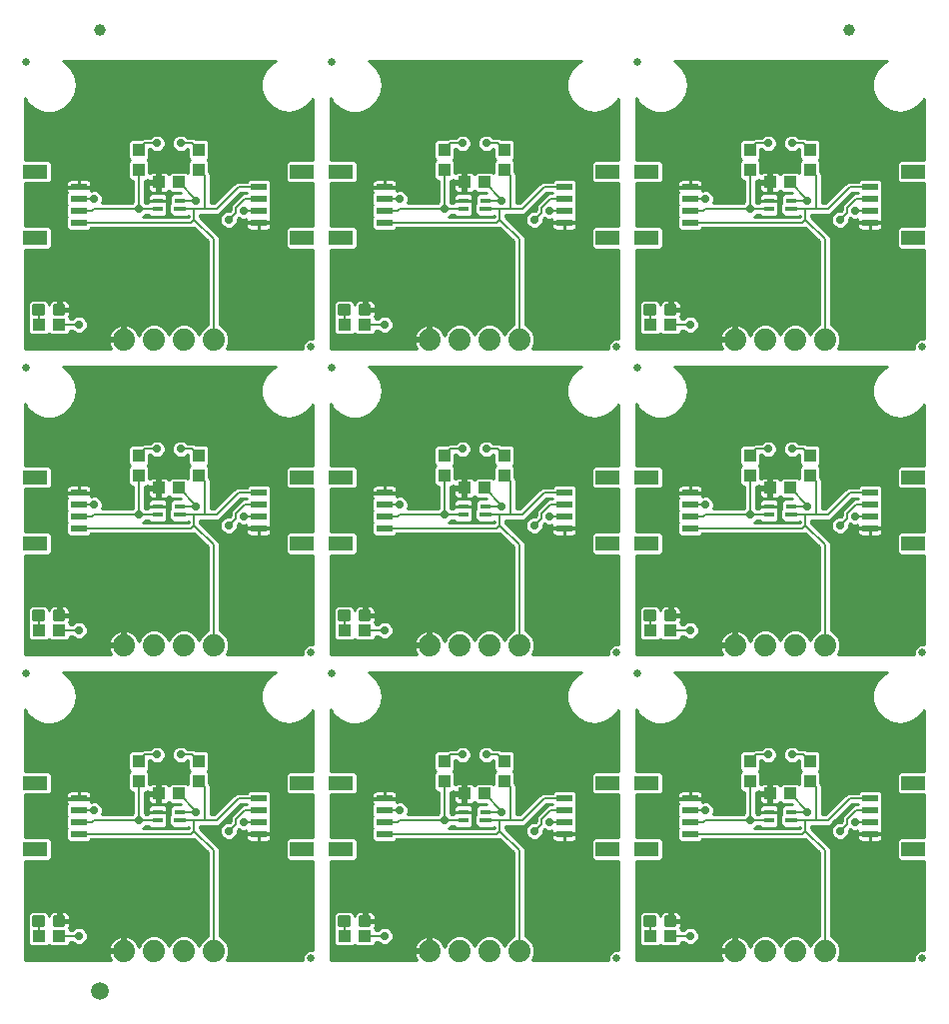
<source format=gtl>
G75*
%MOIN*%
%OFA0B0*%
%FSLAX25Y25*%
%IPPOS*%
%LPD*%
%AMOC8*
5,1,8,0,0,1.08239X$1,22.5*
%
%ADD10R,0.03543X0.01378*%
%ADD11R,0.03937X0.01378*%
%ADD12R,0.04331X0.03937*%
%ADD13C,0.01181*%
%ADD14R,0.03937X0.04331*%
%ADD15R,0.07874X0.04724*%
%ADD16R,0.05315X0.02362*%
%ADD17C,0.07400*%
%ADD18C,0.02500*%
%ADD19C,0.03937*%
%ADD20C,0.05906*%
%ADD21C,0.00800*%
%ADD22C,0.02900*%
%ADD23C,0.01000*%
D10*
X0164593Y0098622D03*
X0164593Y0101378D03*
X0172073Y0101378D03*
X0266593Y0101378D03*
X0266593Y0098622D03*
X0274073Y0101378D03*
X0368593Y0101378D03*
X0368593Y0098622D03*
X0376073Y0101378D03*
X0368593Y0200622D03*
X0368593Y0203378D03*
X0376073Y0203378D03*
X0274073Y0203378D03*
X0266593Y0203378D03*
X0266593Y0200622D03*
X0172073Y0203378D03*
X0164593Y0203378D03*
X0164593Y0200622D03*
X0164593Y0302622D03*
X0164593Y0305378D03*
X0172073Y0305378D03*
X0266593Y0305378D03*
X0266593Y0302622D03*
X0274073Y0305378D03*
X0368593Y0305378D03*
X0368593Y0302622D03*
X0376073Y0305378D03*
D11*
X0375877Y0302622D03*
X0273877Y0302622D03*
X0171877Y0302622D03*
X0171877Y0200622D03*
X0273877Y0200622D03*
X0375877Y0200622D03*
X0375877Y0098622D03*
X0273877Y0098622D03*
X0171877Y0098622D03*
D12*
X0171680Y0107500D03*
X0164987Y0107500D03*
X0131680Y0060000D03*
X0124987Y0060000D03*
X0226987Y0060000D03*
X0233680Y0060000D03*
X0266987Y0107500D03*
X0273680Y0107500D03*
X0328987Y0060000D03*
X0335680Y0060000D03*
X0368987Y0107500D03*
X0375680Y0107500D03*
X0335680Y0162000D03*
X0328987Y0162000D03*
X0368987Y0209500D03*
X0375680Y0209500D03*
X0335680Y0264000D03*
X0328987Y0264000D03*
X0368987Y0311500D03*
X0375680Y0311500D03*
X0273680Y0311500D03*
X0266987Y0311500D03*
X0233680Y0264000D03*
X0226987Y0264000D03*
X0171680Y0311500D03*
X0164987Y0311500D03*
X0131680Y0264000D03*
X0124987Y0264000D03*
X0164987Y0209500D03*
X0171680Y0209500D03*
X0131680Y0162000D03*
X0124987Y0162000D03*
X0226987Y0162000D03*
X0233680Y0162000D03*
X0266987Y0209500D03*
X0273680Y0209500D03*
D13*
X0232408Y0168378D02*
X0232408Y0165622D01*
X0232408Y0168378D02*
X0235164Y0168378D01*
X0235164Y0165622D01*
X0232408Y0165622D01*
X0232408Y0166802D02*
X0235164Y0166802D01*
X0235164Y0167982D02*
X0232408Y0167982D01*
X0225503Y0168378D02*
X0225503Y0165622D01*
X0225503Y0168378D02*
X0228259Y0168378D01*
X0228259Y0165622D01*
X0225503Y0165622D01*
X0225503Y0166802D02*
X0228259Y0166802D01*
X0228259Y0167982D02*
X0225503Y0167982D01*
X0130408Y0168378D02*
X0130408Y0165622D01*
X0130408Y0168378D02*
X0133164Y0168378D01*
X0133164Y0165622D01*
X0130408Y0165622D01*
X0130408Y0166802D02*
X0133164Y0166802D01*
X0133164Y0167982D02*
X0130408Y0167982D01*
X0123503Y0168378D02*
X0123503Y0165622D01*
X0123503Y0168378D02*
X0126259Y0168378D01*
X0126259Y0165622D01*
X0123503Y0165622D01*
X0123503Y0166802D02*
X0126259Y0166802D01*
X0126259Y0167982D02*
X0123503Y0167982D01*
X0123503Y0267622D02*
X0123503Y0270378D01*
X0126259Y0270378D01*
X0126259Y0267622D01*
X0123503Y0267622D01*
X0123503Y0268802D02*
X0126259Y0268802D01*
X0126259Y0269982D02*
X0123503Y0269982D01*
X0130408Y0270378D02*
X0130408Y0267622D01*
X0130408Y0270378D02*
X0133164Y0270378D01*
X0133164Y0267622D01*
X0130408Y0267622D01*
X0130408Y0268802D02*
X0133164Y0268802D01*
X0133164Y0269982D02*
X0130408Y0269982D01*
X0225503Y0270378D02*
X0225503Y0267622D01*
X0225503Y0270378D02*
X0228259Y0270378D01*
X0228259Y0267622D01*
X0225503Y0267622D01*
X0225503Y0268802D02*
X0228259Y0268802D01*
X0228259Y0269982D02*
X0225503Y0269982D01*
X0232408Y0270378D02*
X0232408Y0267622D01*
X0232408Y0270378D02*
X0235164Y0270378D01*
X0235164Y0267622D01*
X0232408Y0267622D01*
X0232408Y0268802D02*
X0235164Y0268802D01*
X0235164Y0269982D02*
X0232408Y0269982D01*
X0327503Y0270378D02*
X0327503Y0267622D01*
X0327503Y0270378D02*
X0330259Y0270378D01*
X0330259Y0267622D01*
X0327503Y0267622D01*
X0327503Y0268802D02*
X0330259Y0268802D01*
X0330259Y0269982D02*
X0327503Y0269982D01*
X0334408Y0270378D02*
X0334408Y0267622D01*
X0334408Y0270378D02*
X0337164Y0270378D01*
X0337164Y0267622D01*
X0334408Y0267622D01*
X0334408Y0268802D02*
X0337164Y0268802D01*
X0337164Y0269982D02*
X0334408Y0269982D01*
X0334408Y0168378D02*
X0334408Y0165622D01*
X0334408Y0168378D02*
X0337164Y0168378D01*
X0337164Y0165622D01*
X0334408Y0165622D01*
X0334408Y0166802D02*
X0337164Y0166802D01*
X0337164Y0167982D02*
X0334408Y0167982D01*
X0327503Y0168378D02*
X0327503Y0165622D01*
X0327503Y0168378D02*
X0330259Y0168378D01*
X0330259Y0165622D01*
X0327503Y0165622D01*
X0327503Y0166802D02*
X0330259Y0166802D01*
X0330259Y0167982D02*
X0327503Y0167982D01*
X0327503Y0066378D02*
X0327503Y0063622D01*
X0327503Y0066378D02*
X0330259Y0066378D01*
X0330259Y0063622D01*
X0327503Y0063622D01*
X0327503Y0064802D02*
X0330259Y0064802D01*
X0330259Y0065982D02*
X0327503Y0065982D01*
X0334408Y0066378D02*
X0334408Y0063622D01*
X0334408Y0066378D02*
X0337164Y0066378D01*
X0337164Y0063622D01*
X0334408Y0063622D01*
X0334408Y0064802D02*
X0337164Y0064802D01*
X0337164Y0065982D02*
X0334408Y0065982D01*
X0232408Y0066378D02*
X0232408Y0063622D01*
X0232408Y0066378D02*
X0235164Y0066378D01*
X0235164Y0063622D01*
X0232408Y0063622D01*
X0232408Y0064802D02*
X0235164Y0064802D01*
X0235164Y0065982D02*
X0232408Y0065982D01*
X0225503Y0066378D02*
X0225503Y0063622D01*
X0225503Y0066378D02*
X0228259Y0066378D01*
X0228259Y0063622D01*
X0225503Y0063622D01*
X0225503Y0064802D02*
X0228259Y0064802D01*
X0228259Y0065982D02*
X0225503Y0065982D01*
X0130408Y0066378D02*
X0130408Y0063622D01*
X0130408Y0066378D02*
X0133164Y0066378D01*
X0133164Y0063622D01*
X0130408Y0063622D01*
X0130408Y0064802D02*
X0133164Y0064802D01*
X0133164Y0065982D02*
X0130408Y0065982D01*
X0123503Y0066378D02*
X0123503Y0063622D01*
X0123503Y0066378D02*
X0126259Y0066378D01*
X0126259Y0063622D01*
X0123503Y0063622D01*
X0123503Y0064802D02*
X0126259Y0064802D01*
X0126259Y0065982D02*
X0123503Y0065982D01*
D14*
X0158333Y0111654D03*
X0158333Y0118346D03*
X0178333Y0118346D03*
X0178333Y0111654D03*
X0260333Y0111654D03*
X0260333Y0118346D03*
X0280333Y0118346D03*
X0280333Y0111654D03*
X0362333Y0111654D03*
X0362333Y0118346D03*
X0382333Y0118346D03*
X0382333Y0111654D03*
X0382333Y0213654D03*
X0382333Y0220346D03*
X0362333Y0220346D03*
X0362333Y0213654D03*
X0280333Y0213654D03*
X0280333Y0220346D03*
X0260333Y0220346D03*
X0260333Y0213654D03*
X0178333Y0213654D03*
X0178333Y0220346D03*
X0158333Y0220346D03*
X0158333Y0213654D03*
X0158333Y0315654D03*
X0158333Y0322346D03*
X0178333Y0322346D03*
X0178333Y0315654D03*
X0260333Y0315654D03*
X0260333Y0322346D03*
X0280333Y0322346D03*
X0280333Y0315654D03*
X0362333Y0315654D03*
X0362333Y0322346D03*
X0382333Y0322346D03*
X0382333Y0315654D03*
D15*
X0416802Y0315024D03*
X0416802Y0292976D03*
X0327865Y0292976D03*
X0314802Y0292976D03*
X0314802Y0315024D03*
X0327865Y0315024D03*
X0225865Y0315024D03*
X0212802Y0315024D03*
X0212802Y0292976D03*
X0225865Y0292976D03*
X0123865Y0292976D03*
X0123865Y0315024D03*
X0123865Y0213024D03*
X0123865Y0190976D03*
X0212802Y0190976D03*
X0225865Y0190976D03*
X0225865Y0213024D03*
X0212802Y0213024D03*
X0314802Y0213024D03*
X0327865Y0213024D03*
X0327865Y0190976D03*
X0314802Y0190976D03*
X0416802Y0190976D03*
X0416802Y0213024D03*
X0416802Y0111024D03*
X0416802Y0088976D03*
X0327865Y0088976D03*
X0314802Y0088976D03*
X0314802Y0111024D03*
X0327865Y0111024D03*
X0225865Y0111024D03*
X0212802Y0111024D03*
X0212802Y0088976D03*
X0225865Y0088976D03*
X0123865Y0088976D03*
X0123865Y0111024D03*
D16*
X0138333Y0105906D03*
X0138333Y0101969D03*
X0138333Y0098031D03*
X0138333Y0094094D03*
X0198333Y0094094D03*
X0198333Y0098031D03*
X0198333Y0101969D03*
X0198333Y0105906D03*
X0240333Y0105906D03*
X0240333Y0101969D03*
X0240333Y0098031D03*
X0240333Y0094094D03*
X0300333Y0094094D03*
X0300333Y0098031D03*
X0300333Y0101969D03*
X0300333Y0105906D03*
X0342333Y0105906D03*
X0342333Y0101969D03*
X0342333Y0098031D03*
X0342333Y0094094D03*
X0402333Y0094094D03*
X0402333Y0098031D03*
X0402333Y0101969D03*
X0402333Y0105906D03*
X0402333Y0196094D03*
X0402333Y0200031D03*
X0402333Y0203969D03*
X0402333Y0207906D03*
X0342333Y0207906D03*
X0342333Y0203969D03*
X0342333Y0200031D03*
X0342333Y0196094D03*
X0300333Y0196094D03*
X0300333Y0200031D03*
X0300333Y0203969D03*
X0300333Y0207906D03*
X0240333Y0207906D03*
X0240333Y0203969D03*
X0240333Y0200031D03*
X0240333Y0196094D03*
X0198333Y0196094D03*
X0198333Y0200031D03*
X0198333Y0203969D03*
X0198333Y0207906D03*
X0138333Y0207906D03*
X0138333Y0203969D03*
X0138333Y0200031D03*
X0138333Y0196094D03*
X0138333Y0298094D03*
X0138333Y0302031D03*
X0138333Y0305969D03*
X0138333Y0309906D03*
X0198333Y0309906D03*
X0198333Y0305969D03*
X0198333Y0302031D03*
X0198333Y0298094D03*
X0240333Y0298094D03*
X0240333Y0302031D03*
X0240333Y0305969D03*
X0240333Y0309906D03*
X0300333Y0309906D03*
X0300333Y0305969D03*
X0300333Y0302031D03*
X0300333Y0298094D03*
X0342333Y0298094D03*
X0342333Y0302031D03*
X0342333Y0305969D03*
X0342333Y0309906D03*
X0402333Y0309906D03*
X0402333Y0305969D03*
X0402333Y0302031D03*
X0402333Y0298094D03*
D17*
X0387333Y0259000D03*
X0377333Y0259000D03*
X0367333Y0259000D03*
X0357333Y0259000D03*
X0285333Y0259000D03*
X0275333Y0259000D03*
X0265333Y0259000D03*
X0255333Y0259000D03*
X0183333Y0259000D03*
X0173333Y0259000D03*
X0163333Y0259000D03*
X0153333Y0259000D03*
X0153333Y0157000D03*
X0163333Y0157000D03*
X0173333Y0157000D03*
X0183333Y0157000D03*
X0255333Y0157000D03*
X0265333Y0157000D03*
X0275333Y0157000D03*
X0285333Y0157000D03*
X0357333Y0157000D03*
X0367333Y0157000D03*
X0377333Y0157000D03*
X0387333Y0157000D03*
X0387333Y0055000D03*
X0377333Y0055000D03*
X0367333Y0055000D03*
X0357333Y0055000D03*
X0285333Y0055000D03*
X0275333Y0055000D03*
X0265333Y0055000D03*
X0255333Y0055000D03*
X0183333Y0055000D03*
X0173333Y0055000D03*
X0163333Y0055000D03*
X0153333Y0055000D03*
D18*
X0215833Y0052500D03*
X0317833Y0052500D03*
X0419833Y0052500D03*
X0324833Y0147500D03*
X0317833Y0154500D03*
X0222833Y0147500D03*
X0215833Y0154500D03*
X0120833Y0147500D03*
X0120833Y0249500D03*
X0215833Y0256500D03*
X0222833Y0249500D03*
X0317833Y0256500D03*
X0324833Y0249500D03*
X0419833Y0256500D03*
X0324833Y0351500D03*
X0222833Y0351500D03*
X0120833Y0351500D03*
X0419833Y0154500D03*
D19*
X0395333Y0362250D03*
X0145333Y0362250D03*
D20*
X0145333Y0041750D03*
D21*
X0138333Y0060000D02*
X0131680Y0060000D01*
X0124987Y0060000D02*
X0124987Y0064894D01*
X0124881Y0065000D01*
X0138333Y0094094D02*
X0175814Y0094094D01*
X0176833Y0095114D01*
X0183333Y0088614D01*
X0183333Y0055000D01*
X0226987Y0060000D02*
X0226987Y0064894D01*
X0226881Y0065000D01*
X0233680Y0060000D02*
X0240333Y0060000D01*
X0240333Y0094094D02*
X0277814Y0094094D01*
X0278833Y0095114D01*
X0285333Y0088614D01*
X0285333Y0055000D01*
X0328987Y0060000D02*
X0328987Y0064894D01*
X0328881Y0065000D01*
X0335680Y0060000D02*
X0342333Y0060000D01*
X0342333Y0094094D02*
X0379814Y0094094D01*
X0380833Y0095114D01*
X0387333Y0088614D01*
X0387333Y0055000D01*
X0392333Y0095000D02*
X0394783Y0097450D01*
X0394783Y0099088D01*
X0397664Y0101969D01*
X0402333Y0101969D01*
X0402333Y0105906D02*
X0395562Y0105906D01*
X0388278Y0098622D01*
X0384333Y0098622D01*
X0384333Y0109654D01*
X0382333Y0111654D01*
X0375680Y0107500D02*
X0381388Y0101791D01*
X0381388Y0101378D01*
X0376073Y0101378D01*
X0375877Y0098622D02*
X0380833Y0098622D01*
X0384333Y0098622D01*
X0380833Y0098622D02*
X0380833Y0095114D01*
X0368593Y0098622D02*
X0362333Y0098622D01*
X0362333Y0111654D01*
X0362333Y0118346D02*
X0364487Y0120500D01*
X0368333Y0120500D01*
X0376333Y0120500D02*
X0380180Y0120500D01*
X0382333Y0118346D01*
X0397333Y0098031D02*
X0402333Y0098031D01*
X0362333Y0098622D02*
X0347455Y0098622D01*
X0346865Y0098031D01*
X0342333Y0098031D01*
X0342333Y0101969D02*
X0347333Y0101969D01*
X0300333Y0101969D02*
X0295664Y0101969D01*
X0292783Y0099088D01*
X0292783Y0097450D01*
X0290333Y0095000D01*
X0286278Y0098622D02*
X0293562Y0105906D01*
X0300333Y0105906D01*
X0300333Y0098031D02*
X0295333Y0098031D01*
X0286278Y0098622D02*
X0282333Y0098622D01*
X0282333Y0109654D01*
X0280333Y0111654D01*
X0273680Y0107500D02*
X0279388Y0101791D01*
X0279388Y0101378D01*
X0274073Y0101378D01*
X0273877Y0098622D02*
X0278833Y0098622D01*
X0282333Y0098622D01*
X0278833Y0098622D02*
X0278833Y0095114D01*
X0266593Y0098622D02*
X0260333Y0098622D01*
X0260333Y0111654D01*
X0260333Y0118346D02*
X0262487Y0120500D01*
X0266333Y0120500D01*
X0274333Y0120500D02*
X0278180Y0120500D01*
X0280333Y0118346D01*
X0260333Y0098622D02*
X0245455Y0098622D01*
X0244865Y0098031D01*
X0240333Y0098031D01*
X0240333Y0101969D02*
X0245333Y0101969D01*
X0198333Y0101969D02*
X0193664Y0101969D01*
X0190783Y0099088D01*
X0190783Y0097450D01*
X0188333Y0095000D01*
X0184278Y0098622D02*
X0191562Y0105906D01*
X0198333Y0105906D01*
X0198333Y0098031D02*
X0193333Y0098031D01*
X0184278Y0098622D02*
X0180333Y0098622D01*
X0180333Y0109654D01*
X0178333Y0111654D01*
X0171680Y0107500D02*
X0177388Y0101791D01*
X0177388Y0101378D01*
X0172073Y0101378D01*
X0171877Y0098622D02*
X0176833Y0098622D01*
X0180333Y0098622D01*
X0176833Y0098622D02*
X0176833Y0095114D01*
X0164593Y0098622D02*
X0158333Y0098622D01*
X0158333Y0111654D01*
X0158333Y0118346D02*
X0160487Y0120500D01*
X0164333Y0120500D01*
X0172333Y0120500D02*
X0176180Y0120500D01*
X0178333Y0118346D01*
X0158333Y0098622D02*
X0143455Y0098622D01*
X0142865Y0098031D01*
X0138333Y0098031D01*
X0138333Y0101969D02*
X0143333Y0101969D01*
X0183333Y0157000D02*
X0183333Y0190614D01*
X0176833Y0197114D01*
X0175814Y0196094D01*
X0138333Y0196094D01*
X0138333Y0200031D02*
X0142865Y0200031D01*
X0143455Y0200622D01*
X0158333Y0200622D01*
X0164593Y0200622D01*
X0158333Y0200622D02*
X0158333Y0213654D01*
X0158333Y0220346D02*
X0160487Y0222500D01*
X0164333Y0222500D01*
X0172333Y0222500D02*
X0176180Y0222500D01*
X0178333Y0220346D01*
X0178333Y0213654D02*
X0180333Y0211654D01*
X0180333Y0200622D01*
X0176833Y0200622D01*
X0171877Y0200622D01*
X0172073Y0203378D02*
X0177388Y0203378D01*
X0177388Y0203791D01*
X0171680Y0209500D01*
X0176833Y0200622D02*
X0176833Y0197114D01*
X0180333Y0200622D02*
X0184278Y0200622D01*
X0191562Y0207906D01*
X0198333Y0207906D01*
X0198333Y0203969D02*
X0193664Y0203969D01*
X0190783Y0201088D01*
X0190783Y0199450D01*
X0188333Y0197000D01*
X0193333Y0200031D02*
X0198333Y0200031D01*
X0240333Y0200031D02*
X0244865Y0200031D01*
X0245455Y0200622D01*
X0260333Y0200622D01*
X0266593Y0200622D01*
X0260333Y0200622D02*
X0260333Y0213654D01*
X0260333Y0220346D02*
X0262487Y0222500D01*
X0266333Y0222500D01*
X0274333Y0222500D02*
X0278180Y0222500D01*
X0280333Y0220346D01*
X0280333Y0213654D02*
X0282333Y0211654D01*
X0282333Y0200622D01*
X0278833Y0200622D01*
X0273877Y0200622D01*
X0274073Y0203378D02*
X0279388Y0203378D01*
X0279388Y0203791D01*
X0273680Y0209500D01*
X0278833Y0200622D02*
X0278833Y0197114D01*
X0285333Y0190614D01*
X0285333Y0157000D01*
X0328987Y0162000D02*
X0328987Y0166894D01*
X0328881Y0167000D01*
X0335680Y0162000D02*
X0342333Y0162000D01*
X0342333Y0196094D02*
X0379814Y0196094D01*
X0380833Y0197114D01*
X0387333Y0190614D01*
X0387333Y0157000D01*
X0392333Y0197000D02*
X0394783Y0199450D01*
X0394783Y0201088D01*
X0397664Y0203969D01*
X0402333Y0203969D01*
X0402333Y0207906D02*
X0395562Y0207906D01*
X0388278Y0200622D01*
X0384333Y0200622D01*
X0384333Y0211654D01*
X0382333Y0213654D01*
X0375680Y0209500D02*
X0381388Y0203791D01*
X0381388Y0203378D01*
X0376073Y0203378D01*
X0375877Y0200622D02*
X0380833Y0200622D01*
X0384333Y0200622D01*
X0380833Y0200622D02*
X0380833Y0197114D01*
X0368593Y0200622D02*
X0362333Y0200622D01*
X0362333Y0213654D01*
X0362333Y0220346D02*
X0364487Y0222500D01*
X0368333Y0222500D01*
X0376333Y0222500D02*
X0380180Y0222500D01*
X0382333Y0220346D01*
X0397333Y0200031D02*
X0402333Y0200031D01*
X0362333Y0200622D02*
X0347455Y0200622D01*
X0346865Y0200031D01*
X0342333Y0200031D01*
X0342333Y0203969D02*
X0347333Y0203969D01*
X0300333Y0203969D02*
X0295664Y0203969D01*
X0292783Y0201088D01*
X0292783Y0199450D01*
X0290333Y0197000D01*
X0286278Y0200622D02*
X0293562Y0207906D01*
X0300333Y0207906D01*
X0300333Y0200031D02*
X0295333Y0200031D01*
X0286278Y0200622D02*
X0282333Y0200622D01*
X0278833Y0197114D02*
X0277814Y0196094D01*
X0240333Y0196094D01*
X0240333Y0203969D02*
X0245333Y0203969D01*
X0226881Y0167000D02*
X0226987Y0166894D01*
X0226987Y0162000D01*
X0233680Y0162000D02*
X0240333Y0162000D01*
X0138333Y0162000D02*
X0131680Y0162000D01*
X0124987Y0162000D02*
X0124987Y0166894D01*
X0124881Y0167000D01*
X0138333Y0203969D02*
X0143333Y0203969D01*
X0183333Y0259000D02*
X0183333Y0292614D01*
X0176833Y0299114D01*
X0175814Y0298094D01*
X0138333Y0298094D01*
X0138333Y0302031D02*
X0142865Y0302031D01*
X0143455Y0302622D01*
X0158333Y0302622D01*
X0164593Y0302622D01*
X0158333Y0302622D02*
X0158333Y0315654D01*
X0158333Y0322346D02*
X0160487Y0324500D01*
X0164333Y0324500D01*
X0172333Y0324500D02*
X0176180Y0324500D01*
X0178333Y0322346D01*
X0178333Y0315654D02*
X0180333Y0313654D01*
X0180333Y0302622D01*
X0176833Y0302622D01*
X0171877Y0302622D01*
X0172073Y0305378D02*
X0177388Y0305378D01*
X0177388Y0305791D01*
X0171680Y0311500D01*
X0176833Y0302622D02*
X0176833Y0299114D01*
X0180333Y0302622D02*
X0184278Y0302622D01*
X0191562Y0309906D01*
X0198333Y0309906D01*
X0198333Y0305969D02*
X0193664Y0305969D01*
X0190783Y0303088D01*
X0190783Y0301450D01*
X0188333Y0299000D01*
X0193333Y0302031D02*
X0198333Y0302031D01*
X0240333Y0302031D02*
X0244865Y0302031D01*
X0245455Y0302622D01*
X0260333Y0302622D01*
X0266593Y0302622D01*
X0260333Y0302622D02*
X0260333Y0315654D01*
X0260333Y0322346D02*
X0262487Y0324500D01*
X0266333Y0324500D01*
X0274333Y0324500D02*
X0278180Y0324500D01*
X0280333Y0322346D01*
X0280333Y0315654D02*
X0282333Y0313654D01*
X0282333Y0302622D01*
X0278833Y0302622D01*
X0273877Y0302622D01*
X0274073Y0305378D02*
X0279388Y0305378D01*
X0279388Y0305791D01*
X0273680Y0311500D01*
X0278833Y0302622D02*
X0278833Y0299114D01*
X0285333Y0292614D01*
X0285333Y0259000D01*
X0328987Y0264000D02*
X0328987Y0268894D01*
X0328881Y0269000D01*
X0335680Y0264000D02*
X0342333Y0264000D01*
X0342333Y0298094D02*
X0379814Y0298094D01*
X0380833Y0299114D01*
X0387333Y0292614D01*
X0387333Y0259000D01*
X0392333Y0299000D02*
X0394783Y0301450D01*
X0394783Y0303088D01*
X0397664Y0305969D01*
X0402333Y0305969D01*
X0402333Y0309906D02*
X0395562Y0309906D01*
X0388278Y0302622D01*
X0384333Y0302622D01*
X0384333Y0313654D01*
X0382333Y0315654D01*
X0375680Y0311500D02*
X0381388Y0305791D01*
X0381388Y0305378D01*
X0376073Y0305378D01*
X0375877Y0302622D02*
X0380833Y0302622D01*
X0384333Y0302622D01*
X0380833Y0302622D02*
X0380833Y0299114D01*
X0368593Y0302622D02*
X0362333Y0302622D01*
X0362333Y0315654D01*
X0362333Y0322346D02*
X0364487Y0324500D01*
X0368333Y0324500D01*
X0376333Y0324500D02*
X0380180Y0324500D01*
X0382333Y0322346D01*
X0397333Y0302031D02*
X0402333Y0302031D01*
X0362333Y0302622D02*
X0347455Y0302622D01*
X0346865Y0302031D01*
X0342333Y0302031D01*
X0342333Y0305969D02*
X0347333Y0305969D01*
X0300333Y0305969D02*
X0295664Y0305969D01*
X0292783Y0303088D01*
X0292783Y0301450D01*
X0290333Y0299000D01*
X0286278Y0302622D02*
X0293562Y0309906D01*
X0300333Y0309906D01*
X0300333Y0302031D02*
X0295333Y0302031D01*
X0286278Y0302622D02*
X0282333Y0302622D01*
X0278833Y0299114D02*
X0277814Y0298094D01*
X0240333Y0298094D01*
X0240333Y0305969D02*
X0245333Y0305969D01*
X0226881Y0269000D02*
X0226987Y0268894D01*
X0226987Y0264000D01*
X0233680Y0264000D02*
X0240333Y0264000D01*
X0138333Y0264000D02*
X0131680Y0264000D01*
X0124987Y0264000D02*
X0124987Y0268894D01*
X0124881Y0269000D01*
X0138333Y0305969D02*
X0143333Y0305969D01*
D22*
X0143333Y0305969D03*
X0158333Y0302622D03*
X0163833Y0295000D03*
X0177388Y0305378D03*
X0188333Y0299000D03*
X0193333Y0302031D03*
X0172333Y0324500D03*
X0164333Y0324500D03*
X0138333Y0264000D03*
X0164333Y0222500D03*
X0172333Y0222500D03*
X0177388Y0203378D03*
X0188333Y0197000D03*
X0193333Y0200031D03*
X0163833Y0193000D03*
X0158333Y0200622D03*
X0143333Y0203969D03*
X0138333Y0162000D03*
X0164333Y0120500D03*
X0172333Y0120500D03*
X0177388Y0101378D03*
X0188333Y0095000D03*
X0193333Y0098031D03*
X0163833Y0091000D03*
X0158333Y0098622D03*
X0143333Y0101969D03*
X0138333Y0060000D03*
X0240333Y0060000D03*
X0265833Y0091000D03*
X0260333Y0098622D03*
X0245333Y0101969D03*
X0266333Y0120500D03*
X0274333Y0120500D03*
X0279388Y0101378D03*
X0290333Y0095000D03*
X0295333Y0098031D03*
X0347333Y0101969D03*
X0362333Y0098622D03*
X0367833Y0091000D03*
X0381388Y0101378D03*
X0392333Y0095000D03*
X0397333Y0098031D03*
X0376333Y0120500D03*
X0368333Y0120500D03*
X0342333Y0162000D03*
X0367833Y0193000D03*
X0362333Y0200622D03*
X0347333Y0203969D03*
X0368333Y0222500D03*
X0376333Y0222500D03*
X0381388Y0203378D03*
X0392333Y0197000D03*
X0397333Y0200031D03*
X0342333Y0264000D03*
X0367833Y0295000D03*
X0362333Y0302622D03*
X0347333Y0305969D03*
X0368333Y0324500D03*
X0376333Y0324500D03*
X0381388Y0305378D03*
X0392333Y0299000D03*
X0397333Y0302031D03*
X0295333Y0302031D03*
X0290333Y0299000D03*
X0279388Y0305378D03*
X0265833Y0295000D03*
X0260333Y0302622D03*
X0245333Y0305969D03*
X0266333Y0324500D03*
X0274333Y0324500D03*
X0240333Y0264000D03*
X0266333Y0222500D03*
X0274333Y0222500D03*
X0279388Y0203378D03*
X0290333Y0197000D03*
X0295333Y0200031D03*
X0265833Y0193000D03*
X0260333Y0200622D03*
X0245333Y0203969D03*
X0240333Y0162000D03*
X0342333Y0060000D03*
D23*
X0120233Y0051900D02*
X0120233Y0085114D01*
X0128423Y0085114D01*
X0129302Y0085993D01*
X0129302Y0091960D01*
X0128423Y0092839D01*
X0120233Y0092839D01*
X0120233Y0107161D01*
X0128423Y0107161D01*
X0129302Y0108040D01*
X0129302Y0114007D01*
X0128423Y0114886D01*
X0120233Y0114886D01*
X0120233Y0135630D01*
X0121177Y0133995D01*
X0123662Y0131910D01*
X0126711Y0130800D01*
X0129120Y0130800D01*
X0129956Y0130800D01*
X0133004Y0131910D01*
X0133004Y0131910D01*
X0135490Y0133995D01*
X0135490Y0133995D01*
X0135490Y0133995D01*
X0137112Y0136805D01*
X0137675Y0140000D01*
X0137112Y0143195D01*
X0135490Y0146005D01*
X0133004Y0148090D01*
X0132978Y0148100D01*
X0203963Y0148100D01*
X0202328Y0147156D01*
X0200243Y0144671D01*
X0200243Y0144671D01*
X0199133Y0141622D01*
X0199133Y0138378D01*
X0200243Y0135329D01*
X0202328Y0132844D01*
X0202328Y0132844D01*
X0202328Y0132844D01*
X0205138Y0131221D01*
X0205138Y0131221D01*
X0208333Y0130658D01*
X0208333Y0130658D01*
X0211528Y0131221D01*
X0211528Y0131221D01*
X0214338Y0132844D01*
X0216424Y0135329D01*
X0216433Y0135356D01*
X0216433Y0114886D01*
X0208243Y0114886D01*
X0207365Y0114007D01*
X0207365Y0108040D01*
X0208243Y0107161D01*
X0216433Y0107161D01*
X0216433Y0092839D01*
X0208243Y0092839D01*
X0207365Y0091960D01*
X0207365Y0085993D01*
X0208243Y0085114D01*
X0216433Y0085114D01*
X0216433Y0055228D01*
X0216380Y0055250D01*
X0215286Y0055250D01*
X0214276Y0054831D01*
X0213502Y0054058D01*
X0213083Y0053047D01*
X0213083Y0051953D01*
X0213105Y0051900D01*
X0187587Y0051900D01*
X0187742Y0052054D01*
X0188533Y0053966D01*
X0188533Y0056034D01*
X0187742Y0057946D01*
X0186279Y0059408D01*
X0185233Y0059841D01*
X0185233Y0089401D01*
X0178733Y0095901D01*
X0178733Y0096722D01*
X0185065Y0096722D01*
X0192349Y0104006D01*
X0194273Y0104006D01*
X0194342Y0103937D01*
X0194273Y0103868D01*
X0192877Y0103868D01*
X0191764Y0102755D01*
X0188883Y0099875D01*
X0188883Y0098237D01*
X0188596Y0097950D01*
X0187747Y0097950D01*
X0186662Y0097501D01*
X0185832Y0096671D01*
X0185383Y0095587D01*
X0185383Y0094413D01*
X0185832Y0093329D01*
X0186662Y0092499D01*
X0187747Y0092050D01*
X0188920Y0092050D01*
X0190004Y0092499D01*
X0190834Y0093329D01*
X0191283Y0094413D01*
X0191283Y0095263D01*
X0191570Y0095550D01*
X0191607Y0095586D01*
X0191662Y0095531D01*
X0192747Y0095081D01*
X0193920Y0095081D01*
X0194176Y0095187D01*
X0194176Y0094185D01*
X0198243Y0094185D01*
X0198243Y0094004D01*
X0198424Y0094004D01*
X0198424Y0094185D01*
X0202491Y0094185D01*
X0202491Y0095473D01*
X0202389Y0095855D01*
X0202289Y0096027D01*
X0202491Y0096229D01*
X0202491Y0099834D01*
X0202325Y0100000D01*
X0202491Y0100166D01*
X0202491Y0103771D01*
X0202325Y0103937D01*
X0202491Y0104103D01*
X0202491Y0107708D01*
X0201612Y0108587D01*
X0195055Y0108587D01*
X0194273Y0107805D01*
X0190775Y0107805D01*
X0183491Y0100522D01*
X0182233Y0100522D01*
X0182233Y0110441D01*
X0181802Y0110872D01*
X0181802Y0114440D01*
X0181242Y0115000D01*
X0181802Y0115560D01*
X0181802Y0121133D01*
X0180923Y0122012D01*
X0177355Y0122012D01*
X0176967Y0122400D01*
X0174605Y0122400D01*
X0174004Y0123001D01*
X0172920Y0123450D01*
X0171747Y0123450D01*
X0170662Y0123001D01*
X0169832Y0122171D01*
X0169383Y0121087D01*
X0169383Y0119913D01*
X0169832Y0118829D01*
X0170662Y0117999D01*
X0171747Y0117550D01*
X0172920Y0117550D01*
X0174004Y0117999D01*
X0174605Y0118600D01*
X0174865Y0118600D01*
X0174865Y0115560D01*
X0175425Y0115000D01*
X0174865Y0114440D01*
X0174865Y0110570D01*
X0174466Y0110968D01*
X0168893Y0110968D01*
X0168333Y0110409D01*
X0168073Y0110669D01*
X0167731Y0110866D01*
X0167350Y0110968D01*
X0165471Y0110968D01*
X0165471Y0107984D01*
X0164503Y0107984D01*
X0164503Y0110968D01*
X0162624Y0110968D01*
X0162243Y0110866D01*
X0161900Y0110669D01*
X0161802Y0110570D01*
X0161802Y0114440D01*
X0161242Y0115000D01*
X0161802Y0115560D01*
X0161802Y0118600D01*
X0162061Y0118600D01*
X0162662Y0117999D01*
X0163747Y0117550D01*
X0164920Y0117550D01*
X0166004Y0117999D01*
X0166834Y0118829D01*
X0167283Y0119913D01*
X0167283Y0121087D01*
X0166834Y0122171D01*
X0166004Y0123001D01*
X0164920Y0123450D01*
X0163747Y0123450D01*
X0162662Y0123001D01*
X0162061Y0122400D01*
X0159700Y0122400D01*
X0159312Y0122012D01*
X0155743Y0122012D01*
X0154865Y0121133D01*
X0154865Y0115560D01*
X0155425Y0115000D01*
X0154865Y0114440D01*
X0154865Y0108867D01*
X0155743Y0107988D01*
X0156433Y0107988D01*
X0156433Y0100894D01*
X0156061Y0100522D01*
X0145927Y0100522D01*
X0146283Y0101382D01*
X0146283Y0102555D01*
X0145834Y0103640D01*
X0145004Y0104469D01*
X0143920Y0104918D01*
X0142747Y0104918D01*
X0142491Y0104813D01*
X0142491Y0105815D01*
X0138424Y0105815D01*
X0138424Y0105996D01*
X0142491Y0105996D01*
X0142491Y0107284D01*
X0142389Y0107666D01*
X0142191Y0108008D01*
X0141912Y0108287D01*
X0141570Y0108484D01*
X0141188Y0108587D01*
X0138424Y0108587D01*
X0138424Y0105996D01*
X0138243Y0105996D01*
X0138243Y0108587D01*
X0135478Y0108587D01*
X0135097Y0108484D01*
X0134755Y0108287D01*
X0134476Y0108008D01*
X0134278Y0107666D01*
X0134176Y0107284D01*
X0134176Y0105996D01*
X0138243Y0105996D01*
X0138243Y0105815D01*
X0134176Y0105815D01*
X0134176Y0104527D01*
X0134278Y0104145D01*
X0134378Y0103973D01*
X0134176Y0103771D01*
X0134176Y0100166D01*
X0134342Y0100000D01*
X0134176Y0099834D01*
X0134176Y0096229D01*
X0134342Y0096063D01*
X0134176Y0095897D01*
X0134176Y0092292D01*
X0135055Y0091413D01*
X0141612Y0091413D01*
X0142393Y0092194D01*
X0176601Y0092194D01*
X0176833Y0092427D01*
X0181433Y0087827D01*
X0181433Y0059841D01*
X0180388Y0059408D01*
X0178925Y0057946D01*
X0178333Y0056517D01*
X0177742Y0057946D01*
X0176279Y0059408D01*
X0174368Y0060200D01*
X0172299Y0060200D01*
X0170388Y0059408D01*
X0168925Y0057946D01*
X0168333Y0056517D01*
X0167742Y0057946D01*
X0166279Y0059408D01*
X0164368Y0060200D01*
X0162299Y0060200D01*
X0160388Y0059408D01*
X0158925Y0057946D01*
X0158319Y0056483D01*
X0158152Y0056996D01*
X0157781Y0057725D01*
X0157300Y0058388D01*
X0156721Y0058966D01*
X0156059Y0059447D01*
X0155329Y0059819D01*
X0154551Y0060072D01*
X0153833Y0060186D01*
X0153833Y0055500D01*
X0152833Y0055500D01*
X0152833Y0054500D01*
X0148148Y0054500D01*
X0148261Y0053782D01*
X0148514Y0053004D01*
X0148886Y0052275D01*
X0149158Y0051900D01*
X0120233Y0051900D01*
X0120233Y0051997D02*
X0149088Y0051997D01*
X0148519Y0052996D02*
X0120233Y0052996D01*
X0120233Y0053994D02*
X0148228Y0053994D01*
X0148148Y0055500D02*
X0152833Y0055500D01*
X0152833Y0060186D01*
X0152116Y0060072D01*
X0151337Y0059819D01*
X0150608Y0059447D01*
X0149946Y0058966D01*
X0149367Y0058388D01*
X0148886Y0057725D01*
X0148514Y0056996D01*
X0148261Y0056218D01*
X0148148Y0055500D01*
X0148225Y0055991D02*
X0120233Y0055991D01*
X0120233Y0054993D02*
X0152833Y0054993D01*
X0152833Y0055991D02*
X0153833Y0055991D01*
X0153833Y0056990D02*
X0152833Y0056990D01*
X0152833Y0057988D02*
X0153833Y0057988D01*
X0153833Y0058987D02*
X0152833Y0058987D01*
X0152833Y0059985D02*
X0153833Y0059985D01*
X0154818Y0059985D02*
X0161780Y0059985D01*
X0159966Y0058987D02*
X0156693Y0058987D01*
X0157590Y0057988D02*
X0158968Y0057988D01*
X0158529Y0056990D02*
X0158154Y0056990D01*
X0151848Y0059985D02*
X0141283Y0059985D01*
X0141283Y0059413D02*
X0141283Y0060587D01*
X0140834Y0061671D01*
X0140004Y0062501D01*
X0138920Y0062950D01*
X0137747Y0062950D01*
X0136662Y0062501D01*
X0136061Y0061900D01*
X0135345Y0061900D01*
X0135345Y0062590D01*
X0135114Y0062821D01*
X0135255Y0063347D01*
X0135255Y0064516D01*
X0132270Y0064516D01*
X0132270Y0065484D01*
X0131302Y0065484D01*
X0131302Y0068468D01*
X0130133Y0068468D01*
X0129601Y0068326D01*
X0129124Y0068051D01*
X0128735Y0067662D01*
X0128460Y0067185D01*
X0128349Y0066771D01*
X0128349Y0067244D01*
X0127124Y0068468D01*
X0122637Y0068468D01*
X0121412Y0067244D01*
X0121412Y0062756D01*
X0121450Y0062718D01*
X0121322Y0062590D01*
X0121322Y0057410D01*
X0122200Y0056531D01*
X0127774Y0056531D01*
X0128333Y0057091D01*
X0128893Y0056531D01*
X0134466Y0056531D01*
X0135345Y0057410D01*
X0135345Y0058100D01*
X0136061Y0058100D01*
X0136662Y0057499D01*
X0137747Y0057050D01*
X0138920Y0057050D01*
X0140004Y0057499D01*
X0140834Y0058329D01*
X0141283Y0059413D01*
X0141107Y0058987D02*
X0149974Y0058987D01*
X0149077Y0057988D02*
X0140493Y0057988D01*
X0141119Y0060984D02*
X0181433Y0060984D01*
X0181433Y0061982D02*
X0140523Y0061982D01*
X0136144Y0061982D02*
X0135345Y0061982D01*
X0135156Y0062981D02*
X0181433Y0062981D01*
X0181433Y0063979D02*
X0135255Y0063979D01*
X0135255Y0065484D02*
X0135255Y0066653D01*
X0135112Y0067185D01*
X0134837Y0067662D01*
X0134448Y0068051D01*
X0133971Y0068326D01*
X0133439Y0068468D01*
X0132270Y0068468D01*
X0132270Y0065484D01*
X0135255Y0065484D01*
X0135255Y0065976D02*
X0181433Y0065976D01*
X0181433Y0064978D02*
X0132270Y0064978D01*
X0132270Y0065976D02*
X0131302Y0065976D01*
X0131302Y0066975D02*
X0132270Y0066975D01*
X0132270Y0067973D02*
X0131302Y0067973D01*
X0129047Y0067973D02*
X0127620Y0067973D01*
X0128349Y0066975D02*
X0128404Y0066975D01*
X0134525Y0067973D02*
X0181433Y0067973D01*
X0181433Y0066975D02*
X0135168Y0066975D01*
X0135345Y0057988D02*
X0136173Y0057988D01*
X0134925Y0056990D02*
X0148512Y0056990D01*
X0164886Y0059985D02*
X0171780Y0059985D01*
X0169966Y0058987D02*
X0166701Y0058987D01*
X0167699Y0057988D02*
X0168968Y0057988D01*
X0168529Y0056990D02*
X0168138Y0056990D01*
X0174886Y0059985D02*
X0181433Y0059985D01*
X0179966Y0058987D02*
X0176701Y0058987D01*
X0177699Y0057988D02*
X0178968Y0057988D01*
X0178529Y0056990D02*
X0178138Y0056990D01*
X0185233Y0059985D02*
X0216433Y0059985D01*
X0216433Y0058987D02*
X0186701Y0058987D01*
X0187699Y0057988D02*
X0216433Y0057988D01*
X0216433Y0056990D02*
X0188138Y0056990D01*
X0188533Y0055991D02*
X0216433Y0055991D01*
X0214665Y0054993D02*
X0188533Y0054993D01*
X0188533Y0053994D02*
X0213476Y0053994D01*
X0213083Y0052996D02*
X0188131Y0052996D01*
X0187684Y0051997D02*
X0213083Y0051997D01*
X0222233Y0051997D02*
X0251088Y0051997D01*
X0251158Y0051900D02*
X0222233Y0051900D01*
X0222233Y0085114D01*
X0230423Y0085114D01*
X0231302Y0085993D01*
X0231302Y0091960D01*
X0230423Y0092839D01*
X0222233Y0092839D01*
X0222233Y0107161D01*
X0230423Y0107161D01*
X0231302Y0108040D01*
X0231302Y0114007D01*
X0230423Y0114886D01*
X0222233Y0114886D01*
X0222233Y0135630D01*
X0223177Y0133995D01*
X0225662Y0131910D01*
X0228711Y0130800D01*
X0231956Y0130800D01*
X0235004Y0131910D01*
X0235004Y0131910D01*
X0237490Y0133995D01*
X0237490Y0133995D01*
X0237490Y0133995D01*
X0239112Y0136805D01*
X0239675Y0140000D01*
X0239112Y0143195D01*
X0237490Y0146005D01*
X0235004Y0148090D01*
X0234978Y0148100D01*
X0305963Y0148100D01*
X0304328Y0147156D01*
X0302243Y0144671D01*
X0302243Y0144671D01*
X0301133Y0141622D01*
X0301133Y0138378D01*
X0302243Y0135329D01*
X0304328Y0132844D01*
X0304328Y0132844D01*
X0304328Y0132844D01*
X0307138Y0131221D01*
X0307138Y0131221D01*
X0310333Y0130658D01*
X0310333Y0130658D01*
X0313528Y0131221D01*
X0313528Y0131221D01*
X0316338Y0132844D01*
X0318424Y0135329D01*
X0318433Y0135356D01*
X0318433Y0114886D01*
X0310243Y0114886D01*
X0309365Y0114007D01*
X0309365Y0108040D01*
X0310243Y0107161D01*
X0318433Y0107161D01*
X0318433Y0092839D01*
X0310243Y0092839D01*
X0309365Y0091960D01*
X0309365Y0085993D01*
X0310243Y0085114D01*
X0318433Y0085114D01*
X0318433Y0055228D01*
X0318380Y0055250D01*
X0317286Y0055250D01*
X0316276Y0054831D01*
X0315502Y0054058D01*
X0315083Y0053047D01*
X0315083Y0051953D01*
X0315105Y0051900D01*
X0289587Y0051900D01*
X0289742Y0052054D01*
X0290533Y0053966D01*
X0290533Y0056034D01*
X0289742Y0057946D01*
X0288279Y0059408D01*
X0287233Y0059841D01*
X0287233Y0089401D01*
X0280733Y0095901D01*
X0280733Y0096722D01*
X0287065Y0096722D01*
X0294349Y0104006D01*
X0296273Y0104006D01*
X0296342Y0103937D01*
X0296273Y0103868D01*
X0294877Y0103868D01*
X0293764Y0102755D01*
X0290883Y0099875D01*
X0290883Y0098237D01*
X0290596Y0097950D01*
X0289747Y0097950D01*
X0288662Y0097501D01*
X0287832Y0096671D01*
X0287383Y0095587D01*
X0287383Y0094413D01*
X0287832Y0093329D01*
X0288662Y0092499D01*
X0289747Y0092050D01*
X0290920Y0092050D01*
X0292004Y0092499D01*
X0292834Y0093329D01*
X0293283Y0094413D01*
X0293283Y0095263D01*
X0293570Y0095550D01*
X0293607Y0095586D01*
X0293662Y0095531D01*
X0294747Y0095081D01*
X0295920Y0095081D01*
X0296176Y0095187D01*
X0296176Y0094185D01*
X0300243Y0094185D01*
X0300243Y0094004D01*
X0300424Y0094004D01*
X0300424Y0094185D01*
X0304491Y0094185D01*
X0304491Y0095473D01*
X0304389Y0095855D01*
X0304289Y0096027D01*
X0304491Y0096229D01*
X0304491Y0099834D01*
X0304325Y0100000D01*
X0304491Y0100166D01*
X0304491Y0103771D01*
X0304325Y0103937D01*
X0304491Y0104103D01*
X0304491Y0107708D01*
X0303612Y0108587D01*
X0297055Y0108587D01*
X0296273Y0107805D01*
X0292775Y0107805D01*
X0285491Y0100522D01*
X0284233Y0100522D01*
X0284233Y0110441D01*
X0283802Y0110872D01*
X0283802Y0114440D01*
X0283242Y0115000D01*
X0283802Y0115560D01*
X0283802Y0121133D01*
X0282923Y0122012D01*
X0279355Y0122012D01*
X0278967Y0122400D01*
X0276605Y0122400D01*
X0276004Y0123001D01*
X0274920Y0123450D01*
X0273747Y0123450D01*
X0272662Y0123001D01*
X0271832Y0122171D01*
X0271383Y0121087D01*
X0271383Y0119913D01*
X0271832Y0118829D01*
X0272662Y0117999D01*
X0273747Y0117550D01*
X0274920Y0117550D01*
X0276004Y0117999D01*
X0276605Y0118600D01*
X0276865Y0118600D01*
X0276865Y0115560D01*
X0277425Y0115000D01*
X0276865Y0114440D01*
X0276865Y0110570D01*
X0276466Y0110968D01*
X0270893Y0110968D01*
X0270333Y0110409D01*
X0270073Y0110669D01*
X0269731Y0110866D01*
X0269350Y0110968D01*
X0267471Y0110968D01*
X0267471Y0107984D01*
X0266503Y0107984D01*
X0266503Y0107016D01*
X0267471Y0107016D01*
X0267471Y0104031D01*
X0269350Y0104031D01*
X0269731Y0104134D01*
X0270073Y0104331D01*
X0270333Y0104591D01*
X0270893Y0104031D01*
X0274461Y0104031D01*
X0274488Y0104005D01*
X0271710Y0104005D01*
X0270828Y0103123D01*
X0270828Y0102715D01*
X0270802Y0102688D01*
X0270802Y0100326D01*
X0270408Y0099932D01*
X0270408Y0097312D01*
X0270828Y0096892D01*
X0270828Y0096877D01*
X0271710Y0095995D01*
X0276457Y0095995D01*
X0276933Y0096472D01*
X0276933Y0095994D01*
X0261698Y0095994D01*
X0262004Y0096121D01*
X0262605Y0096722D01*
X0263483Y0096722D01*
X0264210Y0095995D01*
X0268957Y0095995D01*
X0269838Y0096877D01*
X0269838Y0097285D01*
X0269865Y0097312D01*
X0269865Y0099932D01*
X0269735Y0100062D01*
X0269763Y0100110D01*
X0269865Y0100491D01*
X0269865Y0101378D01*
X0269865Y0102264D01*
X0269838Y0102363D01*
X0269838Y0103123D01*
X0268957Y0104005D01*
X0264210Y0104005D01*
X0263328Y0103123D01*
X0263328Y0102290D01*
X0263322Y0102264D01*
X0263322Y0101378D01*
X0263827Y0101378D01*
X0263827Y0101378D01*
X0263322Y0101378D01*
X0263322Y0100522D01*
X0262605Y0100522D01*
X0262233Y0100894D01*
X0262233Y0107988D01*
X0262923Y0107988D01*
X0263322Y0108387D01*
X0263322Y0107984D01*
X0266503Y0107984D01*
X0266503Y0110968D01*
X0264624Y0110968D01*
X0264243Y0110866D01*
X0263900Y0110669D01*
X0263802Y0110570D01*
X0263802Y0114440D01*
X0263242Y0115000D01*
X0263802Y0115560D01*
X0263802Y0118600D01*
X0264061Y0118600D01*
X0264662Y0117999D01*
X0265747Y0117550D01*
X0266920Y0117550D01*
X0268004Y0117999D01*
X0268834Y0118829D01*
X0269283Y0119913D01*
X0269283Y0121087D01*
X0268834Y0122171D01*
X0268004Y0123001D01*
X0266920Y0123450D01*
X0265747Y0123450D01*
X0264662Y0123001D01*
X0264061Y0122400D01*
X0261700Y0122400D01*
X0261312Y0122012D01*
X0257743Y0122012D01*
X0256865Y0121133D01*
X0256865Y0115560D01*
X0257425Y0115000D01*
X0256865Y0114440D01*
X0256865Y0108867D01*
X0257743Y0107988D01*
X0258433Y0107988D01*
X0258433Y0100894D01*
X0258061Y0100522D01*
X0247927Y0100522D01*
X0248283Y0101382D01*
X0248283Y0102555D01*
X0247834Y0103640D01*
X0247004Y0104469D01*
X0245920Y0104918D01*
X0244747Y0104918D01*
X0244491Y0104813D01*
X0244491Y0105815D01*
X0240424Y0105815D01*
X0240424Y0105996D01*
X0244491Y0105996D01*
X0244491Y0107284D01*
X0244389Y0107666D01*
X0244191Y0108008D01*
X0243912Y0108287D01*
X0243570Y0108484D01*
X0243188Y0108587D01*
X0240424Y0108587D01*
X0240424Y0105996D01*
X0240243Y0105996D01*
X0240243Y0108587D01*
X0237478Y0108587D01*
X0237097Y0108484D01*
X0236755Y0108287D01*
X0236476Y0108008D01*
X0236278Y0107666D01*
X0236176Y0107284D01*
X0236176Y0105996D01*
X0240243Y0105996D01*
X0240243Y0105815D01*
X0236176Y0105815D01*
X0236176Y0104527D01*
X0236278Y0104145D01*
X0236378Y0103973D01*
X0236176Y0103771D01*
X0236176Y0100166D01*
X0236342Y0100000D01*
X0236176Y0099834D01*
X0236176Y0096229D01*
X0236342Y0096063D01*
X0236176Y0095897D01*
X0236176Y0092292D01*
X0237055Y0091413D01*
X0243612Y0091413D01*
X0244393Y0092194D01*
X0278601Y0092194D01*
X0278833Y0092427D01*
X0283433Y0087827D01*
X0283433Y0059841D01*
X0282388Y0059408D01*
X0280925Y0057946D01*
X0280333Y0056517D01*
X0279742Y0057946D01*
X0278279Y0059408D01*
X0276368Y0060200D01*
X0274299Y0060200D01*
X0272388Y0059408D01*
X0270925Y0057946D01*
X0270333Y0056517D01*
X0269742Y0057946D01*
X0268279Y0059408D01*
X0266368Y0060200D01*
X0264299Y0060200D01*
X0262388Y0059408D01*
X0260925Y0057946D01*
X0260319Y0056483D01*
X0260152Y0056996D01*
X0259781Y0057725D01*
X0259300Y0058388D01*
X0258721Y0058966D01*
X0258059Y0059447D01*
X0257329Y0059819D01*
X0256551Y0060072D01*
X0255833Y0060186D01*
X0255833Y0055500D01*
X0254833Y0055500D01*
X0254833Y0054500D01*
X0250148Y0054500D01*
X0250261Y0053782D01*
X0250514Y0053004D01*
X0250886Y0052275D01*
X0251158Y0051900D01*
X0250519Y0052996D02*
X0222233Y0052996D01*
X0222233Y0053994D02*
X0250228Y0053994D01*
X0250148Y0055500D02*
X0254833Y0055500D01*
X0254833Y0060186D01*
X0254116Y0060072D01*
X0253337Y0059819D01*
X0252608Y0059447D01*
X0251946Y0058966D01*
X0251367Y0058388D01*
X0250886Y0057725D01*
X0250514Y0056996D01*
X0250261Y0056218D01*
X0250148Y0055500D01*
X0250225Y0055991D02*
X0222233Y0055991D01*
X0222233Y0054993D02*
X0254833Y0054993D01*
X0254833Y0055991D02*
X0255833Y0055991D01*
X0255833Y0056990D02*
X0254833Y0056990D01*
X0254833Y0057988D02*
X0255833Y0057988D01*
X0255833Y0058987D02*
X0254833Y0058987D01*
X0254833Y0059985D02*
X0255833Y0059985D01*
X0256818Y0059985D02*
X0263780Y0059985D01*
X0261966Y0058987D02*
X0258693Y0058987D01*
X0259590Y0057988D02*
X0260968Y0057988D01*
X0260529Y0056990D02*
X0260154Y0056990D01*
X0253848Y0059985D02*
X0243283Y0059985D01*
X0243283Y0059413D02*
X0243283Y0060587D01*
X0242834Y0061671D01*
X0242004Y0062501D01*
X0240920Y0062950D01*
X0239747Y0062950D01*
X0238662Y0062501D01*
X0238061Y0061900D01*
X0237345Y0061900D01*
X0237345Y0062590D01*
X0237114Y0062821D01*
X0237255Y0063347D01*
X0237255Y0064516D01*
X0234270Y0064516D01*
X0234270Y0065484D01*
X0233302Y0065484D01*
X0233302Y0068468D01*
X0232133Y0068468D01*
X0231601Y0068326D01*
X0231124Y0068051D01*
X0230735Y0067662D01*
X0230460Y0067185D01*
X0230349Y0066771D01*
X0230349Y0067244D01*
X0229124Y0068468D01*
X0224637Y0068468D01*
X0223412Y0067244D01*
X0223412Y0062756D01*
X0223450Y0062718D01*
X0223322Y0062590D01*
X0223322Y0057410D01*
X0224200Y0056531D01*
X0229774Y0056531D01*
X0230333Y0057091D01*
X0230893Y0056531D01*
X0236466Y0056531D01*
X0237345Y0057410D01*
X0237345Y0058100D01*
X0238061Y0058100D01*
X0238662Y0057499D01*
X0239747Y0057050D01*
X0240920Y0057050D01*
X0242004Y0057499D01*
X0242834Y0058329D01*
X0243283Y0059413D01*
X0243107Y0058987D02*
X0251974Y0058987D01*
X0251077Y0057988D02*
X0242493Y0057988D01*
X0243119Y0060984D02*
X0283433Y0060984D01*
X0283433Y0061982D02*
X0242523Y0061982D01*
X0238144Y0061982D02*
X0237345Y0061982D01*
X0237156Y0062981D02*
X0283433Y0062981D01*
X0283433Y0063979D02*
X0237255Y0063979D01*
X0237255Y0065484D02*
X0237255Y0066653D01*
X0237112Y0067185D01*
X0236837Y0067662D01*
X0236448Y0068051D01*
X0235971Y0068326D01*
X0235439Y0068468D01*
X0234270Y0068468D01*
X0234270Y0065484D01*
X0237255Y0065484D01*
X0237255Y0065976D02*
X0283433Y0065976D01*
X0283433Y0064978D02*
X0234270Y0064978D01*
X0234270Y0065976D02*
X0233302Y0065976D01*
X0233302Y0066975D02*
X0234270Y0066975D01*
X0234270Y0067973D02*
X0233302Y0067973D01*
X0231047Y0067973D02*
X0229620Y0067973D01*
X0230349Y0066975D02*
X0230404Y0066975D01*
X0236525Y0067973D02*
X0283433Y0067973D01*
X0283433Y0066975D02*
X0237168Y0066975D01*
X0237345Y0057988D02*
X0238173Y0057988D01*
X0236925Y0056990D02*
X0250512Y0056990D01*
X0266886Y0059985D02*
X0273780Y0059985D01*
X0271966Y0058987D02*
X0268701Y0058987D01*
X0269699Y0057988D02*
X0270968Y0057988D01*
X0270529Y0056990D02*
X0270138Y0056990D01*
X0276886Y0059985D02*
X0283433Y0059985D01*
X0281966Y0058987D02*
X0278701Y0058987D01*
X0279699Y0057988D02*
X0280968Y0057988D01*
X0280529Y0056990D02*
X0280138Y0056990D01*
X0287233Y0059985D02*
X0318433Y0059985D01*
X0318433Y0058987D02*
X0288701Y0058987D01*
X0289699Y0057988D02*
X0318433Y0057988D01*
X0318433Y0056990D02*
X0290138Y0056990D01*
X0290533Y0055991D02*
X0318433Y0055991D01*
X0316665Y0054993D02*
X0290533Y0054993D01*
X0290533Y0053994D02*
X0315476Y0053994D01*
X0315083Y0052996D02*
X0290131Y0052996D01*
X0289684Y0051997D02*
X0315083Y0051997D01*
X0324233Y0051997D02*
X0353088Y0051997D01*
X0353158Y0051900D02*
X0324233Y0051900D01*
X0324233Y0085114D01*
X0332423Y0085114D01*
X0333302Y0085993D01*
X0333302Y0091960D01*
X0332423Y0092839D01*
X0324233Y0092839D01*
X0324233Y0107161D01*
X0332423Y0107161D01*
X0333302Y0108040D01*
X0333302Y0114007D01*
X0332423Y0114886D01*
X0324233Y0114886D01*
X0324233Y0135630D01*
X0325177Y0133995D01*
X0327662Y0131910D01*
X0330711Y0130800D01*
X0333956Y0130800D01*
X0337004Y0131910D01*
X0337004Y0131910D01*
X0339490Y0133995D01*
X0339490Y0133995D01*
X0339490Y0133995D01*
X0341112Y0136805D01*
X0341675Y0140000D01*
X0341112Y0143195D01*
X0341112Y0143195D01*
X0339490Y0146005D01*
X0337004Y0148090D01*
X0337004Y0148090D01*
X0336978Y0148100D01*
X0407963Y0148100D01*
X0406328Y0147156D01*
X0404243Y0144671D01*
X0404243Y0144671D01*
X0403133Y0141622D01*
X0403133Y0138378D01*
X0404243Y0135329D01*
X0406328Y0132844D01*
X0406328Y0132844D01*
X0406328Y0132844D01*
X0409138Y0131221D01*
X0409138Y0131221D01*
X0412333Y0130658D01*
X0415528Y0131221D01*
X0418338Y0132844D01*
X0420424Y0135329D01*
X0420433Y0135356D01*
X0420433Y0114886D01*
X0412243Y0114886D01*
X0411365Y0114007D01*
X0411365Y0108040D01*
X0412243Y0107161D01*
X0420433Y0107161D01*
X0420433Y0092839D01*
X0412243Y0092839D01*
X0411365Y0091960D01*
X0411365Y0085993D01*
X0412243Y0085114D01*
X0420433Y0085114D01*
X0420433Y0055228D01*
X0420380Y0055250D01*
X0419286Y0055250D01*
X0418276Y0054831D01*
X0417502Y0054058D01*
X0417083Y0053047D01*
X0417083Y0051953D01*
X0417105Y0051900D01*
X0391587Y0051900D01*
X0391742Y0052054D01*
X0392533Y0053966D01*
X0392533Y0056034D01*
X0391742Y0057946D01*
X0390279Y0059408D01*
X0389233Y0059841D01*
X0389233Y0089401D01*
X0382733Y0095901D01*
X0382733Y0096722D01*
X0389065Y0096722D01*
X0390178Y0097835D01*
X0396349Y0104006D01*
X0398273Y0104006D01*
X0398342Y0103937D01*
X0398273Y0103868D01*
X0396877Y0103868D01*
X0395764Y0102755D01*
X0392883Y0099875D01*
X0392883Y0098237D01*
X0392596Y0097950D01*
X0391747Y0097950D01*
X0390662Y0097501D01*
X0389832Y0096671D01*
X0389383Y0095587D01*
X0389383Y0094413D01*
X0389832Y0093329D01*
X0390662Y0092499D01*
X0391747Y0092050D01*
X0392920Y0092050D01*
X0394004Y0092499D01*
X0394834Y0093329D01*
X0395283Y0094413D01*
X0395283Y0095263D01*
X0395570Y0095550D01*
X0395607Y0095586D01*
X0395662Y0095531D01*
X0396747Y0095081D01*
X0397920Y0095081D01*
X0398176Y0095187D01*
X0398176Y0094185D01*
X0402243Y0094185D01*
X0402243Y0094004D01*
X0402424Y0094004D01*
X0402424Y0094185D01*
X0406491Y0094185D01*
X0406491Y0095473D01*
X0406389Y0095855D01*
X0406289Y0096027D01*
X0406491Y0096229D01*
X0406491Y0099834D01*
X0406325Y0100000D01*
X0406491Y0100166D01*
X0406491Y0103771D01*
X0406325Y0103937D01*
X0406491Y0104103D01*
X0406491Y0107708D01*
X0405612Y0108587D01*
X0399055Y0108587D01*
X0398273Y0107805D01*
X0394775Y0107805D01*
X0387491Y0100522D01*
X0386233Y0100522D01*
X0386233Y0110441D01*
X0385802Y0110872D01*
X0385802Y0114440D01*
X0385242Y0115000D01*
X0385802Y0115560D01*
X0385802Y0121133D01*
X0384923Y0122012D01*
X0381355Y0122012D01*
X0380967Y0122400D01*
X0378605Y0122400D01*
X0378004Y0123001D01*
X0376920Y0123450D01*
X0375747Y0123450D01*
X0374662Y0123001D01*
X0373832Y0122171D01*
X0373383Y0121087D01*
X0373383Y0119913D01*
X0373832Y0118829D01*
X0374662Y0117999D01*
X0375747Y0117550D01*
X0376920Y0117550D01*
X0378004Y0117999D01*
X0378605Y0118600D01*
X0378865Y0118600D01*
X0378865Y0115560D01*
X0379425Y0115000D01*
X0378865Y0114440D01*
X0378865Y0110570D01*
X0378466Y0110968D01*
X0372893Y0110968D01*
X0372333Y0110409D01*
X0372073Y0110669D01*
X0371731Y0110866D01*
X0371350Y0110968D01*
X0369471Y0110968D01*
X0369471Y0107984D01*
X0368503Y0107984D01*
X0368503Y0110968D01*
X0366624Y0110968D01*
X0366243Y0110866D01*
X0365900Y0110669D01*
X0365802Y0110570D01*
X0365802Y0114440D01*
X0365242Y0115000D01*
X0365802Y0115560D01*
X0365802Y0118600D01*
X0366061Y0118600D01*
X0366662Y0117999D01*
X0367747Y0117550D01*
X0368920Y0117550D01*
X0370004Y0117999D01*
X0370834Y0118829D01*
X0371283Y0119913D01*
X0371283Y0121087D01*
X0370834Y0122171D01*
X0370004Y0123001D01*
X0368920Y0123450D01*
X0367747Y0123450D01*
X0366662Y0123001D01*
X0366061Y0122400D01*
X0363700Y0122400D01*
X0363312Y0122012D01*
X0359743Y0122012D01*
X0358865Y0121133D01*
X0358865Y0115560D01*
X0359425Y0115000D01*
X0358865Y0114440D01*
X0358865Y0108867D01*
X0359743Y0107988D01*
X0360433Y0107988D01*
X0360433Y0100894D01*
X0360061Y0100522D01*
X0349927Y0100522D01*
X0350283Y0101382D01*
X0350283Y0102555D01*
X0349834Y0103640D01*
X0349004Y0104469D01*
X0347920Y0104918D01*
X0346747Y0104918D01*
X0346491Y0104813D01*
X0346491Y0105815D01*
X0342424Y0105815D01*
X0342424Y0105996D01*
X0346491Y0105996D01*
X0346491Y0107284D01*
X0346389Y0107666D01*
X0346191Y0108008D01*
X0345912Y0108287D01*
X0345570Y0108484D01*
X0345188Y0108587D01*
X0342424Y0108587D01*
X0342424Y0105996D01*
X0342243Y0105996D01*
X0342243Y0108587D01*
X0339478Y0108587D01*
X0339097Y0108484D01*
X0338755Y0108287D01*
X0338476Y0108008D01*
X0338278Y0107666D01*
X0338176Y0107284D01*
X0338176Y0105996D01*
X0342243Y0105996D01*
X0342243Y0105815D01*
X0338176Y0105815D01*
X0338176Y0104527D01*
X0338278Y0104145D01*
X0338378Y0103973D01*
X0338176Y0103771D01*
X0338176Y0100166D01*
X0338342Y0100000D01*
X0338176Y0099834D01*
X0338176Y0096229D01*
X0338342Y0096063D01*
X0338176Y0095897D01*
X0338176Y0092292D01*
X0339055Y0091413D01*
X0345612Y0091413D01*
X0346393Y0092194D01*
X0380601Y0092194D01*
X0380833Y0092427D01*
X0385433Y0087827D01*
X0385433Y0059841D01*
X0384388Y0059408D01*
X0382925Y0057946D01*
X0382333Y0056517D01*
X0381742Y0057946D01*
X0380279Y0059408D01*
X0378368Y0060200D01*
X0376299Y0060200D01*
X0374388Y0059408D01*
X0372925Y0057946D01*
X0372333Y0056517D01*
X0371742Y0057946D01*
X0370279Y0059408D01*
X0368368Y0060200D01*
X0366299Y0060200D01*
X0364388Y0059408D01*
X0362925Y0057946D01*
X0362319Y0056483D01*
X0362152Y0056996D01*
X0361781Y0057725D01*
X0361300Y0058388D01*
X0360721Y0058966D01*
X0360059Y0059447D01*
X0359329Y0059819D01*
X0358551Y0060072D01*
X0357833Y0060186D01*
X0357833Y0055500D01*
X0356833Y0055500D01*
X0356833Y0054500D01*
X0352148Y0054500D01*
X0352261Y0053782D01*
X0352514Y0053004D01*
X0352886Y0052275D01*
X0353158Y0051900D01*
X0352519Y0052996D02*
X0324233Y0052996D01*
X0324233Y0053994D02*
X0352228Y0053994D01*
X0352148Y0055500D02*
X0356833Y0055500D01*
X0356833Y0060186D01*
X0356116Y0060072D01*
X0355337Y0059819D01*
X0354608Y0059447D01*
X0353946Y0058966D01*
X0353367Y0058388D01*
X0352886Y0057725D01*
X0352514Y0056996D01*
X0352261Y0056218D01*
X0352148Y0055500D01*
X0352225Y0055991D02*
X0324233Y0055991D01*
X0324233Y0054993D02*
X0356833Y0054993D01*
X0356833Y0055991D02*
X0357833Y0055991D01*
X0357833Y0056990D02*
X0356833Y0056990D01*
X0356833Y0057988D02*
X0357833Y0057988D01*
X0357833Y0058987D02*
X0356833Y0058987D01*
X0356833Y0059985D02*
X0357833Y0059985D01*
X0358818Y0059985D02*
X0365780Y0059985D01*
X0363966Y0058987D02*
X0360693Y0058987D01*
X0361590Y0057988D02*
X0362968Y0057988D01*
X0362529Y0056990D02*
X0362154Y0056990D01*
X0355848Y0059985D02*
X0345283Y0059985D01*
X0345283Y0059413D02*
X0345283Y0060587D01*
X0344834Y0061671D01*
X0344004Y0062501D01*
X0342920Y0062950D01*
X0341747Y0062950D01*
X0340662Y0062501D01*
X0340061Y0061900D01*
X0339345Y0061900D01*
X0339345Y0062590D01*
X0339114Y0062821D01*
X0339255Y0063347D01*
X0339255Y0064516D01*
X0336270Y0064516D01*
X0336270Y0065484D01*
X0335302Y0065484D01*
X0335302Y0068468D01*
X0334133Y0068468D01*
X0333601Y0068326D01*
X0333124Y0068051D01*
X0332735Y0067662D01*
X0332460Y0067185D01*
X0332349Y0066771D01*
X0332349Y0067244D01*
X0331124Y0068468D01*
X0326637Y0068468D01*
X0325412Y0067244D01*
X0325412Y0062756D01*
X0325450Y0062718D01*
X0325322Y0062590D01*
X0325322Y0057410D01*
X0326200Y0056531D01*
X0331774Y0056531D01*
X0332333Y0057091D01*
X0332893Y0056531D01*
X0338466Y0056531D01*
X0339345Y0057410D01*
X0339345Y0058100D01*
X0340061Y0058100D01*
X0340662Y0057499D01*
X0341747Y0057050D01*
X0342920Y0057050D01*
X0344004Y0057499D01*
X0344834Y0058329D01*
X0345283Y0059413D01*
X0345107Y0058987D02*
X0353974Y0058987D01*
X0353077Y0057988D02*
X0344493Y0057988D01*
X0345119Y0060984D02*
X0385433Y0060984D01*
X0385433Y0061982D02*
X0344523Y0061982D01*
X0340144Y0061982D02*
X0339345Y0061982D01*
X0339156Y0062981D02*
X0385433Y0062981D01*
X0385433Y0063979D02*
X0339255Y0063979D01*
X0339255Y0065484D02*
X0339255Y0066653D01*
X0339112Y0067185D01*
X0338837Y0067662D01*
X0338448Y0068051D01*
X0337971Y0068326D01*
X0337439Y0068468D01*
X0336270Y0068468D01*
X0336270Y0065484D01*
X0339255Y0065484D01*
X0339255Y0065976D02*
X0385433Y0065976D01*
X0385433Y0064978D02*
X0336270Y0064978D01*
X0336270Y0065976D02*
X0335302Y0065976D01*
X0335302Y0066975D02*
X0336270Y0066975D01*
X0336270Y0067973D02*
X0335302Y0067973D01*
X0333047Y0067973D02*
X0331620Y0067973D01*
X0332349Y0066975D02*
X0332404Y0066975D01*
X0338525Y0067973D02*
X0385433Y0067973D01*
X0385433Y0066975D02*
X0339168Y0066975D01*
X0339345Y0057988D02*
X0340173Y0057988D01*
X0338925Y0056990D02*
X0352512Y0056990D01*
X0368886Y0059985D02*
X0375780Y0059985D01*
X0373966Y0058987D02*
X0370701Y0058987D01*
X0371699Y0057988D02*
X0372968Y0057988D01*
X0372529Y0056990D02*
X0372138Y0056990D01*
X0378886Y0059985D02*
X0385433Y0059985D01*
X0383966Y0058987D02*
X0380701Y0058987D01*
X0381699Y0057988D02*
X0382968Y0057988D01*
X0382529Y0056990D02*
X0382138Y0056990D01*
X0389233Y0059985D02*
X0420433Y0059985D01*
X0420433Y0058987D02*
X0390701Y0058987D01*
X0391699Y0057988D02*
X0420433Y0057988D01*
X0420433Y0056990D02*
X0392138Y0056990D01*
X0392533Y0055991D02*
X0420433Y0055991D01*
X0418665Y0054993D02*
X0392533Y0054993D01*
X0392533Y0053994D02*
X0417476Y0053994D01*
X0417083Y0052996D02*
X0392131Y0052996D01*
X0391684Y0051997D02*
X0417083Y0051997D01*
X0420433Y0060984D02*
X0389233Y0060984D01*
X0389233Y0061982D02*
X0420433Y0061982D01*
X0420433Y0062981D02*
X0389233Y0062981D01*
X0389233Y0063979D02*
X0420433Y0063979D01*
X0420433Y0064978D02*
X0389233Y0064978D01*
X0389233Y0065976D02*
X0420433Y0065976D01*
X0420433Y0066975D02*
X0389233Y0066975D01*
X0389233Y0067973D02*
X0420433Y0067973D01*
X0420433Y0068972D02*
X0389233Y0068972D01*
X0389233Y0069970D02*
X0420433Y0069970D01*
X0420433Y0070969D02*
X0389233Y0070969D01*
X0389233Y0071967D02*
X0420433Y0071967D01*
X0420433Y0072966D02*
X0389233Y0072966D01*
X0389233Y0073964D02*
X0420433Y0073964D01*
X0420433Y0074963D02*
X0389233Y0074963D01*
X0389233Y0075961D02*
X0420433Y0075961D01*
X0420433Y0076960D02*
X0389233Y0076960D01*
X0389233Y0077958D02*
X0420433Y0077958D01*
X0420433Y0078957D02*
X0389233Y0078957D01*
X0389233Y0079955D02*
X0420433Y0079955D01*
X0420433Y0080954D02*
X0389233Y0080954D01*
X0389233Y0081952D02*
X0420433Y0081952D01*
X0420433Y0082951D02*
X0389233Y0082951D01*
X0389233Y0083949D02*
X0420433Y0083949D01*
X0420433Y0084948D02*
X0389233Y0084948D01*
X0389233Y0085946D02*
X0411411Y0085946D01*
X0411365Y0086945D02*
X0389233Y0086945D01*
X0389233Y0087943D02*
X0411365Y0087943D01*
X0411365Y0088942D02*
X0389233Y0088942D01*
X0388694Y0089940D02*
X0411365Y0089940D01*
X0411365Y0090939D02*
X0387696Y0090939D01*
X0386697Y0091937D02*
X0398530Y0091937D01*
X0398476Y0091992D02*
X0398755Y0091713D01*
X0399097Y0091516D01*
X0399478Y0091413D01*
X0402243Y0091413D01*
X0402243Y0094004D01*
X0398176Y0094004D01*
X0398176Y0092716D01*
X0398278Y0092334D01*
X0398476Y0091992D01*
X0398176Y0092936D02*
X0394441Y0092936D01*
X0395085Y0093934D02*
X0398176Y0093934D01*
X0398176Y0094933D02*
X0395283Y0094933D01*
X0392883Y0098927D02*
X0391270Y0098927D01*
X0391695Y0097929D02*
X0390272Y0097929D01*
X0390178Y0097835D02*
X0390178Y0097835D01*
X0390091Y0096930D02*
X0389273Y0096930D01*
X0389526Y0095932D02*
X0382733Y0095932D01*
X0383701Y0094933D02*
X0389383Y0094933D01*
X0389582Y0093934D02*
X0384700Y0093934D01*
X0385698Y0092936D02*
X0390225Y0092936D01*
X0385317Y0087943D02*
X0333302Y0087943D01*
X0333302Y0086945D02*
X0385433Y0086945D01*
X0385433Y0085946D02*
X0333255Y0085946D01*
X0333302Y0088942D02*
X0384319Y0088942D01*
X0383320Y0089940D02*
X0333302Y0089940D01*
X0333302Y0090939D02*
X0382322Y0090939D01*
X0381323Y0091937D02*
X0346136Y0091937D01*
X0338530Y0091937D02*
X0333302Y0091937D01*
X0338176Y0092936D02*
X0324233Y0092936D01*
X0324233Y0093934D02*
X0338176Y0093934D01*
X0338176Y0094933D02*
X0324233Y0094933D01*
X0324233Y0095932D02*
X0338210Y0095932D01*
X0338176Y0096930D02*
X0324233Y0096930D01*
X0324233Y0097929D02*
X0338176Y0097929D01*
X0338176Y0098927D02*
X0324233Y0098927D01*
X0324233Y0099926D02*
X0338267Y0099926D01*
X0338176Y0100924D02*
X0324233Y0100924D01*
X0324233Y0101923D02*
X0338176Y0101923D01*
X0338176Y0102921D02*
X0324233Y0102921D01*
X0324233Y0103920D02*
X0338325Y0103920D01*
X0338176Y0104918D02*
X0324233Y0104918D01*
X0324233Y0105917D02*
X0342243Y0105917D01*
X0342424Y0105917D02*
X0360433Y0105917D01*
X0360433Y0106915D02*
X0346491Y0106915D01*
X0346245Y0107914D02*
X0360433Y0107914D01*
X0358865Y0108912D02*
X0333302Y0108912D01*
X0333302Y0109911D02*
X0358865Y0109911D01*
X0358865Y0110909D02*
X0333302Y0110909D01*
X0333302Y0111908D02*
X0358865Y0111908D01*
X0358865Y0112906D02*
X0333302Y0112906D01*
X0333302Y0113905D02*
X0358865Y0113905D01*
X0359328Y0114903D02*
X0324233Y0114903D01*
X0324233Y0115902D02*
X0358865Y0115902D01*
X0358865Y0116900D02*
X0324233Y0116900D01*
X0324233Y0117899D02*
X0358865Y0117899D01*
X0358865Y0118897D02*
X0324233Y0118897D01*
X0324233Y0119896D02*
X0358865Y0119896D01*
X0358865Y0120894D02*
X0324233Y0120894D01*
X0324233Y0121893D02*
X0359625Y0121893D01*
X0366553Y0122891D02*
X0324233Y0122891D01*
X0324233Y0123890D02*
X0420433Y0123890D01*
X0420433Y0124888D02*
X0324233Y0124888D01*
X0324233Y0125887D02*
X0420433Y0125887D01*
X0420433Y0126885D02*
X0324233Y0126885D01*
X0324233Y0127884D02*
X0420433Y0127884D01*
X0420433Y0128882D02*
X0324233Y0128882D01*
X0324233Y0129881D02*
X0420433Y0129881D01*
X0420433Y0130879D02*
X0413589Y0130879D01*
X0412333Y0130658D02*
X0412333Y0130658D01*
X0411078Y0130879D02*
X0334174Y0130879D01*
X0336917Y0131878D02*
X0408001Y0131878D01*
X0406301Y0132876D02*
X0338156Y0132876D01*
X0339346Y0133875D02*
X0405463Y0133875D01*
X0404625Y0134873D02*
X0339997Y0134873D01*
X0340573Y0135872D02*
X0404045Y0135872D01*
X0404243Y0135329D02*
X0404243Y0135329D01*
X0403682Y0136870D02*
X0341123Y0136870D01*
X0341112Y0136805D02*
X0341112Y0136805D01*
X0341299Y0137869D02*
X0403319Y0137869D01*
X0403133Y0138868D02*
X0341476Y0138868D01*
X0341652Y0139866D02*
X0403133Y0139866D01*
X0403133Y0140865D02*
X0341523Y0140865D01*
X0341675Y0140000D02*
X0341675Y0140000D01*
X0341347Y0141863D02*
X0403221Y0141863D01*
X0403584Y0142862D02*
X0341171Y0142862D01*
X0340728Y0143860D02*
X0403948Y0143860D01*
X0404400Y0144859D02*
X0340151Y0144859D01*
X0339575Y0145857D02*
X0405238Y0145857D01*
X0406076Y0146856D02*
X0338476Y0146856D01*
X0337286Y0147854D02*
X0407537Y0147854D01*
X0406328Y0147156D02*
X0406328Y0147156D01*
X0417105Y0153900D02*
X0391587Y0153900D01*
X0391742Y0154054D01*
X0392533Y0155966D01*
X0392533Y0158034D01*
X0391742Y0159946D01*
X0390279Y0161408D01*
X0389233Y0161841D01*
X0389233Y0191401D01*
X0388120Y0192514D01*
X0382733Y0197901D01*
X0382733Y0198722D01*
X0389065Y0198722D01*
X0396349Y0206006D01*
X0398273Y0206006D01*
X0398342Y0205937D01*
X0398273Y0205868D01*
X0396877Y0205868D01*
X0395764Y0204755D01*
X0392883Y0201875D01*
X0392883Y0200237D01*
X0392596Y0199950D01*
X0391747Y0199950D01*
X0390662Y0199501D01*
X0389832Y0198671D01*
X0389383Y0197587D01*
X0389383Y0196413D01*
X0389832Y0195329D01*
X0390662Y0194499D01*
X0391747Y0194050D01*
X0392920Y0194050D01*
X0394004Y0194499D01*
X0394834Y0195329D01*
X0395283Y0196413D01*
X0395283Y0197263D01*
X0395570Y0197550D01*
X0395607Y0197586D01*
X0395662Y0197531D01*
X0396747Y0197081D01*
X0397920Y0197081D01*
X0398176Y0197187D01*
X0398176Y0196185D01*
X0402243Y0196185D01*
X0402243Y0196004D01*
X0402424Y0196004D01*
X0402424Y0196185D01*
X0406491Y0196185D01*
X0406491Y0197473D01*
X0406389Y0197855D01*
X0406289Y0198027D01*
X0406491Y0198229D01*
X0406491Y0201834D01*
X0406325Y0202000D01*
X0406491Y0202166D01*
X0406491Y0205771D01*
X0406325Y0205937D01*
X0406491Y0206103D01*
X0406491Y0209708D01*
X0405612Y0210587D01*
X0399055Y0210587D01*
X0398273Y0209805D01*
X0394775Y0209805D01*
X0387491Y0202522D01*
X0386233Y0202522D01*
X0386233Y0212441D01*
X0385802Y0212872D01*
X0385802Y0216440D01*
X0385242Y0217000D01*
X0385802Y0217560D01*
X0385802Y0223133D01*
X0384923Y0224012D01*
X0381355Y0224012D01*
X0380967Y0224400D01*
X0378605Y0224400D01*
X0378004Y0225001D01*
X0376920Y0225450D01*
X0375747Y0225450D01*
X0374662Y0225001D01*
X0373832Y0224171D01*
X0373383Y0223087D01*
X0373383Y0221913D01*
X0373832Y0220829D01*
X0374662Y0219999D01*
X0375747Y0219550D01*
X0376920Y0219550D01*
X0378004Y0219999D01*
X0378605Y0220600D01*
X0378865Y0220600D01*
X0378865Y0217560D01*
X0379425Y0217000D01*
X0378865Y0216440D01*
X0378865Y0212570D01*
X0378466Y0212968D01*
X0372893Y0212968D01*
X0372333Y0212409D01*
X0372073Y0212669D01*
X0371731Y0212866D01*
X0371350Y0212968D01*
X0369471Y0212968D01*
X0369471Y0209984D01*
X0368503Y0209984D01*
X0368503Y0212968D01*
X0366624Y0212968D01*
X0366243Y0212866D01*
X0365900Y0212669D01*
X0365802Y0212570D01*
X0365802Y0216440D01*
X0365242Y0217000D01*
X0365802Y0217560D01*
X0365802Y0220600D01*
X0366061Y0220600D01*
X0366662Y0219999D01*
X0367747Y0219550D01*
X0368920Y0219550D01*
X0370004Y0219999D01*
X0370834Y0220829D01*
X0371283Y0221913D01*
X0371283Y0223087D01*
X0370834Y0224171D01*
X0370004Y0225001D01*
X0368920Y0225450D01*
X0367747Y0225450D01*
X0366662Y0225001D01*
X0366061Y0224400D01*
X0363700Y0224400D01*
X0363312Y0224012D01*
X0359743Y0224012D01*
X0358865Y0223133D01*
X0358865Y0217560D01*
X0359425Y0217000D01*
X0358865Y0216440D01*
X0358865Y0210867D01*
X0359743Y0209988D01*
X0360433Y0209988D01*
X0360433Y0202894D01*
X0360061Y0202522D01*
X0349927Y0202522D01*
X0350283Y0203382D01*
X0350283Y0204555D01*
X0349834Y0205640D01*
X0349004Y0206469D01*
X0347920Y0206918D01*
X0346747Y0206918D01*
X0346491Y0206813D01*
X0346491Y0207815D01*
X0342424Y0207815D01*
X0342424Y0207996D01*
X0346491Y0207996D01*
X0346491Y0209284D01*
X0346389Y0209666D01*
X0346191Y0210008D01*
X0345912Y0210287D01*
X0345570Y0210484D01*
X0345188Y0210587D01*
X0342424Y0210587D01*
X0342424Y0207996D01*
X0342243Y0207996D01*
X0342243Y0210587D01*
X0339478Y0210587D01*
X0339097Y0210484D01*
X0338755Y0210287D01*
X0338476Y0210008D01*
X0338278Y0209666D01*
X0338176Y0209284D01*
X0338176Y0207996D01*
X0342243Y0207996D01*
X0342243Y0207815D01*
X0338176Y0207815D01*
X0338176Y0206527D01*
X0338278Y0206145D01*
X0338378Y0205973D01*
X0338176Y0205771D01*
X0338176Y0202166D01*
X0338342Y0202000D01*
X0338176Y0201834D01*
X0338176Y0198229D01*
X0338342Y0198063D01*
X0338176Y0197897D01*
X0338176Y0194292D01*
X0339055Y0193413D01*
X0345612Y0193413D01*
X0346393Y0194194D01*
X0380601Y0194194D01*
X0380833Y0194427D01*
X0385433Y0189827D01*
X0385433Y0161841D01*
X0384388Y0161408D01*
X0382925Y0159946D01*
X0382333Y0158517D01*
X0381742Y0159946D01*
X0380279Y0161408D01*
X0378368Y0162200D01*
X0376299Y0162200D01*
X0374388Y0161408D01*
X0372925Y0159946D01*
X0372333Y0158517D01*
X0371742Y0159946D01*
X0370279Y0161408D01*
X0368368Y0162200D01*
X0366299Y0162200D01*
X0364388Y0161408D01*
X0362925Y0159946D01*
X0362319Y0158483D01*
X0362152Y0158996D01*
X0361781Y0159725D01*
X0361300Y0160388D01*
X0360721Y0160966D01*
X0360059Y0161447D01*
X0359329Y0161819D01*
X0358551Y0162072D01*
X0357833Y0162186D01*
X0357833Y0157500D01*
X0356833Y0157500D01*
X0356833Y0156500D01*
X0352148Y0156500D01*
X0352261Y0155782D01*
X0352514Y0155004D01*
X0352886Y0154275D01*
X0353158Y0153900D01*
X0324233Y0153900D01*
X0324233Y0187114D01*
X0332423Y0187114D01*
X0333302Y0187993D01*
X0333302Y0193960D01*
X0332423Y0194839D01*
X0324233Y0194839D01*
X0324233Y0209161D01*
X0332423Y0209161D01*
X0333302Y0210040D01*
X0333302Y0216007D01*
X0332423Y0216886D01*
X0324233Y0216886D01*
X0324233Y0237630D01*
X0325177Y0235995D01*
X0327662Y0233910D01*
X0330711Y0232800D01*
X0331546Y0232800D01*
X0333956Y0232800D01*
X0337004Y0233910D01*
X0339490Y0235995D01*
X0339490Y0235995D01*
X0339490Y0235995D01*
X0341112Y0238805D01*
X0341675Y0242000D01*
X0341112Y0245195D01*
X0339490Y0248005D01*
X0337004Y0250090D01*
X0336978Y0250100D01*
X0407963Y0250100D01*
X0406328Y0249156D01*
X0404243Y0246671D01*
X0404243Y0246671D01*
X0403133Y0243622D01*
X0403133Y0240378D01*
X0404243Y0237329D01*
X0406328Y0234844D01*
X0406328Y0234844D01*
X0406328Y0234844D01*
X0409138Y0233221D01*
X0409138Y0233221D01*
X0412333Y0232658D01*
X0412333Y0232658D01*
X0415528Y0233221D01*
X0415528Y0233221D01*
X0418338Y0234844D01*
X0420424Y0237329D01*
X0420433Y0237356D01*
X0420433Y0216886D01*
X0412243Y0216886D01*
X0411365Y0216007D01*
X0411365Y0210040D01*
X0412243Y0209161D01*
X0420433Y0209161D01*
X0420433Y0194839D01*
X0412243Y0194839D01*
X0411365Y0193960D01*
X0411365Y0187993D01*
X0412243Y0187114D01*
X0420433Y0187114D01*
X0420433Y0157228D01*
X0420380Y0157250D01*
X0419286Y0157250D01*
X0418276Y0156831D01*
X0417502Y0156058D01*
X0417083Y0155047D01*
X0417083Y0153953D01*
X0417105Y0153900D01*
X0417083Y0154844D02*
X0392069Y0154844D01*
X0392482Y0155842D02*
X0417413Y0155842D01*
X0418298Y0156841D02*
X0392533Y0156841D01*
X0392533Y0157839D02*
X0420433Y0157839D01*
X0420433Y0158838D02*
X0392201Y0158838D01*
X0391787Y0159836D02*
X0420433Y0159836D01*
X0420433Y0160835D02*
X0390852Y0160835D01*
X0389253Y0161833D02*
X0420433Y0161833D01*
X0420433Y0162832D02*
X0389233Y0162832D01*
X0389233Y0163830D02*
X0420433Y0163830D01*
X0420433Y0164829D02*
X0389233Y0164829D01*
X0389233Y0165827D02*
X0420433Y0165827D01*
X0420433Y0166826D02*
X0389233Y0166826D01*
X0389233Y0167824D02*
X0420433Y0167824D01*
X0420433Y0168823D02*
X0389233Y0168823D01*
X0389233Y0169821D02*
X0420433Y0169821D01*
X0420433Y0170820D02*
X0389233Y0170820D01*
X0389233Y0171818D02*
X0420433Y0171818D01*
X0420433Y0172817D02*
X0389233Y0172817D01*
X0389233Y0173815D02*
X0420433Y0173815D01*
X0420433Y0174814D02*
X0389233Y0174814D01*
X0389233Y0175812D02*
X0420433Y0175812D01*
X0420433Y0176811D02*
X0389233Y0176811D01*
X0389233Y0177809D02*
X0420433Y0177809D01*
X0420433Y0178808D02*
X0389233Y0178808D01*
X0389233Y0179806D02*
X0420433Y0179806D01*
X0420433Y0180805D02*
X0389233Y0180805D01*
X0389233Y0181803D02*
X0420433Y0181803D01*
X0420433Y0182802D02*
X0389233Y0182802D01*
X0389233Y0183801D02*
X0420433Y0183801D01*
X0420433Y0184799D02*
X0389233Y0184799D01*
X0389233Y0185798D02*
X0420433Y0185798D01*
X0420433Y0186796D02*
X0389233Y0186796D01*
X0389233Y0187795D02*
X0411563Y0187795D01*
X0411365Y0188793D02*
X0389233Y0188793D01*
X0389233Y0189792D02*
X0411365Y0189792D01*
X0411365Y0190790D02*
X0389233Y0190790D01*
X0388846Y0191789D02*
X0411365Y0191789D01*
X0411365Y0192787D02*
X0387847Y0192787D01*
X0388120Y0192514D02*
X0388120Y0192514D01*
X0386849Y0193786D02*
X0398682Y0193786D01*
X0398755Y0193713D02*
X0399097Y0193516D01*
X0399478Y0193413D01*
X0402243Y0193413D01*
X0402243Y0196004D01*
X0398176Y0196004D01*
X0398176Y0194716D01*
X0398278Y0194334D01*
X0398476Y0193992D01*
X0398755Y0193713D01*
X0398176Y0194784D02*
X0394289Y0194784D01*
X0395022Y0195783D02*
X0398176Y0195783D01*
X0398176Y0196781D02*
X0395283Y0196781D01*
X0392883Y0200775D02*
X0391118Y0200775D01*
X0391328Y0199777D02*
X0390120Y0199777D01*
X0389940Y0198778D02*
X0389121Y0198778D01*
X0389463Y0197780D02*
X0382855Y0197780D01*
X0383853Y0196781D02*
X0389383Y0196781D01*
X0389645Y0195783D02*
X0384852Y0195783D01*
X0385850Y0194784D02*
X0390377Y0194784D01*
X0384470Y0190790D02*
X0333302Y0190790D01*
X0333302Y0189792D02*
X0385433Y0189792D01*
X0385433Y0188793D02*
X0333302Y0188793D01*
X0333104Y0187795D02*
X0385433Y0187795D01*
X0385433Y0186796D02*
X0324233Y0186796D01*
X0324233Y0185798D02*
X0385433Y0185798D01*
X0385433Y0184799D02*
X0324233Y0184799D01*
X0324233Y0183801D02*
X0385433Y0183801D01*
X0385433Y0182802D02*
X0324233Y0182802D01*
X0324233Y0181803D02*
X0385433Y0181803D01*
X0385433Y0180805D02*
X0324233Y0180805D01*
X0324233Y0179806D02*
X0385433Y0179806D01*
X0385433Y0178808D02*
X0324233Y0178808D01*
X0324233Y0177809D02*
X0385433Y0177809D01*
X0385433Y0176811D02*
X0324233Y0176811D01*
X0324233Y0175812D02*
X0385433Y0175812D01*
X0385433Y0174814D02*
X0324233Y0174814D01*
X0324233Y0173815D02*
X0385433Y0173815D01*
X0385433Y0172817D02*
X0324233Y0172817D01*
X0324233Y0171818D02*
X0385433Y0171818D01*
X0385433Y0170820D02*
X0324233Y0170820D01*
X0324233Y0169821D02*
X0325990Y0169821D01*
X0325412Y0169244D02*
X0326637Y0170468D01*
X0331124Y0170468D01*
X0332349Y0169244D01*
X0332349Y0168771D01*
X0332460Y0169185D01*
X0332735Y0169662D01*
X0333124Y0170051D01*
X0333601Y0170326D01*
X0334133Y0170468D01*
X0335302Y0170468D01*
X0335302Y0167484D01*
X0336270Y0167484D01*
X0336270Y0170468D01*
X0337439Y0170468D01*
X0337971Y0170326D01*
X0338448Y0170051D01*
X0338837Y0169662D01*
X0339112Y0169185D01*
X0339255Y0168653D01*
X0339255Y0167484D01*
X0336270Y0167484D01*
X0336270Y0166516D01*
X0339255Y0166516D01*
X0339255Y0165347D01*
X0339114Y0164821D01*
X0339345Y0164590D01*
X0339345Y0163900D01*
X0340061Y0163900D01*
X0340662Y0164501D01*
X0341747Y0164950D01*
X0342920Y0164950D01*
X0344004Y0164501D01*
X0344834Y0163671D01*
X0345283Y0162587D01*
X0345283Y0161413D01*
X0344834Y0160329D01*
X0344004Y0159499D01*
X0342920Y0159050D01*
X0341747Y0159050D01*
X0340662Y0159499D01*
X0340061Y0160100D01*
X0339345Y0160100D01*
X0339345Y0159410D01*
X0338466Y0158531D01*
X0332893Y0158531D01*
X0332333Y0159091D01*
X0331774Y0158531D01*
X0326200Y0158531D01*
X0325322Y0159410D01*
X0325322Y0164590D01*
X0325450Y0164718D01*
X0325412Y0164756D01*
X0325412Y0169244D01*
X0325412Y0168823D02*
X0324233Y0168823D01*
X0324233Y0167824D02*
X0325412Y0167824D01*
X0325412Y0166826D02*
X0324233Y0166826D01*
X0324233Y0165827D02*
X0325412Y0165827D01*
X0325412Y0164829D02*
X0324233Y0164829D01*
X0324233Y0163830D02*
X0325322Y0163830D01*
X0325322Y0162832D02*
X0324233Y0162832D01*
X0324233Y0161833D02*
X0325322Y0161833D01*
X0325322Y0160835D02*
X0324233Y0160835D01*
X0324233Y0159836D02*
X0325322Y0159836D01*
X0325894Y0158838D02*
X0324233Y0158838D01*
X0324233Y0157839D02*
X0352201Y0157839D01*
X0352148Y0157500D02*
X0356833Y0157500D01*
X0356833Y0162186D01*
X0356116Y0162072D01*
X0355337Y0161819D01*
X0354608Y0161447D01*
X0353946Y0160966D01*
X0353367Y0160388D01*
X0352886Y0159725D01*
X0352514Y0158996D01*
X0352261Y0158218D01*
X0352148Y0157500D01*
X0352463Y0158838D02*
X0338773Y0158838D01*
X0339345Y0159836D02*
X0340325Y0159836D01*
X0344341Y0159836D02*
X0352966Y0159836D01*
X0353814Y0160835D02*
X0345044Y0160835D01*
X0345283Y0161833D02*
X0355381Y0161833D01*
X0356833Y0161833D02*
X0357833Y0161833D01*
X0357833Y0160835D02*
X0356833Y0160835D01*
X0356833Y0159836D02*
X0357833Y0159836D01*
X0357833Y0158838D02*
X0356833Y0158838D01*
X0356833Y0157839D02*
X0357833Y0157839D01*
X0356833Y0156841D02*
X0324233Y0156841D01*
X0324233Y0155842D02*
X0352252Y0155842D01*
X0352596Y0154844D02*
X0324233Y0154844D01*
X0318433Y0157228D02*
X0318380Y0157250D01*
X0317286Y0157250D01*
X0316276Y0156831D01*
X0315502Y0156058D01*
X0315083Y0155047D01*
X0315083Y0153953D01*
X0315105Y0153900D01*
X0289587Y0153900D01*
X0289742Y0154054D01*
X0290533Y0155966D01*
X0290533Y0158034D01*
X0289742Y0159946D01*
X0288279Y0161408D01*
X0287233Y0161841D01*
X0287233Y0191401D01*
X0280733Y0197901D01*
X0280733Y0198722D01*
X0287065Y0198722D01*
X0294349Y0206006D01*
X0296273Y0206006D01*
X0296342Y0205937D01*
X0296273Y0205868D01*
X0294877Y0205868D01*
X0293764Y0204755D01*
X0290883Y0201875D01*
X0290883Y0200237D01*
X0290596Y0199950D01*
X0289747Y0199950D01*
X0288662Y0199501D01*
X0287832Y0198671D01*
X0287383Y0197587D01*
X0287383Y0196413D01*
X0287832Y0195329D01*
X0288662Y0194499D01*
X0289747Y0194050D01*
X0290920Y0194050D01*
X0292004Y0194499D01*
X0292834Y0195329D01*
X0293283Y0196413D01*
X0293283Y0197263D01*
X0293570Y0197550D01*
X0293607Y0197586D01*
X0293662Y0197531D01*
X0294747Y0197081D01*
X0295920Y0197081D01*
X0296176Y0197187D01*
X0296176Y0196185D01*
X0300243Y0196185D01*
X0300243Y0196004D01*
X0300424Y0196004D01*
X0300424Y0196185D01*
X0304491Y0196185D01*
X0304491Y0197473D01*
X0304389Y0197855D01*
X0304289Y0198027D01*
X0304491Y0198229D01*
X0304491Y0201834D01*
X0304325Y0202000D01*
X0304491Y0202166D01*
X0304491Y0205771D01*
X0304325Y0205937D01*
X0304491Y0206103D01*
X0304491Y0209708D01*
X0303612Y0210587D01*
X0297055Y0210587D01*
X0296273Y0209805D01*
X0292775Y0209805D01*
X0285491Y0202522D01*
X0284233Y0202522D01*
X0284233Y0212441D01*
X0283802Y0212872D01*
X0283802Y0216440D01*
X0283242Y0217000D01*
X0283802Y0217560D01*
X0283802Y0223133D01*
X0282923Y0224012D01*
X0279355Y0224012D01*
X0278967Y0224400D01*
X0276605Y0224400D01*
X0276004Y0225001D01*
X0274920Y0225450D01*
X0273747Y0225450D01*
X0272662Y0225001D01*
X0271832Y0224171D01*
X0271383Y0223087D01*
X0271383Y0221913D01*
X0271832Y0220829D01*
X0272662Y0219999D01*
X0273747Y0219550D01*
X0274920Y0219550D01*
X0276004Y0219999D01*
X0276605Y0220600D01*
X0276865Y0220600D01*
X0276865Y0217560D01*
X0277425Y0217000D01*
X0276865Y0216440D01*
X0276865Y0212570D01*
X0276466Y0212968D01*
X0270893Y0212968D01*
X0270333Y0212409D01*
X0270073Y0212669D01*
X0269731Y0212866D01*
X0269350Y0212968D01*
X0267471Y0212968D01*
X0267471Y0209984D01*
X0266503Y0209984D01*
X0266503Y0209016D01*
X0267471Y0209016D01*
X0267471Y0206031D01*
X0269350Y0206031D01*
X0269731Y0206134D01*
X0270073Y0206331D01*
X0270333Y0206591D01*
X0270893Y0206031D01*
X0274461Y0206031D01*
X0274488Y0206005D01*
X0271710Y0206005D01*
X0270828Y0205123D01*
X0270828Y0204715D01*
X0270802Y0204688D01*
X0270802Y0202326D01*
X0270408Y0201932D01*
X0270408Y0199312D01*
X0270828Y0198892D01*
X0270828Y0198877D01*
X0271710Y0197995D01*
X0276457Y0197995D01*
X0276933Y0198472D01*
X0276933Y0197994D01*
X0261698Y0197994D01*
X0262004Y0198121D01*
X0262605Y0198722D01*
X0263483Y0198722D01*
X0264210Y0197995D01*
X0268957Y0197995D01*
X0269838Y0198877D01*
X0269838Y0199285D01*
X0269865Y0199312D01*
X0269865Y0201932D01*
X0269735Y0202062D01*
X0269763Y0202110D01*
X0269865Y0202491D01*
X0269865Y0203378D01*
X0269865Y0204264D01*
X0269838Y0204363D01*
X0269838Y0205123D01*
X0268957Y0206005D01*
X0264210Y0206005D01*
X0263328Y0205123D01*
X0263328Y0204290D01*
X0263322Y0204264D01*
X0263322Y0203378D01*
X0263827Y0203378D01*
X0263827Y0203378D01*
X0263322Y0203378D01*
X0263322Y0202522D01*
X0262605Y0202522D01*
X0262233Y0202894D01*
X0262233Y0209988D01*
X0262923Y0209988D01*
X0263322Y0210387D01*
X0263322Y0209984D01*
X0266503Y0209984D01*
X0266503Y0212968D01*
X0264624Y0212968D01*
X0264243Y0212866D01*
X0263900Y0212669D01*
X0263802Y0212570D01*
X0263802Y0216440D01*
X0263242Y0217000D01*
X0263802Y0217560D01*
X0263802Y0220600D01*
X0264061Y0220600D01*
X0264662Y0219999D01*
X0265747Y0219550D01*
X0266920Y0219550D01*
X0268004Y0219999D01*
X0268834Y0220829D01*
X0269283Y0221913D01*
X0269283Y0223087D01*
X0268834Y0224171D01*
X0268004Y0225001D01*
X0266920Y0225450D01*
X0265747Y0225450D01*
X0264662Y0225001D01*
X0264061Y0224400D01*
X0261700Y0224400D01*
X0261312Y0224012D01*
X0257743Y0224012D01*
X0256865Y0223133D01*
X0256865Y0217560D01*
X0257425Y0217000D01*
X0256865Y0216440D01*
X0256865Y0210867D01*
X0257743Y0209988D01*
X0258433Y0209988D01*
X0258433Y0202894D01*
X0258061Y0202522D01*
X0247927Y0202522D01*
X0248283Y0203382D01*
X0248283Y0204555D01*
X0247834Y0205640D01*
X0247004Y0206469D01*
X0245920Y0206918D01*
X0244747Y0206918D01*
X0244491Y0206813D01*
X0244491Y0207815D01*
X0240424Y0207815D01*
X0240424Y0207996D01*
X0244491Y0207996D01*
X0244491Y0209284D01*
X0244389Y0209666D01*
X0244191Y0210008D01*
X0243912Y0210287D01*
X0243570Y0210484D01*
X0243188Y0210587D01*
X0240424Y0210587D01*
X0240424Y0207996D01*
X0240243Y0207996D01*
X0240243Y0210587D01*
X0237478Y0210587D01*
X0237097Y0210484D01*
X0236755Y0210287D01*
X0236476Y0210008D01*
X0236278Y0209666D01*
X0236176Y0209284D01*
X0236176Y0207996D01*
X0240243Y0207996D01*
X0240243Y0207815D01*
X0236176Y0207815D01*
X0236176Y0206527D01*
X0236278Y0206145D01*
X0236378Y0205973D01*
X0236176Y0205771D01*
X0236176Y0202166D01*
X0236342Y0202000D01*
X0236176Y0201834D01*
X0236176Y0198229D01*
X0236342Y0198063D01*
X0236176Y0197897D01*
X0236176Y0194292D01*
X0237055Y0193413D01*
X0243612Y0193413D01*
X0244393Y0194194D01*
X0278601Y0194194D01*
X0278833Y0194427D01*
X0283433Y0189827D01*
X0283433Y0161841D01*
X0282388Y0161408D01*
X0280925Y0159946D01*
X0280333Y0158517D01*
X0279742Y0159946D01*
X0278279Y0161408D01*
X0276368Y0162200D01*
X0274299Y0162200D01*
X0272388Y0161408D01*
X0270925Y0159946D01*
X0270333Y0158517D01*
X0269742Y0159946D01*
X0268279Y0161408D01*
X0266368Y0162200D01*
X0264299Y0162200D01*
X0262388Y0161408D01*
X0260925Y0159946D01*
X0260319Y0158483D01*
X0260152Y0158996D01*
X0259781Y0159725D01*
X0259300Y0160388D01*
X0258721Y0160966D01*
X0258059Y0161447D01*
X0257329Y0161819D01*
X0256551Y0162072D01*
X0255833Y0162186D01*
X0255833Y0157500D01*
X0254833Y0157500D01*
X0254833Y0156500D01*
X0250148Y0156500D01*
X0250261Y0155782D01*
X0250514Y0155004D01*
X0250886Y0154275D01*
X0251158Y0153900D01*
X0222233Y0153900D01*
X0222233Y0187114D01*
X0230423Y0187114D01*
X0231302Y0187993D01*
X0231302Y0193960D01*
X0230423Y0194839D01*
X0222233Y0194839D01*
X0222233Y0209161D01*
X0230423Y0209161D01*
X0231302Y0210040D01*
X0231302Y0216007D01*
X0230423Y0216886D01*
X0222233Y0216886D01*
X0222233Y0237630D01*
X0223177Y0235995D01*
X0225662Y0233910D01*
X0228711Y0232800D01*
X0231956Y0232800D01*
X0235004Y0233910D01*
X0235004Y0233910D01*
X0237490Y0235995D01*
X0237490Y0235995D01*
X0237490Y0235995D01*
X0239112Y0238805D01*
X0239675Y0242000D01*
X0239112Y0245195D01*
X0237490Y0248005D01*
X0235004Y0250090D01*
X0234978Y0250100D01*
X0305963Y0250100D01*
X0304328Y0249156D01*
X0302243Y0246671D01*
X0302243Y0246671D01*
X0301133Y0243622D01*
X0301133Y0240378D01*
X0302243Y0237329D01*
X0304328Y0234844D01*
X0304328Y0234844D01*
X0304328Y0234844D01*
X0307138Y0233221D01*
X0307138Y0233221D01*
X0310333Y0232658D01*
X0310333Y0232658D01*
X0313528Y0233221D01*
X0313528Y0233221D01*
X0316338Y0234844D01*
X0318424Y0237329D01*
X0318433Y0237356D01*
X0318433Y0216886D01*
X0310243Y0216886D01*
X0309365Y0216007D01*
X0309365Y0210040D01*
X0310243Y0209161D01*
X0318433Y0209161D01*
X0318433Y0194839D01*
X0310243Y0194839D01*
X0309365Y0193960D01*
X0309365Y0187993D01*
X0310243Y0187114D01*
X0318433Y0187114D01*
X0318433Y0157228D01*
X0318433Y0157839D02*
X0290533Y0157839D01*
X0290533Y0156841D02*
X0316298Y0156841D01*
X0315413Y0155842D02*
X0290482Y0155842D01*
X0290069Y0154844D02*
X0315083Y0154844D01*
X0318433Y0158838D02*
X0290201Y0158838D01*
X0289787Y0159836D02*
X0318433Y0159836D01*
X0318433Y0160835D02*
X0288852Y0160835D01*
X0287253Y0161833D02*
X0318433Y0161833D01*
X0318433Y0162832D02*
X0287233Y0162832D01*
X0287233Y0163830D02*
X0318433Y0163830D01*
X0318433Y0164829D02*
X0287233Y0164829D01*
X0287233Y0165827D02*
X0318433Y0165827D01*
X0318433Y0166826D02*
X0287233Y0166826D01*
X0287233Y0167824D02*
X0318433Y0167824D01*
X0318433Y0168823D02*
X0287233Y0168823D01*
X0287233Y0169821D02*
X0318433Y0169821D01*
X0318433Y0170820D02*
X0287233Y0170820D01*
X0287233Y0171818D02*
X0318433Y0171818D01*
X0318433Y0172817D02*
X0287233Y0172817D01*
X0287233Y0173815D02*
X0318433Y0173815D01*
X0318433Y0174814D02*
X0287233Y0174814D01*
X0287233Y0175812D02*
X0318433Y0175812D01*
X0318433Y0176811D02*
X0287233Y0176811D01*
X0287233Y0177809D02*
X0318433Y0177809D01*
X0318433Y0178808D02*
X0287233Y0178808D01*
X0287233Y0179806D02*
X0318433Y0179806D01*
X0318433Y0180805D02*
X0287233Y0180805D01*
X0287233Y0181803D02*
X0318433Y0181803D01*
X0318433Y0182802D02*
X0287233Y0182802D01*
X0287233Y0183801D02*
X0318433Y0183801D01*
X0318433Y0184799D02*
X0287233Y0184799D01*
X0287233Y0185798D02*
X0318433Y0185798D01*
X0318433Y0186796D02*
X0287233Y0186796D01*
X0287233Y0187795D02*
X0309563Y0187795D01*
X0309365Y0188793D02*
X0287233Y0188793D01*
X0287233Y0189792D02*
X0309365Y0189792D01*
X0309365Y0190790D02*
X0287233Y0190790D01*
X0286846Y0191789D02*
X0309365Y0191789D01*
X0309365Y0192787D02*
X0285847Y0192787D01*
X0284849Y0193786D02*
X0296682Y0193786D01*
X0296755Y0193713D02*
X0297097Y0193516D01*
X0297478Y0193413D01*
X0300243Y0193413D01*
X0300243Y0196004D01*
X0296176Y0196004D01*
X0296176Y0194716D01*
X0296278Y0194334D01*
X0296476Y0193992D01*
X0296755Y0193713D01*
X0296176Y0194784D02*
X0292289Y0194784D01*
X0293022Y0195783D02*
X0296176Y0195783D01*
X0296176Y0196781D02*
X0293283Y0196781D01*
X0290883Y0200775D02*
X0289118Y0200775D01*
X0289328Y0199777D02*
X0288120Y0199777D01*
X0287940Y0198778D02*
X0287121Y0198778D01*
X0287463Y0197780D02*
X0280855Y0197780D01*
X0281853Y0196781D02*
X0287383Y0196781D01*
X0287645Y0195783D02*
X0282852Y0195783D01*
X0283850Y0194784D02*
X0288377Y0194784D01*
X0282470Y0190790D02*
X0231302Y0190790D01*
X0231302Y0189792D02*
X0283433Y0189792D01*
X0283433Y0188793D02*
X0231302Y0188793D01*
X0231104Y0187795D02*
X0283433Y0187795D01*
X0283433Y0186796D02*
X0222233Y0186796D01*
X0222233Y0185798D02*
X0283433Y0185798D01*
X0283433Y0184799D02*
X0222233Y0184799D01*
X0222233Y0183801D02*
X0283433Y0183801D01*
X0283433Y0182802D02*
X0222233Y0182802D01*
X0222233Y0181803D02*
X0283433Y0181803D01*
X0283433Y0180805D02*
X0222233Y0180805D01*
X0222233Y0179806D02*
X0283433Y0179806D01*
X0283433Y0178808D02*
X0222233Y0178808D01*
X0222233Y0177809D02*
X0283433Y0177809D01*
X0283433Y0176811D02*
X0222233Y0176811D01*
X0222233Y0175812D02*
X0283433Y0175812D01*
X0283433Y0174814D02*
X0222233Y0174814D01*
X0222233Y0173815D02*
X0283433Y0173815D01*
X0283433Y0172817D02*
X0222233Y0172817D01*
X0222233Y0171818D02*
X0283433Y0171818D01*
X0283433Y0170820D02*
X0222233Y0170820D01*
X0222233Y0169821D02*
X0223990Y0169821D01*
X0223412Y0169244D02*
X0223412Y0164756D01*
X0223450Y0164718D01*
X0223322Y0164590D01*
X0223322Y0159410D01*
X0224200Y0158531D01*
X0229774Y0158531D01*
X0230333Y0159091D01*
X0230893Y0158531D01*
X0236466Y0158531D01*
X0237345Y0159410D01*
X0237345Y0160100D01*
X0238061Y0160100D01*
X0238662Y0159499D01*
X0239747Y0159050D01*
X0240920Y0159050D01*
X0242004Y0159499D01*
X0242834Y0160329D01*
X0243283Y0161413D01*
X0243283Y0162587D01*
X0242834Y0163671D01*
X0242004Y0164501D01*
X0240920Y0164950D01*
X0239747Y0164950D01*
X0238662Y0164501D01*
X0238061Y0163900D01*
X0237345Y0163900D01*
X0237345Y0164590D01*
X0237114Y0164821D01*
X0237255Y0165347D01*
X0237255Y0166516D01*
X0234270Y0166516D01*
X0234270Y0167484D01*
X0233302Y0167484D01*
X0233302Y0170468D01*
X0232133Y0170468D01*
X0231601Y0170326D01*
X0231124Y0170051D01*
X0230735Y0169662D01*
X0230460Y0169185D01*
X0230349Y0168771D01*
X0230349Y0169244D01*
X0229124Y0170468D01*
X0224637Y0170468D01*
X0223412Y0169244D01*
X0223412Y0168823D02*
X0222233Y0168823D01*
X0222233Y0167824D02*
X0223412Y0167824D01*
X0223412Y0166826D02*
X0222233Y0166826D01*
X0222233Y0165827D02*
X0223412Y0165827D01*
X0223412Y0164829D02*
X0222233Y0164829D01*
X0222233Y0163830D02*
X0223322Y0163830D01*
X0223322Y0162832D02*
X0222233Y0162832D01*
X0222233Y0161833D02*
X0223322Y0161833D01*
X0223322Y0160835D02*
X0222233Y0160835D01*
X0222233Y0159836D02*
X0223322Y0159836D01*
X0223894Y0158838D02*
X0222233Y0158838D01*
X0222233Y0157839D02*
X0250201Y0157839D01*
X0250148Y0157500D02*
X0254833Y0157500D01*
X0254833Y0162186D01*
X0254116Y0162072D01*
X0253337Y0161819D01*
X0252608Y0161447D01*
X0251946Y0160966D01*
X0251367Y0160388D01*
X0250886Y0159725D01*
X0250514Y0158996D01*
X0250261Y0158218D01*
X0250148Y0157500D01*
X0250463Y0158838D02*
X0236773Y0158838D01*
X0237345Y0159836D02*
X0238325Y0159836D01*
X0242341Y0159836D02*
X0250966Y0159836D01*
X0251814Y0160835D02*
X0243044Y0160835D01*
X0243283Y0161833D02*
X0253381Y0161833D01*
X0254833Y0161833D02*
X0255833Y0161833D01*
X0255833Y0160835D02*
X0254833Y0160835D01*
X0254833Y0159836D02*
X0255833Y0159836D01*
X0255833Y0158838D02*
X0254833Y0158838D01*
X0254833Y0157839D02*
X0255833Y0157839D01*
X0254833Y0156841D02*
X0222233Y0156841D01*
X0222233Y0155842D02*
X0250252Y0155842D01*
X0250596Y0154844D02*
X0222233Y0154844D01*
X0216433Y0157228D02*
X0216380Y0157250D01*
X0215286Y0157250D01*
X0214276Y0156831D01*
X0213502Y0156058D01*
X0213083Y0155047D01*
X0213083Y0153953D01*
X0213105Y0153900D01*
X0187587Y0153900D01*
X0187742Y0154054D01*
X0188533Y0155966D01*
X0188533Y0158034D01*
X0187742Y0159946D01*
X0186279Y0161408D01*
X0185233Y0161841D01*
X0185233Y0191401D01*
X0178733Y0197901D01*
X0178733Y0198722D01*
X0185065Y0198722D01*
X0192349Y0206006D01*
X0194273Y0206006D01*
X0194342Y0205937D01*
X0194273Y0205868D01*
X0192877Y0205868D01*
X0191764Y0204755D01*
X0188883Y0201875D01*
X0188883Y0200237D01*
X0188596Y0199950D01*
X0187747Y0199950D01*
X0186662Y0199501D01*
X0185832Y0198671D01*
X0185383Y0197587D01*
X0185383Y0196413D01*
X0185832Y0195329D01*
X0186662Y0194499D01*
X0187747Y0194050D01*
X0188920Y0194050D01*
X0190004Y0194499D01*
X0190834Y0195329D01*
X0191283Y0196413D01*
X0191283Y0197263D01*
X0191570Y0197550D01*
X0191570Y0197550D01*
X0191607Y0197586D01*
X0191662Y0197531D01*
X0192747Y0197081D01*
X0193920Y0197081D01*
X0194176Y0197187D01*
X0194176Y0196185D01*
X0198243Y0196185D01*
X0198243Y0196004D01*
X0198424Y0196004D01*
X0198424Y0196185D01*
X0202491Y0196185D01*
X0202491Y0197473D01*
X0202389Y0197855D01*
X0202289Y0198027D01*
X0202491Y0198229D01*
X0202491Y0201834D01*
X0202325Y0202000D01*
X0202491Y0202166D01*
X0202491Y0205771D01*
X0202325Y0205937D01*
X0202491Y0206103D01*
X0202491Y0209708D01*
X0201612Y0210587D01*
X0195055Y0210587D01*
X0194273Y0209805D01*
X0190775Y0209805D01*
X0183491Y0202522D01*
X0182233Y0202522D01*
X0182233Y0212441D01*
X0181802Y0212872D01*
X0181802Y0216440D01*
X0181242Y0217000D01*
X0181802Y0217560D01*
X0181802Y0223133D01*
X0180923Y0224012D01*
X0177355Y0224012D01*
X0176967Y0224400D01*
X0174605Y0224400D01*
X0174004Y0225001D01*
X0172920Y0225450D01*
X0171747Y0225450D01*
X0170662Y0225001D01*
X0169832Y0224171D01*
X0169383Y0223087D01*
X0169383Y0221913D01*
X0169832Y0220829D01*
X0170662Y0219999D01*
X0171747Y0219550D01*
X0172920Y0219550D01*
X0174004Y0219999D01*
X0174605Y0220600D01*
X0174865Y0220600D01*
X0174865Y0217560D01*
X0175425Y0217000D01*
X0174865Y0216440D01*
X0174865Y0212570D01*
X0174466Y0212968D01*
X0168893Y0212968D01*
X0168333Y0212409D01*
X0168073Y0212669D01*
X0167731Y0212866D01*
X0167350Y0212968D01*
X0165471Y0212968D01*
X0165471Y0209984D01*
X0164503Y0209984D01*
X0164503Y0212968D01*
X0162624Y0212968D01*
X0162243Y0212866D01*
X0161900Y0212669D01*
X0161802Y0212570D01*
X0161802Y0216440D01*
X0161242Y0217000D01*
X0161802Y0217560D01*
X0161802Y0220600D01*
X0162061Y0220600D01*
X0162662Y0219999D01*
X0163747Y0219550D01*
X0164920Y0219550D01*
X0166004Y0219999D01*
X0166834Y0220829D01*
X0167283Y0221913D01*
X0167283Y0223087D01*
X0166834Y0224171D01*
X0166004Y0225001D01*
X0164920Y0225450D01*
X0163747Y0225450D01*
X0162662Y0225001D01*
X0162061Y0224400D01*
X0159700Y0224400D01*
X0159312Y0224012D01*
X0155743Y0224012D01*
X0154865Y0223133D01*
X0154865Y0217560D01*
X0155425Y0217000D01*
X0154865Y0216440D01*
X0154865Y0210867D01*
X0155743Y0209988D01*
X0156433Y0209988D01*
X0156433Y0202894D01*
X0156061Y0202522D01*
X0145927Y0202522D01*
X0146283Y0203382D01*
X0146283Y0204555D01*
X0145834Y0205640D01*
X0145004Y0206469D01*
X0143920Y0206918D01*
X0142747Y0206918D01*
X0142491Y0206813D01*
X0142491Y0207815D01*
X0138424Y0207815D01*
X0138424Y0207996D01*
X0142491Y0207996D01*
X0142491Y0209284D01*
X0142389Y0209666D01*
X0142191Y0210008D01*
X0141912Y0210287D01*
X0141570Y0210484D01*
X0141188Y0210587D01*
X0138424Y0210587D01*
X0138424Y0207996D01*
X0138243Y0207996D01*
X0138243Y0210587D01*
X0135478Y0210587D01*
X0135097Y0210484D01*
X0134755Y0210287D01*
X0134476Y0210008D01*
X0134278Y0209666D01*
X0134176Y0209284D01*
X0134176Y0207996D01*
X0138243Y0207996D01*
X0138243Y0207815D01*
X0134176Y0207815D01*
X0134176Y0206527D01*
X0134278Y0206145D01*
X0134378Y0205973D01*
X0134176Y0205771D01*
X0134176Y0202166D01*
X0134342Y0202000D01*
X0134176Y0201834D01*
X0134176Y0198229D01*
X0134342Y0198063D01*
X0134176Y0197897D01*
X0134176Y0194292D01*
X0135055Y0193413D01*
X0141612Y0193413D01*
X0142393Y0194194D01*
X0176601Y0194194D01*
X0176833Y0194427D01*
X0181433Y0189827D01*
X0181433Y0161841D01*
X0180388Y0161408D01*
X0178925Y0159946D01*
X0178333Y0158517D01*
X0177742Y0159946D01*
X0176279Y0161408D01*
X0174368Y0162200D01*
X0172299Y0162200D01*
X0170388Y0161408D01*
X0168925Y0159946D01*
X0168333Y0158517D01*
X0167742Y0159946D01*
X0166279Y0161408D01*
X0164368Y0162200D01*
X0162299Y0162200D01*
X0160388Y0161408D01*
X0158925Y0159946D01*
X0158319Y0158483D01*
X0158152Y0158996D01*
X0157781Y0159725D01*
X0157300Y0160388D01*
X0156721Y0160966D01*
X0156059Y0161447D01*
X0155329Y0161819D01*
X0154551Y0162072D01*
X0153833Y0162186D01*
X0153833Y0157500D01*
X0152833Y0157500D01*
X0152833Y0156500D01*
X0148148Y0156500D01*
X0148261Y0155782D01*
X0148514Y0155004D01*
X0148886Y0154275D01*
X0149158Y0153900D01*
X0120233Y0153900D01*
X0120233Y0187114D01*
X0128423Y0187114D01*
X0129302Y0187993D01*
X0129302Y0193960D01*
X0128423Y0194839D01*
X0120233Y0194839D01*
X0120233Y0209161D01*
X0128423Y0209161D01*
X0129302Y0210040D01*
X0129302Y0216007D01*
X0128423Y0216886D01*
X0120233Y0216886D01*
X0120233Y0237630D01*
X0121177Y0235995D01*
X0123662Y0233910D01*
X0126711Y0232800D01*
X0129120Y0232800D01*
X0129956Y0232800D01*
X0133004Y0233910D01*
X0133004Y0233910D01*
X0135490Y0235995D01*
X0135490Y0235995D01*
X0135490Y0235995D01*
X0137112Y0238805D01*
X0137675Y0242000D01*
X0137112Y0245195D01*
X0135490Y0248005D01*
X0133004Y0250090D01*
X0132978Y0250100D01*
X0203963Y0250100D01*
X0202328Y0249156D01*
X0200243Y0246671D01*
X0200243Y0246671D01*
X0199133Y0243622D01*
X0199133Y0240378D01*
X0200243Y0237329D01*
X0202328Y0234844D01*
X0202328Y0234844D01*
X0202328Y0234844D01*
X0205138Y0233221D01*
X0205138Y0233221D01*
X0208333Y0232658D01*
X0208333Y0232658D01*
X0211528Y0233221D01*
X0211528Y0233221D01*
X0214338Y0234844D01*
X0216424Y0237329D01*
X0216433Y0237356D01*
X0216433Y0216886D01*
X0208243Y0216886D01*
X0207365Y0216007D01*
X0207365Y0210040D01*
X0208243Y0209161D01*
X0216433Y0209161D01*
X0216433Y0194839D01*
X0208243Y0194839D01*
X0207365Y0193960D01*
X0207365Y0187993D01*
X0208243Y0187114D01*
X0216433Y0187114D01*
X0216433Y0157228D01*
X0216433Y0157839D02*
X0188533Y0157839D01*
X0188533Y0156841D02*
X0214298Y0156841D01*
X0213413Y0155842D02*
X0188482Y0155842D01*
X0188069Y0154844D02*
X0213083Y0154844D01*
X0216433Y0158838D02*
X0188201Y0158838D01*
X0187787Y0159836D02*
X0216433Y0159836D01*
X0216433Y0160835D02*
X0186852Y0160835D01*
X0185253Y0161833D02*
X0216433Y0161833D01*
X0216433Y0162832D02*
X0185233Y0162832D01*
X0185233Y0163830D02*
X0216433Y0163830D01*
X0216433Y0164829D02*
X0185233Y0164829D01*
X0185233Y0165827D02*
X0216433Y0165827D01*
X0216433Y0166826D02*
X0185233Y0166826D01*
X0185233Y0167824D02*
X0216433Y0167824D01*
X0216433Y0168823D02*
X0185233Y0168823D01*
X0185233Y0169821D02*
X0216433Y0169821D01*
X0216433Y0170820D02*
X0185233Y0170820D01*
X0185233Y0171818D02*
X0216433Y0171818D01*
X0216433Y0172817D02*
X0185233Y0172817D01*
X0185233Y0173815D02*
X0216433Y0173815D01*
X0216433Y0174814D02*
X0185233Y0174814D01*
X0185233Y0175812D02*
X0216433Y0175812D01*
X0216433Y0176811D02*
X0185233Y0176811D01*
X0185233Y0177809D02*
X0216433Y0177809D01*
X0216433Y0178808D02*
X0185233Y0178808D01*
X0185233Y0179806D02*
X0216433Y0179806D01*
X0216433Y0180805D02*
X0185233Y0180805D01*
X0185233Y0181803D02*
X0216433Y0181803D01*
X0216433Y0182802D02*
X0185233Y0182802D01*
X0185233Y0183801D02*
X0216433Y0183801D01*
X0216433Y0184799D02*
X0185233Y0184799D01*
X0185233Y0185798D02*
X0216433Y0185798D01*
X0216433Y0186796D02*
X0185233Y0186796D01*
X0185233Y0187795D02*
X0207563Y0187795D01*
X0207365Y0188793D02*
X0185233Y0188793D01*
X0185233Y0189792D02*
X0207365Y0189792D01*
X0207365Y0190790D02*
X0185233Y0190790D01*
X0184846Y0191789D02*
X0207365Y0191789D01*
X0207365Y0192787D02*
X0183847Y0192787D01*
X0182849Y0193786D02*
X0194682Y0193786D01*
X0194755Y0193713D02*
X0195097Y0193516D01*
X0195478Y0193413D01*
X0198243Y0193413D01*
X0198243Y0196004D01*
X0194176Y0196004D01*
X0194176Y0194716D01*
X0194278Y0194334D01*
X0194476Y0193992D01*
X0194755Y0193713D01*
X0194176Y0194784D02*
X0190289Y0194784D01*
X0191022Y0195783D02*
X0194176Y0195783D01*
X0194176Y0196781D02*
X0191283Y0196781D01*
X0188883Y0200775D02*
X0187118Y0200775D01*
X0187328Y0199777D02*
X0186120Y0199777D01*
X0185940Y0198778D02*
X0185121Y0198778D01*
X0185463Y0197780D02*
X0178855Y0197780D01*
X0179853Y0196781D02*
X0185383Y0196781D01*
X0185645Y0195783D02*
X0180852Y0195783D01*
X0181850Y0194784D02*
X0186377Y0194784D01*
X0180470Y0190790D02*
X0129302Y0190790D01*
X0129302Y0189792D02*
X0181433Y0189792D01*
X0181433Y0188793D02*
X0129302Y0188793D01*
X0129104Y0187795D02*
X0181433Y0187795D01*
X0181433Y0186796D02*
X0120233Y0186796D01*
X0120233Y0185798D02*
X0181433Y0185798D01*
X0181433Y0184799D02*
X0120233Y0184799D01*
X0120233Y0183801D02*
X0181433Y0183801D01*
X0181433Y0182802D02*
X0120233Y0182802D01*
X0120233Y0181803D02*
X0181433Y0181803D01*
X0181433Y0180805D02*
X0120233Y0180805D01*
X0120233Y0179806D02*
X0181433Y0179806D01*
X0181433Y0178808D02*
X0120233Y0178808D01*
X0120233Y0177809D02*
X0181433Y0177809D01*
X0181433Y0176811D02*
X0120233Y0176811D01*
X0120233Y0175812D02*
X0181433Y0175812D01*
X0181433Y0174814D02*
X0120233Y0174814D01*
X0120233Y0173815D02*
X0181433Y0173815D01*
X0181433Y0172817D02*
X0120233Y0172817D01*
X0120233Y0171818D02*
X0181433Y0171818D01*
X0181433Y0170820D02*
X0120233Y0170820D01*
X0120233Y0169821D02*
X0121990Y0169821D01*
X0121412Y0169244D02*
X0121412Y0164756D01*
X0121450Y0164718D01*
X0121322Y0164590D01*
X0121322Y0159410D01*
X0122200Y0158531D01*
X0127774Y0158531D01*
X0128333Y0159091D01*
X0128893Y0158531D01*
X0134466Y0158531D01*
X0135345Y0159410D01*
X0135345Y0160100D01*
X0136061Y0160100D01*
X0136662Y0159499D01*
X0137747Y0159050D01*
X0138920Y0159050D01*
X0140004Y0159499D01*
X0140834Y0160329D01*
X0141283Y0161413D01*
X0141283Y0162587D01*
X0140834Y0163671D01*
X0140004Y0164501D01*
X0138920Y0164950D01*
X0137747Y0164950D01*
X0136662Y0164501D01*
X0136061Y0163900D01*
X0135345Y0163900D01*
X0135345Y0164590D01*
X0135114Y0164821D01*
X0135255Y0165347D01*
X0135255Y0166516D01*
X0132270Y0166516D01*
X0132270Y0167484D01*
X0131302Y0167484D01*
X0131302Y0170468D01*
X0130133Y0170468D01*
X0129601Y0170326D01*
X0129124Y0170051D01*
X0128735Y0169662D01*
X0128460Y0169185D01*
X0128349Y0168771D01*
X0128349Y0169244D01*
X0127124Y0170468D01*
X0122637Y0170468D01*
X0121412Y0169244D01*
X0121412Y0168823D02*
X0120233Y0168823D01*
X0120233Y0167824D02*
X0121412Y0167824D01*
X0121412Y0166826D02*
X0120233Y0166826D01*
X0120233Y0165827D02*
X0121412Y0165827D01*
X0121412Y0164829D02*
X0120233Y0164829D01*
X0120233Y0163830D02*
X0121322Y0163830D01*
X0121322Y0162832D02*
X0120233Y0162832D01*
X0120233Y0161833D02*
X0121322Y0161833D01*
X0121322Y0160835D02*
X0120233Y0160835D01*
X0120233Y0159836D02*
X0121322Y0159836D01*
X0121894Y0158838D02*
X0120233Y0158838D01*
X0120233Y0157839D02*
X0148201Y0157839D01*
X0148148Y0157500D02*
X0152833Y0157500D01*
X0152833Y0162186D01*
X0152116Y0162072D01*
X0151337Y0161819D01*
X0150608Y0161447D01*
X0149946Y0160966D01*
X0149367Y0160388D01*
X0148886Y0159725D01*
X0148514Y0158996D01*
X0148261Y0158218D01*
X0148148Y0157500D01*
X0148463Y0158838D02*
X0134773Y0158838D01*
X0135345Y0159836D02*
X0136325Y0159836D01*
X0140341Y0159836D02*
X0148966Y0159836D01*
X0149814Y0160835D02*
X0141044Y0160835D01*
X0141283Y0161833D02*
X0151381Y0161833D01*
X0152833Y0161833D02*
X0153833Y0161833D01*
X0153833Y0160835D02*
X0152833Y0160835D01*
X0152833Y0159836D02*
X0153833Y0159836D01*
X0153833Y0158838D02*
X0152833Y0158838D01*
X0152833Y0157839D02*
X0153833Y0157839D01*
X0152833Y0156841D02*
X0120233Y0156841D01*
X0120233Y0155842D02*
X0148252Y0155842D01*
X0148596Y0154844D02*
X0120233Y0154844D01*
X0128080Y0158838D02*
X0128587Y0158838D01*
X0132270Y0166826D02*
X0181433Y0166826D01*
X0181433Y0167824D02*
X0135255Y0167824D01*
X0135255Y0167484D02*
X0135255Y0168653D01*
X0135112Y0169185D01*
X0134837Y0169662D01*
X0134448Y0170051D01*
X0133971Y0170326D01*
X0133439Y0170468D01*
X0132270Y0170468D01*
X0132270Y0167484D01*
X0135255Y0167484D01*
X0135209Y0168823D02*
X0181433Y0168823D01*
X0181433Y0169821D02*
X0134677Y0169821D01*
X0132270Y0169821D02*
X0131302Y0169821D01*
X0131302Y0168823D02*
X0132270Y0168823D01*
X0132270Y0167824D02*
X0131302Y0167824D01*
X0128363Y0168823D02*
X0128349Y0168823D01*
X0128895Y0169821D02*
X0127772Y0169821D01*
X0135255Y0165827D02*
X0181433Y0165827D01*
X0181433Y0164829D02*
X0139213Y0164829D01*
X0137454Y0164829D02*
X0135116Y0164829D01*
X0140675Y0163830D02*
X0181433Y0163830D01*
X0181433Y0162832D02*
X0141182Y0162832D01*
X0155286Y0161833D02*
X0161414Y0161833D01*
X0159814Y0160835D02*
X0156852Y0160835D01*
X0157700Y0159836D02*
X0158880Y0159836D01*
X0158466Y0158838D02*
X0158204Y0158838D01*
X0165253Y0161833D02*
X0171414Y0161833D01*
X0169814Y0160835D02*
X0166852Y0160835D01*
X0167787Y0159836D02*
X0168880Y0159836D01*
X0168466Y0158838D02*
X0168201Y0158838D01*
X0175253Y0161833D02*
X0181414Y0161833D01*
X0179814Y0160835D02*
X0176852Y0160835D01*
X0177787Y0159836D02*
X0178880Y0159836D01*
X0178466Y0158838D02*
X0178201Y0158838D01*
X0200400Y0144859D02*
X0136151Y0144859D01*
X0135575Y0145857D02*
X0201238Y0145857D01*
X0202076Y0146856D02*
X0134476Y0146856D01*
X0135490Y0146005D02*
X0135490Y0146005D01*
X0136728Y0143860D02*
X0199948Y0143860D01*
X0199584Y0142862D02*
X0137171Y0142862D01*
X0137112Y0143195D02*
X0137112Y0143195D01*
X0137347Y0141863D02*
X0199221Y0141863D01*
X0199133Y0140865D02*
X0137523Y0140865D01*
X0137675Y0140000D02*
X0137675Y0140000D01*
X0137652Y0139866D02*
X0199133Y0139866D01*
X0199133Y0138868D02*
X0137476Y0138868D01*
X0137299Y0137869D02*
X0199319Y0137869D01*
X0199682Y0136870D02*
X0137123Y0136870D01*
X0137112Y0136805D02*
X0137112Y0136805D01*
X0136573Y0135872D02*
X0200045Y0135872D01*
X0200243Y0135329D02*
X0200243Y0135329D01*
X0200625Y0134873D02*
X0135997Y0134873D01*
X0135346Y0133875D02*
X0201463Y0133875D01*
X0202301Y0132876D02*
X0134156Y0132876D01*
X0132917Y0131878D02*
X0204001Y0131878D01*
X0207078Y0130879D02*
X0130174Y0130879D01*
X0129956Y0130800D02*
X0129956Y0130800D01*
X0126493Y0130879D02*
X0120233Y0130879D01*
X0120233Y0129881D02*
X0216433Y0129881D01*
X0216433Y0130879D02*
X0209589Y0130879D01*
X0212665Y0131878D02*
X0216433Y0131878D01*
X0216433Y0132876D02*
X0214366Y0132876D01*
X0214338Y0132844D02*
X0214338Y0132844D01*
X0215204Y0133875D02*
X0216433Y0133875D01*
X0216433Y0134873D02*
X0216041Y0134873D01*
X0216424Y0135329D02*
X0216424Y0135329D01*
X0222233Y0134873D02*
X0222670Y0134873D01*
X0223177Y0133995D02*
X0223177Y0133995D01*
X0223320Y0133875D02*
X0222233Y0133875D01*
X0222233Y0132876D02*
X0224510Y0132876D01*
X0225750Y0131878D02*
X0222233Y0131878D01*
X0222233Y0130879D02*
X0228493Y0130879D01*
X0232174Y0130879D02*
X0309078Y0130879D01*
X0311589Y0130879D02*
X0318433Y0130879D01*
X0318433Y0129881D02*
X0222233Y0129881D01*
X0222233Y0128882D02*
X0318433Y0128882D01*
X0318433Y0127884D02*
X0222233Y0127884D01*
X0222233Y0126885D02*
X0318433Y0126885D01*
X0318433Y0125887D02*
X0222233Y0125887D01*
X0222233Y0124888D02*
X0318433Y0124888D01*
X0318433Y0123890D02*
X0222233Y0123890D01*
X0222233Y0122891D02*
X0264553Y0122891D01*
X0268114Y0122891D02*
X0272553Y0122891D01*
X0271717Y0121893D02*
X0268949Y0121893D01*
X0269283Y0120894D02*
X0271383Y0120894D01*
X0271391Y0119896D02*
X0269276Y0119896D01*
X0268863Y0118897D02*
X0271804Y0118897D01*
X0272905Y0117899D02*
X0267762Y0117899D01*
X0264905Y0117899D02*
X0263802Y0117899D01*
X0263802Y0116900D02*
X0276865Y0116900D01*
X0276865Y0115902D02*
X0263802Y0115902D01*
X0263339Y0114903D02*
X0277328Y0114903D01*
X0276865Y0113905D02*
X0263802Y0113905D01*
X0263802Y0112906D02*
X0276865Y0112906D01*
X0276865Y0111908D02*
X0263802Y0111908D01*
X0263802Y0110909D02*
X0264403Y0110909D01*
X0266503Y0110909D02*
X0267471Y0110909D01*
X0267471Y0109911D02*
X0266503Y0109911D01*
X0266503Y0108912D02*
X0267471Y0108912D01*
X0266503Y0107914D02*
X0262233Y0107914D01*
X0262233Y0106915D02*
X0263322Y0106915D01*
X0263322Y0107016D02*
X0263322Y0105334D01*
X0263424Y0104953D01*
X0263621Y0104610D01*
X0263900Y0104331D01*
X0264243Y0104134D01*
X0264624Y0104031D01*
X0266503Y0104031D01*
X0266503Y0107016D01*
X0263322Y0107016D01*
X0263322Y0105917D02*
X0262233Y0105917D01*
X0262233Y0104918D02*
X0263444Y0104918D01*
X0264125Y0103920D02*
X0262233Y0103920D01*
X0262233Y0102921D02*
X0263328Y0102921D01*
X0263322Y0101923D02*
X0262233Y0101923D01*
X0263033Y0101700D02*
X0263355Y0101378D01*
X0266593Y0101378D01*
X0270011Y0101378D01*
X0270333Y0101700D01*
X0269865Y0101923D02*
X0270802Y0101923D01*
X0270828Y0102921D02*
X0269838Y0102921D01*
X0269042Y0103920D02*
X0271625Y0103920D01*
X0269865Y0101378D02*
X0269340Y0101378D01*
X0269340Y0101378D01*
X0269865Y0101378D01*
X0269865Y0100924D02*
X0270802Y0100924D01*
X0270408Y0099926D02*
X0269865Y0099926D01*
X0269865Y0098927D02*
X0270408Y0098927D01*
X0270408Y0097929D02*
X0269865Y0097929D01*
X0269838Y0096930D02*
X0270790Y0096930D01*
X0279323Y0091937D02*
X0244136Y0091937D01*
X0236530Y0091937D02*
X0231302Y0091937D01*
X0231302Y0090939D02*
X0280322Y0090939D01*
X0281320Y0089940D02*
X0231302Y0089940D01*
X0231302Y0088942D02*
X0282319Y0088942D01*
X0283317Y0087943D02*
X0231302Y0087943D01*
X0231302Y0086945D02*
X0283433Y0086945D01*
X0283433Y0085946D02*
X0231255Y0085946D01*
X0236176Y0092936D02*
X0222233Y0092936D01*
X0222233Y0093934D02*
X0236176Y0093934D01*
X0236176Y0094933D02*
X0222233Y0094933D01*
X0222233Y0095932D02*
X0236210Y0095932D01*
X0236176Y0096930D02*
X0222233Y0096930D01*
X0222233Y0097929D02*
X0236176Y0097929D01*
X0236176Y0098927D02*
X0222233Y0098927D01*
X0222233Y0099926D02*
X0236267Y0099926D01*
X0236176Y0100924D02*
X0222233Y0100924D01*
X0222233Y0101923D02*
X0236176Y0101923D01*
X0236176Y0102921D02*
X0222233Y0102921D01*
X0222233Y0103920D02*
X0236325Y0103920D01*
X0236176Y0104918D02*
X0222233Y0104918D01*
X0222233Y0105917D02*
X0240243Y0105917D01*
X0240424Y0105917D02*
X0258433Y0105917D01*
X0258433Y0106915D02*
X0244491Y0106915D01*
X0244245Y0107914D02*
X0258433Y0107914D01*
X0256865Y0108912D02*
X0231302Y0108912D01*
X0231302Y0109911D02*
X0256865Y0109911D01*
X0256865Y0110909D02*
X0231302Y0110909D01*
X0231302Y0111908D02*
X0256865Y0111908D01*
X0256865Y0112906D02*
X0231302Y0112906D01*
X0231302Y0113905D02*
X0256865Y0113905D01*
X0257328Y0114903D02*
X0222233Y0114903D01*
X0222233Y0115902D02*
X0256865Y0115902D01*
X0256865Y0116900D02*
X0222233Y0116900D01*
X0222233Y0117899D02*
X0256865Y0117899D01*
X0256865Y0118897D02*
X0222233Y0118897D01*
X0222233Y0119896D02*
X0256865Y0119896D01*
X0256865Y0120894D02*
X0222233Y0120894D01*
X0222233Y0121893D02*
X0257625Y0121893D01*
X0269571Y0110909D02*
X0270834Y0110909D01*
X0267471Y0106915D02*
X0266503Y0106915D01*
X0266503Y0105917D02*
X0267471Y0105917D01*
X0267471Y0104918D02*
X0266503Y0104918D01*
X0263322Y0100924D02*
X0262233Y0100924D01*
X0258433Y0100924D02*
X0248094Y0100924D01*
X0248283Y0101923D02*
X0258433Y0101923D01*
X0258433Y0102921D02*
X0248132Y0102921D01*
X0247554Y0103920D02*
X0258433Y0103920D01*
X0258433Y0104918D02*
X0245921Y0104918D01*
X0244746Y0104918D02*
X0244491Y0104918D01*
X0240424Y0106915D02*
X0240243Y0106915D01*
X0240243Y0107914D02*
X0240424Y0107914D01*
X0236421Y0107914D02*
X0231175Y0107914D01*
X0236176Y0106915D02*
X0222233Y0106915D01*
X0216433Y0106915D02*
X0202491Y0106915D01*
X0202491Y0105917D02*
X0216433Y0105917D01*
X0216433Y0104918D02*
X0202491Y0104918D01*
X0202342Y0103920D02*
X0216433Y0103920D01*
X0216433Y0102921D02*
X0202491Y0102921D01*
X0202491Y0101923D02*
X0216433Y0101923D01*
X0216433Y0100924D02*
X0202491Y0100924D01*
X0202399Y0099926D02*
X0216433Y0099926D01*
X0216433Y0098927D02*
X0202491Y0098927D01*
X0202491Y0097929D02*
X0216433Y0097929D01*
X0216433Y0096930D02*
X0202491Y0096930D01*
X0202344Y0095932D02*
X0216433Y0095932D01*
X0216433Y0094933D02*
X0202491Y0094933D01*
X0202491Y0094004D02*
X0198424Y0094004D01*
X0198424Y0091413D01*
X0201188Y0091413D01*
X0201570Y0091516D01*
X0201912Y0091713D01*
X0202191Y0091992D01*
X0202389Y0092334D01*
X0202491Y0092716D01*
X0202491Y0094004D01*
X0202491Y0093934D02*
X0216433Y0093934D01*
X0216433Y0092936D02*
X0202491Y0092936D01*
X0202136Y0091937D02*
X0207365Y0091937D01*
X0207365Y0090939D02*
X0183696Y0090939D01*
X0184694Y0089940D02*
X0207365Y0089940D01*
X0207365Y0088942D02*
X0185233Y0088942D01*
X0185233Y0087943D02*
X0207365Y0087943D01*
X0207365Y0086945D02*
X0185233Y0086945D01*
X0185233Y0085946D02*
X0207411Y0085946D01*
X0216433Y0084948D02*
X0185233Y0084948D01*
X0185233Y0083949D02*
X0216433Y0083949D01*
X0216433Y0082951D02*
X0185233Y0082951D01*
X0185233Y0081952D02*
X0216433Y0081952D01*
X0216433Y0080954D02*
X0185233Y0080954D01*
X0185233Y0079955D02*
X0216433Y0079955D01*
X0216433Y0078957D02*
X0185233Y0078957D01*
X0185233Y0077958D02*
X0216433Y0077958D01*
X0216433Y0076960D02*
X0185233Y0076960D01*
X0185233Y0075961D02*
X0216433Y0075961D01*
X0216433Y0074963D02*
X0185233Y0074963D01*
X0185233Y0073964D02*
X0216433Y0073964D01*
X0216433Y0072966D02*
X0185233Y0072966D01*
X0185233Y0071967D02*
X0216433Y0071967D01*
X0216433Y0070969D02*
X0185233Y0070969D01*
X0185233Y0069970D02*
X0216433Y0069970D01*
X0216433Y0068972D02*
X0185233Y0068972D01*
X0185233Y0067973D02*
X0216433Y0067973D01*
X0216433Y0066975D02*
X0185233Y0066975D01*
X0185233Y0065976D02*
X0216433Y0065976D01*
X0216433Y0064978D02*
X0185233Y0064978D01*
X0185233Y0063979D02*
X0216433Y0063979D01*
X0216433Y0062981D02*
X0185233Y0062981D01*
X0185233Y0061982D02*
X0216433Y0061982D01*
X0216433Y0060984D02*
X0185233Y0060984D01*
X0181433Y0068972D02*
X0120233Y0068972D01*
X0120233Y0069970D02*
X0181433Y0069970D01*
X0181433Y0070969D02*
X0120233Y0070969D01*
X0120233Y0071967D02*
X0181433Y0071967D01*
X0181433Y0072966D02*
X0120233Y0072966D01*
X0120233Y0073964D02*
X0181433Y0073964D01*
X0181433Y0074963D02*
X0120233Y0074963D01*
X0120233Y0075961D02*
X0181433Y0075961D01*
X0181433Y0076960D02*
X0120233Y0076960D01*
X0120233Y0077958D02*
X0181433Y0077958D01*
X0181433Y0078957D02*
X0120233Y0078957D01*
X0120233Y0079955D02*
X0181433Y0079955D01*
X0181433Y0080954D02*
X0120233Y0080954D01*
X0120233Y0081952D02*
X0181433Y0081952D01*
X0181433Y0082951D02*
X0120233Y0082951D01*
X0120233Y0083949D02*
X0181433Y0083949D01*
X0181433Y0084948D02*
X0120233Y0084948D01*
X0120233Y0092936D02*
X0134176Y0092936D01*
X0134176Y0093934D02*
X0120233Y0093934D01*
X0120233Y0094933D02*
X0134176Y0094933D01*
X0134210Y0095932D02*
X0120233Y0095932D01*
X0120233Y0096930D02*
X0134176Y0096930D01*
X0134176Y0097929D02*
X0120233Y0097929D01*
X0120233Y0098927D02*
X0134176Y0098927D01*
X0134267Y0099926D02*
X0120233Y0099926D01*
X0120233Y0100924D02*
X0134176Y0100924D01*
X0134176Y0101923D02*
X0120233Y0101923D01*
X0120233Y0102921D02*
X0134176Y0102921D01*
X0134325Y0103920D02*
X0120233Y0103920D01*
X0120233Y0104918D02*
X0134176Y0104918D01*
X0134176Y0106915D02*
X0120233Y0106915D01*
X0120233Y0105917D02*
X0138243Y0105917D01*
X0138424Y0105917D02*
X0156433Y0105917D01*
X0156433Y0106915D02*
X0142491Y0106915D01*
X0142245Y0107914D02*
X0156433Y0107914D01*
X0154865Y0108912D02*
X0129302Y0108912D01*
X0129302Y0109911D02*
X0154865Y0109911D01*
X0154865Y0110909D02*
X0129302Y0110909D01*
X0129302Y0111908D02*
X0154865Y0111908D01*
X0154865Y0112906D02*
X0129302Y0112906D01*
X0129302Y0113905D02*
X0154865Y0113905D01*
X0155328Y0114903D02*
X0120233Y0114903D01*
X0120233Y0115902D02*
X0154865Y0115902D01*
X0154865Y0116900D02*
X0120233Y0116900D01*
X0120233Y0117899D02*
X0154865Y0117899D01*
X0154865Y0118897D02*
X0120233Y0118897D01*
X0120233Y0119896D02*
X0154865Y0119896D01*
X0154865Y0120894D02*
X0120233Y0120894D01*
X0120233Y0121893D02*
X0155625Y0121893D01*
X0162553Y0122891D02*
X0120233Y0122891D01*
X0120233Y0123890D02*
X0216433Y0123890D01*
X0216433Y0124888D02*
X0120233Y0124888D01*
X0120233Y0125887D02*
X0216433Y0125887D01*
X0216433Y0126885D02*
X0120233Y0126885D01*
X0120233Y0127884D02*
X0216433Y0127884D01*
X0216433Y0128882D02*
X0120233Y0128882D01*
X0120233Y0131878D02*
X0123750Y0131878D01*
X0123662Y0131910D02*
X0123662Y0131910D01*
X0122510Y0132876D02*
X0120233Y0132876D01*
X0120233Y0133875D02*
X0121320Y0133875D01*
X0121177Y0133995D02*
X0121177Y0133995D01*
X0120670Y0134873D02*
X0120233Y0134873D01*
X0133286Y0147854D02*
X0203537Y0147854D01*
X0202328Y0147156D02*
X0202328Y0147156D01*
X0216433Y0122891D02*
X0174114Y0122891D01*
X0170553Y0122891D02*
X0166114Y0122891D01*
X0166949Y0121893D02*
X0169717Y0121893D01*
X0169383Y0120894D02*
X0167283Y0120894D01*
X0167276Y0119896D02*
X0169391Y0119896D01*
X0169804Y0118897D02*
X0166863Y0118897D01*
X0165762Y0117899D02*
X0170905Y0117899D01*
X0173762Y0117899D02*
X0174865Y0117899D01*
X0174865Y0116900D02*
X0161802Y0116900D01*
X0161802Y0115902D02*
X0174865Y0115902D01*
X0175328Y0114903D02*
X0161339Y0114903D01*
X0161802Y0113905D02*
X0174865Y0113905D01*
X0174865Y0112906D02*
X0161802Y0112906D01*
X0161802Y0111908D02*
X0174865Y0111908D01*
X0174865Y0110909D02*
X0174526Y0110909D01*
X0168834Y0110909D02*
X0167571Y0110909D01*
X0165471Y0110909D02*
X0164503Y0110909D01*
X0164503Y0109911D02*
X0165471Y0109911D01*
X0165471Y0108912D02*
X0164503Y0108912D01*
X0164503Y0107984D02*
X0164503Y0107016D01*
X0165471Y0107016D01*
X0165471Y0104031D01*
X0167350Y0104031D01*
X0167731Y0104134D01*
X0168073Y0104331D01*
X0168333Y0104591D01*
X0168893Y0104031D01*
X0172461Y0104031D01*
X0172488Y0104005D01*
X0169710Y0104005D01*
X0168828Y0103123D01*
X0168828Y0102715D01*
X0168802Y0102688D01*
X0168802Y0100326D01*
X0168408Y0099932D01*
X0168408Y0097312D01*
X0168828Y0096892D01*
X0168828Y0096877D01*
X0169710Y0095995D01*
X0174457Y0095995D01*
X0174933Y0096472D01*
X0174933Y0095994D01*
X0159698Y0095994D01*
X0160004Y0096121D01*
X0160605Y0096722D01*
X0161483Y0096722D01*
X0162210Y0095995D01*
X0166957Y0095995D01*
X0167838Y0096877D01*
X0167838Y0097285D01*
X0167865Y0097312D01*
X0167865Y0099932D01*
X0167735Y0100062D01*
X0167763Y0100110D01*
X0167865Y0100491D01*
X0167865Y0101378D01*
X0167865Y0102264D01*
X0167838Y0102363D01*
X0167838Y0103123D01*
X0166957Y0104005D01*
X0162210Y0104005D01*
X0161328Y0103123D01*
X0161328Y0102290D01*
X0161322Y0102264D01*
X0161322Y0101378D01*
X0161827Y0101378D01*
X0161827Y0101378D01*
X0161322Y0101378D01*
X0161322Y0100522D01*
X0160605Y0100522D01*
X0160233Y0100894D01*
X0160233Y0107988D01*
X0160923Y0107988D01*
X0161322Y0108387D01*
X0161322Y0107984D01*
X0164503Y0107984D01*
X0164503Y0107914D02*
X0160233Y0107914D01*
X0160233Y0106915D02*
X0161322Y0106915D01*
X0161322Y0107016D02*
X0161322Y0105334D01*
X0161424Y0104953D01*
X0161621Y0104610D01*
X0161900Y0104331D01*
X0162243Y0104134D01*
X0162624Y0104031D01*
X0164503Y0104031D01*
X0164503Y0107016D01*
X0161322Y0107016D01*
X0161322Y0105917D02*
X0160233Y0105917D01*
X0160233Y0104918D02*
X0161444Y0104918D01*
X0162125Y0103920D02*
X0160233Y0103920D01*
X0160233Y0102921D02*
X0161328Y0102921D01*
X0161322Y0101923D02*
X0160233Y0101923D01*
X0161033Y0101700D02*
X0161355Y0101378D01*
X0164593Y0101378D01*
X0168011Y0101378D01*
X0168333Y0101700D01*
X0167865Y0101923D02*
X0168802Y0101923D01*
X0168828Y0102921D02*
X0167838Y0102921D01*
X0167042Y0103920D02*
X0169625Y0103920D01*
X0167865Y0101378D02*
X0167340Y0101378D01*
X0167340Y0101378D01*
X0167865Y0101378D01*
X0167865Y0100924D02*
X0168802Y0100924D01*
X0168408Y0099926D02*
X0167865Y0099926D01*
X0167865Y0098927D02*
X0168408Y0098927D01*
X0168408Y0097929D02*
X0167865Y0097929D01*
X0167838Y0096930D02*
X0168790Y0096930D01*
X0161322Y0100924D02*
X0160233Y0100924D01*
X0156433Y0100924D02*
X0146094Y0100924D01*
X0146283Y0101923D02*
X0156433Y0101923D01*
X0156433Y0102921D02*
X0146132Y0102921D01*
X0145554Y0103920D02*
X0156433Y0103920D01*
X0156433Y0104918D02*
X0143921Y0104918D01*
X0142746Y0104918D02*
X0142491Y0104918D01*
X0138424Y0106915D02*
X0138243Y0106915D01*
X0138243Y0107914D02*
X0138424Y0107914D01*
X0134421Y0107914D02*
X0129175Y0107914D01*
X0129302Y0091937D02*
X0134530Y0091937D01*
X0129302Y0090939D02*
X0178322Y0090939D01*
X0179320Y0089940D02*
X0129302Y0089940D01*
X0129302Y0088942D02*
X0180319Y0088942D01*
X0181317Y0087943D02*
X0129302Y0087943D01*
X0129302Y0086945D02*
X0181433Y0086945D01*
X0181433Y0085946D02*
X0129255Y0085946D01*
X0142136Y0091937D02*
X0177323Y0091937D01*
X0179701Y0094933D02*
X0185383Y0094933D01*
X0185526Y0095932D02*
X0178733Y0095932D01*
X0180700Y0093934D02*
X0185582Y0093934D01*
X0186225Y0092936D02*
X0181698Y0092936D01*
X0182697Y0091937D02*
X0194530Y0091937D01*
X0194476Y0091992D02*
X0194755Y0091713D01*
X0195097Y0091516D01*
X0195478Y0091413D01*
X0198243Y0091413D01*
X0198243Y0094004D01*
X0194176Y0094004D01*
X0194176Y0092716D01*
X0194278Y0092334D01*
X0194476Y0091992D01*
X0194176Y0092936D02*
X0190441Y0092936D01*
X0191085Y0093934D02*
X0194176Y0093934D01*
X0194176Y0094933D02*
X0191283Y0094933D01*
X0188883Y0098927D02*
X0187270Y0098927D01*
X0187695Y0097929D02*
X0186272Y0097929D01*
X0186091Y0096930D02*
X0185273Y0096930D01*
X0183893Y0100924D02*
X0182233Y0100924D01*
X0182233Y0101923D02*
X0184892Y0101923D01*
X0185890Y0102921D02*
X0182233Y0102921D01*
X0182233Y0103920D02*
X0186889Y0103920D01*
X0187887Y0104918D02*
X0182233Y0104918D01*
X0182233Y0105917D02*
X0188886Y0105917D01*
X0189884Y0106915D02*
X0182233Y0106915D01*
X0182233Y0107914D02*
X0194382Y0107914D01*
X0194325Y0103920D02*
X0192263Y0103920D01*
X0191930Y0102921D02*
X0191264Y0102921D01*
X0190931Y0101923D02*
X0190266Y0101923D01*
X0189933Y0100924D02*
X0189267Y0100924D01*
X0188934Y0099926D02*
X0188269Y0099926D01*
X0198243Y0093934D02*
X0198424Y0093934D01*
X0198424Y0092936D02*
X0198243Y0092936D01*
X0198243Y0091937D02*
X0198424Y0091937D01*
X0202285Y0107914D02*
X0207491Y0107914D01*
X0207365Y0108912D02*
X0182233Y0108912D01*
X0182233Y0109911D02*
X0207365Y0109911D01*
X0207365Y0110909D02*
X0181802Y0110909D01*
X0181802Y0111908D02*
X0207365Y0111908D01*
X0207365Y0112906D02*
X0181802Y0112906D01*
X0181802Y0113905D02*
X0207365Y0113905D01*
X0216433Y0114903D02*
X0181339Y0114903D01*
X0181802Y0115902D02*
X0216433Y0115902D01*
X0216433Y0116900D02*
X0181802Y0116900D01*
X0181802Y0117899D02*
X0216433Y0117899D01*
X0216433Y0118897D02*
X0181802Y0118897D01*
X0181802Y0119896D02*
X0216433Y0119896D01*
X0216433Y0120894D02*
X0181802Y0120894D01*
X0181042Y0121893D02*
X0216433Y0121893D01*
X0234917Y0131878D02*
X0306001Y0131878D01*
X0304301Y0132876D02*
X0236156Y0132876D01*
X0237346Y0133875D02*
X0303463Y0133875D01*
X0302625Y0134873D02*
X0237997Y0134873D01*
X0238573Y0135872D02*
X0302045Y0135872D01*
X0302243Y0135329D02*
X0302243Y0135329D01*
X0301682Y0136870D02*
X0239123Y0136870D01*
X0239112Y0136805D02*
X0239112Y0136805D01*
X0239299Y0137869D02*
X0301319Y0137869D01*
X0301133Y0138868D02*
X0239476Y0138868D01*
X0239652Y0139866D02*
X0301133Y0139866D01*
X0301133Y0140865D02*
X0239523Y0140865D01*
X0239675Y0140000D02*
X0239675Y0140000D01*
X0239347Y0141863D02*
X0301221Y0141863D01*
X0301584Y0142862D02*
X0239171Y0142862D01*
X0239112Y0143195D02*
X0239112Y0143195D01*
X0238728Y0143860D02*
X0301948Y0143860D01*
X0302400Y0144859D02*
X0238151Y0144859D01*
X0237575Y0145857D02*
X0303238Y0145857D01*
X0304076Y0146856D02*
X0236476Y0146856D01*
X0237490Y0146005D02*
X0237490Y0146005D01*
X0235286Y0147854D02*
X0305537Y0147854D01*
X0304328Y0147156D02*
X0304328Y0147156D01*
X0318424Y0135329D02*
X0318424Y0135329D01*
X0318433Y0134873D02*
X0318041Y0134873D01*
X0318433Y0133875D02*
X0317204Y0133875D01*
X0316366Y0132876D02*
X0318433Y0132876D01*
X0318433Y0131878D02*
X0314665Y0131878D01*
X0316338Y0132844D02*
X0316338Y0132844D01*
X0324233Y0132876D02*
X0326510Y0132876D01*
X0327662Y0131910D02*
X0327662Y0131910D01*
X0327750Y0131878D02*
X0324233Y0131878D01*
X0324233Y0130879D02*
X0330493Y0130879D01*
X0325320Y0133875D02*
X0324233Y0133875D01*
X0325177Y0133995D02*
X0325177Y0133995D01*
X0324670Y0134873D02*
X0324233Y0134873D01*
X0318433Y0122891D02*
X0276114Y0122891D01*
X0283042Y0121893D02*
X0318433Y0121893D01*
X0318433Y0120894D02*
X0283802Y0120894D01*
X0283802Y0119896D02*
X0318433Y0119896D01*
X0318433Y0118897D02*
X0283802Y0118897D01*
X0283802Y0117899D02*
X0318433Y0117899D01*
X0318433Y0116900D02*
X0283802Y0116900D01*
X0283802Y0115902D02*
X0318433Y0115902D01*
X0318433Y0114903D02*
X0283339Y0114903D01*
X0283802Y0113905D02*
X0309365Y0113905D01*
X0309365Y0112906D02*
X0283802Y0112906D01*
X0283802Y0111908D02*
X0309365Y0111908D01*
X0309365Y0110909D02*
X0283802Y0110909D01*
X0284233Y0109911D02*
X0309365Y0109911D01*
X0309365Y0108912D02*
X0284233Y0108912D01*
X0284233Y0107914D02*
X0296382Y0107914D01*
X0296325Y0103920D02*
X0294263Y0103920D01*
X0293930Y0102921D02*
X0293264Y0102921D01*
X0292931Y0101923D02*
X0292266Y0101923D01*
X0291933Y0100924D02*
X0291267Y0100924D01*
X0290934Y0099926D02*
X0290269Y0099926D01*
X0290883Y0098927D02*
X0289270Y0098927D01*
X0289695Y0097929D02*
X0288272Y0097929D01*
X0288091Y0096930D02*
X0287273Y0096930D01*
X0287526Y0095932D02*
X0280733Y0095932D01*
X0281701Y0094933D02*
X0287383Y0094933D01*
X0287582Y0093934D02*
X0282700Y0093934D01*
X0283698Y0092936D02*
X0288225Y0092936D01*
X0285696Y0090939D02*
X0309365Y0090939D01*
X0309365Y0091937D02*
X0304136Y0091937D01*
X0304191Y0091992D02*
X0304389Y0092334D01*
X0304491Y0092716D01*
X0304491Y0094004D01*
X0300424Y0094004D01*
X0300424Y0091413D01*
X0303188Y0091413D01*
X0303570Y0091516D01*
X0303912Y0091713D01*
X0304191Y0091992D01*
X0304491Y0092936D02*
X0318433Y0092936D01*
X0318433Y0093934D02*
X0304491Y0093934D01*
X0304491Y0094933D02*
X0318433Y0094933D01*
X0318433Y0095932D02*
X0304344Y0095932D01*
X0304491Y0096930D02*
X0318433Y0096930D01*
X0318433Y0097929D02*
X0304491Y0097929D01*
X0304491Y0098927D02*
X0318433Y0098927D01*
X0318433Y0099926D02*
X0304399Y0099926D01*
X0304491Y0100924D02*
X0318433Y0100924D01*
X0318433Y0101923D02*
X0304491Y0101923D01*
X0304491Y0102921D02*
X0318433Y0102921D01*
X0318433Y0103920D02*
X0304342Y0103920D01*
X0304491Y0104918D02*
X0318433Y0104918D01*
X0318433Y0105917D02*
X0304491Y0105917D01*
X0304491Y0106915D02*
X0318433Y0106915D01*
X0324233Y0106915D02*
X0338176Y0106915D01*
X0338421Y0107914D02*
X0333175Y0107914D01*
X0342243Y0107914D02*
X0342424Y0107914D01*
X0342424Y0106915D02*
X0342243Y0106915D01*
X0346491Y0104918D02*
X0346746Y0104918D01*
X0347921Y0104918D02*
X0360433Y0104918D01*
X0360433Y0103920D02*
X0349554Y0103920D01*
X0350132Y0102921D02*
X0360433Y0102921D01*
X0360433Y0101923D02*
X0350283Y0101923D01*
X0350094Y0100924D02*
X0360433Y0100924D01*
X0364233Y0100924D02*
X0365322Y0100924D01*
X0365322Y0100522D02*
X0364605Y0100522D01*
X0364233Y0100894D01*
X0364233Y0107988D01*
X0364923Y0107988D01*
X0365322Y0108387D01*
X0365322Y0107984D01*
X0368503Y0107984D01*
X0368503Y0107016D01*
X0369471Y0107016D01*
X0369471Y0104031D01*
X0371350Y0104031D01*
X0371731Y0104134D01*
X0372073Y0104331D01*
X0372333Y0104591D01*
X0372893Y0104031D01*
X0376461Y0104031D01*
X0376488Y0104005D01*
X0373710Y0104005D01*
X0372828Y0103123D01*
X0372828Y0102715D01*
X0372802Y0102688D01*
X0372802Y0100326D01*
X0372408Y0099932D01*
X0372408Y0097312D01*
X0372828Y0096892D01*
X0372828Y0096877D01*
X0373710Y0095995D01*
X0378457Y0095995D01*
X0378933Y0096472D01*
X0378933Y0095994D01*
X0363699Y0095994D01*
X0364004Y0096121D01*
X0364605Y0096722D01*
X0365483Y0096722D01*
X0366210Y0095995D01*
X0370957Y0095995D01*
X0371838Y0096877D01*
X0371838Y0097285D01*
X0371865Y0097312D01*
X0371865Y0099932D01*
X0371735Y0100062D01*
X0371763Y0100110D01*
X0371865Y0100491D01*
X0371865Y0101378D01*
X0371865Y0102264D01*
X0371838Y0102363D01*
X0371838Y0103123D01*
X0370957Y0104005D01*
X0366210Y0104005D01*
X0365328Y0103123D01*
X0365328Y0102290D01*
X0365322Y0102264D01*
X0365322Y0101378D01*
X0365827Y0101378D01*
X0365827Y0101378D01*
X0365322Y0101378D01*
X0365322Y0100522D01*
X0365355Y0101378D02*
X0365033Y0101700D01*
X0365322Y0101923D02*
X0364233Y0101923D01*
X0364233Y0102921D02*
X0365328Y0102921D01*
X0366125Y0103920D02*
X0364233Y0103920D01*
X0364233Y0104918D02*
X0365444Y0104918D01*
X0365424Y0104953D02*
X0365621Y0104610D01*
X0365900Y0104331D01*
X0366243Y0104134D01*
X0366624Y0104031D01*
X0368503Y0104031D01*
X0368503Y0107016D01*
X0365322Y0107016D01*
X0365322Y0105334D01*
X0365424Y0104953D01*
X0365322Y0105917D02*
X0364233Y0105917D01*
X0364233Y0106915D02*
X0365322Y0106915D01*
X0364233Y0107914D02*
X0368503Y0107914D01*
X0368503Y0108912D02*
X0369471Y0108912D01*
X0369471Y0109911D02*
X0368503Y0109911D01*
X0368503Y0110909D02*
X0369471Y0110909D01*
X0371571Y0110909D02*
X0372834Y0110909D01*
X0369471Y0106915D02*
X0368503Y0106915D01*
X0368503Y0105917D02*
X0369471Y0105917D01*
X0369471Y0104918D02*
X0368503Y0104918D01*
X0371042Y0103920D02*
X0373625Y0103920D01*
X0372828Y0102921D02*
X0371838Y0102921D01*
X0371865Y0101923D02*
X0372802Y0101923D01*
X0372333Y0101700D02*
X0372011Y0101378D01*
X0368593Y0101378D01*
X0365355Y0101378D01*
X0371340Y0101378D02*
X0371340Y0101378D01*
X0371865Y0101378D01*
X0371340Y0101378D01*
X0371865Y0100924D02*
X0372802Y0100924D01*
X0372408Y0099926D02*
X0371865Y0099926D01*
X0371865Y0098927D02*
X0372408Y0098927D01*
X0372408Y0097929D02*
X0371865Y0097929D01*
X0371838Y0096930D02*
X0372790Y0096930D01*
X0385433Y0084948D02*
X0324233Y0084948D01*
X0324233Y0083949D02*
X0385433Y0083949D01*
X0385433Y0082951D02*
X0324233Y0082951D01*
X0324233Y0081952D02*
X0385433Y0081952D01*
X0385433Y0080954D02*
X0324233Y0080954D01*
X0324233Y0079955D02*
X0385433Y0079955D01*
X0385433Y0078957D02*
X0324233Y0078957D01*
X0324233Y0077958D02*
X0385433Y0077958D01*
X0385433Y0076960D02*
X0324233Y0076960D01*
X0324233Y0075961D02*
X0385433Y0075961D01*
X0385433Y0074963D02*
X0324233Y0074963D01*
X0324233Y0073964D02*
X0385433Y0073964D01*
X0385433Y0072966D02*
X0324233Y0072966D01*
X0324233Y0071967D02*
X0385433Y0071967D01*
X0385433Y0070969D02*
X0324233Y0070969D01*
X0324233Y0069970D02*
X0385433Y0069970D01*
X0385433Y0068972D02*
X0324233Y0068972D01*
X0324233Y0067973D02*
X0326141Y0067973D01*
X0325412Y0066975D02*
X0324233Y0066975D01*
X0324233Y0065976D02*
X0325412Y0065976D01*
X0325412Y0064978D02*
X0324233Y0064978D01*
X0324233Y0063979D02*
X0325412Y0063979D01*
X0325412Y0062981D02*
X0324233Y0062981D01*
X0324233Y0061982D02*
X0325322Y0061982D01*
X0325322Y0060984D02*
X0324233Y0060984D01*
X0324233Y0059985D02*
X0325322Y0059985D01*
X0325322Y0058987D02*
X0324233Y0058987D01*
X0324233Y0057988D02*
X0325322Y0057988D01*
X0325742Y0056990D02*
X0324233Y0056990D01*
X0318433Y0060984D02*
X0287233Y0060984D01*
X0287233Y0061982D02*
X0318433Y0061982D01*
X0318433Y0062981D02*
X0287233Y0062981D01*
X0287233Y0063979D02*
X0318433Y0063979D01*
X0318433Y0064978D02*
X0287233Y0064978D01*
X0287233Y0065976D02*
X0318433Y0065976D01*
X0318433Y0066975D02*
X0287233Y0066975D01*
X0287233Y0067973D02*
X0318433Y0067973D01*
X0318433Y0068972D02*
X0287233Y0068972D01*
X0287233Y0069970D02*
X0318433Y0069970D01*
X0318433Y0070969D02*
X0287233Y0070969D01*
X0287233Y0071967D02*
X0318433Y0071967D01*
X0318433Y0072966D02*
X0287233Y0072966D01*
X0287233Y0073964D02*
X0318433Y0073964D01*
X0318433Y0074963D02*
X0287233Y0074963D01*
X0287233Y0075961D02*
X0318433Y0075961D01*
X0318433Y0076960D02*
X0287233Y0076960D01*
X0287233Y0077958D02*
X0318433Y0077958D01*
X0318433Y0078957D02*
X0287233Y0078957D01*
X0287233Y0079955D02*
X0318433Y0079955D01*
X0318433Y0080954D02*
X0287233Y0080954D01*
X0287233Y0081952D02*
X0318433Y0081952D01*
X0318433Y0082951D02*
X0287233Y0082951D01*
X0287233Y0083949D02*
X0318433Y0083949D01*
X0318433Y0084948D02*
X0287233Y0084948D01*
X0287233Y0085946D02*
X0309411Y0085946D01*
X0309365Y0086945D02*
X0287233Y0086945D01*
X0287233Y0087943D02*
X0309365Y0087943D01*
X0309365Y0088942D02*
X0287233Y0088942D01*
X0286694Y0089940D02*
X0309365Y0089940D01*
X0300424Y0091937D02*
X0300243Y0091937D01*
X0300243Y0091413D02*
X0300243Y0094004D01*
X0296176Y0094004D01*
X0296176Y0092716D01*
X0296278Y0092334D01*
X0296476Y0091992D01*
X0296755Y0091713D01*
X0297097Y0091516D01*
X0297478Y0091413D01*
X0300243Y0091413D01*
X0300243Y0092936D02*
X0300424Y0092936D01*
X0300424Y0093934D02*
X0300243Y0093934D01*
X0296176Y0093934D02*
X0293085Y0093934D01*
X0293283Y0094933D02*
X0296176Y0094933D01*
X0296176Y0092936D02*
X0292441Y0092936D01*
X0296530Y0091937D02*
X0284697Y0091937D01*
X0283433Y0084948D02*
X0222233Y0084948D01*
X0222233Y0083949D02*
X0283433Y0083949D01*
X0283433Y0082951D02*
X0222233Y0082951D01*
X0222233Y0081952D02*
X0283433Y0081952D01*
X0283433Y0080954D02*
X0222233Y0080954D01*
X0222233Y0079955D02*
X0283433Y0079955D01*
X0283433Y0078957D02*
X0222233Y0078957D01*
X0222233Y0077958D02*
X0283433Y0077958D01*
X0283433Y0076960D02*
X0222233Y0076960D01*
X0222233Y0075961D02*
X0283433Y0075961D01*
X0283433Y0074963D02*
X0222233Y0074963D01*
X0222233Y0073964D02*
X0283433Y0073964D01*
X0283433Y0072966D02*
X0222233Y0072966D01*
X0222233Y0071967D02*
X0283433Y0071967D01*
X0283433Y0070969D02*
X0222233Y0070969D01*
X0222233Y0069970D02*
X0283433Y0069970D01*
X0283433Y0068972D02*
X0222233Y0068972D01*
X0222233Y0067973D02*
X0224141Y0067973D01*
X0223412Y0066975D02*
X0222233Y0066975D01*
X0222233Y0065976D02*
X0223412Y0065976D01*
X0223412Y0064978D02*
X0222233Y0064978D01*
X0222233Y0063979D02*
X0223412Y0063979D01*
X0223412Y0062981D02*
X0222233Y0062981D01*
X0222233Y0061982D02*
X0223322Y0061982D01*
X0223322Y0060984D02*
X0222233Y0060984D01*
X0222233Y0059985D02*
X0223322Y0059985D01*
X0223322Y0058987D02*
X0222233Y0058987D01*
X0222233Y0057988D02*
X0223322Y0057988D01*
X0223742Y0056990D02*
X0222233Y0056990D01*
X0230232Y0056990D02*
X0230435Y0056990D01*
X0284233Y0100924D02*
X0285893Y0100924D01*
X0286892Y0101923D02*
X0284233Y0101923D01*
X0284233Y0102921D02*
X0287890Y0102921D01*
X0288889Y0103920D02*
X0284233Y0103920D01*
X0284233Y0104918D02*
X0289887Y0104918D01*
X0290886Y0105917D02*
X0284233Y0105917D01*
X0284233Y0106915D02*
X0291884Y0106915D01*
X0276865Y0110909D02*
X0276526Y0110909D01*
X0276865Y0117899D02*
X0275762Y0117899D01*
X0304285Y0107914D02*
X0309491Y0107914D01*
X0365339Y0114903D02*
X0379328Y0114903D01*
X0378865Y0113905D02*
X0365802Y0113905D01*
X0365802Y0112906D02*
X0378865Y0112906D01*
X0378865Y0111908D02*
X0365802Y0111908D01*
X0365802Y0110909D02*
X0366403Y0110909D01*
X0365802Y0115902D02*
X0378865Y0115902D01*
X0378865Y0116900D02*
X0365802Y0116900D01*
X0365802Y0117899D02*
X0366905Y0117899D01*
X0369762Y0117899D02*
X0374905Y0117899D01*
X0373804Y0118897D02*
X0370862Y0118897D01*
X0371276Y0119896D02*
X0373391Y0119896D01*
X0373383Y0120894D02*
X0371283Y0120894D01*
X0370949Y0121893D02*
X0373717Y0121893D01*
X0374553Y0122891D02*
X0370114Y0122891D01*
X0378114Y0122891D02*
X0420433Y0122891D01*
X0420433Y0121893D02*
X0385042Y0121893D01*
X0385802Y0120894D02*
X0420433Y0120894D01*
X0420433Y0119896D02*
X0385802Y0119896D01*
X0385802Y0118897D02*
X0420433Y0118897D01*
X0420433Y0117899D02*
X0385802Y0117899D01*
X0385802Y0116900D02*
X0420433Y0116900D01*
X0420433Y0115902D02*
X0385802Y0115902D01*
X0385339Y0114903D02*
X0420433Y0114903D01*
X0420433Y0106915D02*
X0406491Y0106915D01*
X0406491Y0105917D02*
X0420433Y0105917D01*
X0420433Y0104918D02*
X0406491Y0104918D01*
X0406342Y0103920D02*
X0420433Y0103920D01*
X0420433Y0102921D02*
X0406491Y0102921D01*
X0406491Y0101923D02*
X0420433Y0101923D01*
X0420433Y0100924D02*
X0406491Y0100924D01*
X0406399Y0099926D02*
X0420433Y0099926D01*
X0420433Y0098927D02*
X0406491Y0098927D01*
X0406491Y0097929D02*
X0420433Y0097929D01*
X0420433Y0096930D02*
X0406491Y0096930D01*
X0406344Y0095932D02*
X0420433Y0095932D01*
X0420433Y0094933D02*
X0406491Y0094933D01*
X0406491Y0094004D02*
X0402424Y0094004D01*
X0402424Y0091413D01*
X0405188Y0091413D01*
X0405570Y0091516D01*
X0405912Y0091713D01*
X0406191Y0091992D01*
X0406389Y0092334D01*
X0406491Y0092716D01*
X0406491Y0094004D01*
X0406491Y0093934D02*
X0420433Y0093934D01*
X0420433Y0092936D02*
X0406491Y0092936D01*
X0406136Y0091937D02*
X0411365Y0091937D01*
X0402424Y0091937D02*
X0402243Y0091937D01*
X0402243Y0092936D02*
X0402424Y0092936D01*
X0402424Y0093934D02*
X0402243Y0093934D01*
X0393933Y0100924D02*
X0393267Y0100924D01*
X0392934Y0099926D02*
X0392269Y0099926D01*
X0394266Y0101923D02*
X0394931Y0101923D01*
X0395264Y0102921D02*
X0395930Y0102921D01*
X0396263Y0103920D02*
X0398325Y0103920D01*
X0398382Y0107914D02*
X0386233Y0107914D01*
X0386233Y0108912D02*
X0411365Y0108912D01*
X0411365Y0109911D02*
X0386233Y0109911D01*
X0385802Y0110909D02*
X0411365Y0110909D01*
X0411365Y0111908D02*
X0385802Y0111908D01*
X0385802Y0112906D02*
X0411365Y0112906D01*
X0411365Y0113905D02*
X0385802Y0113905D01*
X0386233Y0106915D02*
X0393884Y0106915D01*
X0392886Y0105917D02*
X0386233Y0105917D01*
X0386233Y0104918D02*
X0391887Y0104918D01*
X0390889Y0103920D02*
X0386233Y0103920D01*
X0386233Y0102921D02*
X0389890Y0102921D01*
X0388892Y0101923D02*
X0386233Y0101923D01*
X0386233Y0100924D02*
X0387893Y0100924D01*
X0378865Y0110909D02*
X0378526Y0110909D01*
X0378865Y0117899D02*
X0377762Y0117899D01*
X0406285Y0107914D02*
X0411491Y0107914D01*
X0416665Y0131878D02*
X0420433Y0131878D01*
X0420433Y0132876D02*
X0418366Y0132876D01*
X0419204Y0133875D02*
X0420433Y0133875D01*
X0420433Y0134873D02*
X0420041Y0134873D01*
X0420424Y0135329D02*
X0420424Y0135329D01*
X0385414Y0161833D02*
X0379253Y0161833D01*
X0380852Y0160835D02*
X0383814Y0160835D01*
X0382880Y0159836D02*
X0381787Y0159836D01*
X0382201Y0158838D02*
X0382466Y0158838D01*
X0385433Y0162832D02*
X0345182Y0162832D01*
X0344675Y0163830D02*
X0385433Y0163830D01*
X0385433Y0164829D02*
X0343213Y0164829D01*
X0341454Y0164829D02*
X0339116Y0164829D01*
X0339255Y0165827D02*
X0385433Y0165827D01*
X0385433Y0166826D02*
X0336270Y0166826D01*
X0336270Y0167824D02*
X0335302Y0167824D01*
X0335302Y0168823D02*
X0336270Y0168823D01*
X0336270Y0169821D02*
X0335302Y0169821D01*
X0332895Y0169821D02*
X0331772Y0169821D01*
X0332349Y0168823D02*
X0332363Y0168823D01*
X0338677Y0169821D02*
X0385433Y0169821D01*
X0385433Y0168823D02*
X0339209Y0168823D01*
X0339255Y0167824D02*
X0385433Y0167824D01*
X0375414Y0161833D02*
X0369253Y0161833D01*
X0370852Y0160835D02*
X0373814Y0160835D01*
X0372880Y0159836D02*
X0371787Y0159836D01*
X0372201Y0158838D02*
X0372466Y0158838D01*
X0365414Y0161833D02*
X0359286Y0161833D01*
X0360852Y0160835D02*
X0363814Y0160835D01*
X0362880Y0159836D02*
X0361700Y0159836D01*
X0362204Y0158838D02*
X0362466Y0158838D01*
X0332587Y0158838D02*
X0332080Y0158838D01*
X0333302Y0191789D02*
X0383472Y0191789D01*
X0382473Y0192787D02*
X0333302Y0192787D01*
X0333302Y0193786D02*
X0338682Y0193786D01*
X0338176Y0194784D02*
X0332478Y0194784D01*
X0338176Y0195783D02*
X0324233Y0195783D01*
X0324233Y0196781D02*
X0338176Y0196781D01*
X0338176Y0197780D02*
X0324233Y0197780D01*
X0324233Y0198778D02*
X0338176Y0198778D01*
X0338176Y0199777D02*
X0324233Y0199777D01*
X0324233Y0200775D02*
X0338176Y0200775D01*
X0338176Y0201774D02*
X0324233Y0201774D01*
X0324233Y0202772D02*
X0338176Y0202772D01*
X0338176Y0203771D02*
X0324233Y0203771D01*
X0324233Y0204769D02*
X0338176Y0204769D01*
X0338176Y0205768D02*
X0324233Y0205768D01*
X0324233Y0206766D02*
X0338176Y0206766D01*
X0338176Y0207765D02*
X0324233Y0207765D01*
X0324233Y0208763D02*
X0338176Y0208763D01*
X0338334Y0209762D02*
X0333024Y0209762D01*
X0333302Y0210760D02*
X0358971Y0210760D01*
X0358865Y0211759D02*
X0333302Y0211759D01*
X0333302Y0212757D02*
X0358865Y0212757D01*
X0358865Y0213756D02*
X0333302Y0213756D01*
X0333302Y0214754D02*
X0358865Y0214754D01*
X0358865Y0215753D02*
X0333302Y0215753D01*
X0332558Y0216751D02*
X0359176Y0216751D01*
X0358865Y0217750D02*
X0324233Y0217750D01*
X0324233Y0218748D02*
X0358865Y0218748D01*
X0358865Y0219747D02*
X0324233Y0219747D01*
X0324233Y0220745D02*
X0358865Y0220745D01*
X0358865Y0221744D02*
X0324233Y0221744D01*
X0324233Y0222742D02*
X0358865Y0222742D01*
X0359473Y0223741D02*
X0324233Y0223741D01*
X0324233Y0224739D02*
X0366401Y0224739D01*
X0370266Y0224739D02*
X0374401Y0224739D01*
X0373654Y0223741D02*
X0371012Y0223741D01*
X0371283Y0222742D02*
X0373383Y0222742D01*
X0373453Y0221744D02*
X0371213Y0221744D01*
X0370751Y0220745D02*
X0373916Y0220745D01*
X0375271Y0219747D02*
X0369396Y0219747D01*
X0367271Y0219747D02*
X0365802Y0219747D01*
X0365802Y0218748D02*
X0378865Y0218748D01*
X0378865Y0217750D02*
X0365802Y0217750D01*
X0365491Y0216751D02*
X0379176Y0216751D01*
X0378865Y0215753D02*
X0365802Y0215753D01*
X0365802Y0214754D02*
X0378865Y0214754D01*
X0378865Y0213756D02*
X0365802Y0213756D01*
X0365802Y0212757D02*
X0366054Y0212757D01*
X0368503Y0212757D02*
X0369471Y0212757D01*
X0369471Y0211759D02*
X0368503Y0211759D01*
X0368503Y0210760D02*
X0369471Y0210760D01*
X0368503Y0209984D02*
X0368503Y0209016D01*
X0369471Y0209016D01*
X0369471Y0206031D01*
X0371350Y0206031D01*
X0371731Y0206134D01*
X0372073Y0206331D01*
X0372333Y0206591D01*
X0372893Y0206031D01*
X0376461Y0206031D01*
X0376488Y0206005D01*
X0373710Y0206005D01*
X0372828Y0205123D01*
X0372828Y0204715D01*
X0372802Y0204688D01*
X0372802Y0202326D01*
X0372408Y0201932D01*
X0372408Y0199312D01*
X0372828Y0198892D01*
X0372828Y0198877D01*
X0373710Y0197995D01*
X0378457Y0197995D01*
X0378933Y0198472D01*
X0378933Y0197994D01*
X0363698Y0197994D01*
X0364004Y0198121D01*
X0364605Y0198722D01*
X0365483Y0198722D01*
X0366210Y0197995D01*
X0370957Y0197995D01*
X0371838Y0198877D01*
X0371838Y0199285D01*
X0371865Y0199312D01*
X0371865Y0201932D01*
X0371735Y0202062D01*
X0371763Y0202110D01*
X0371865Y0202491D01*
X0371865Y0203378D01*
X0371865Y0204264D01*
X0371838Y0204363D01*
X0371838Y0205123D01*
X0370957Y0206005D01*
X0366210Y0206005D01*
X0365328Y0205123D01*
X0365328Y0204290D01*
X0365322Y0204264D01*
X0365322Y0203378D01*
X0365827Y0203378D01*
X0365827Y0203378D01*
X0365322Y0203378D01*
X0365322Y0202522D01*
X0364605Y0202522D01*
X0364233Y0202894D01*
X0364233Y0209988D01*
X0364923Y0209988D01*
X0365322Y0210387D01*
X0365322Y0209984D01*
X0368503Y0209984D01*
X0368503Y0209762D02*
X0364233Y0209762D01*
X0364233Y0208763D02*
X0365322Y0208763D01*
X0365322Y0209016D02*
X0365322Y0207334D01*
X0365424Y0206953D01*
X0365621Y0206610D01*
X0365900Y0206331D01*
X0366243Y0206134D01*
X0366624Y0206031D01*
X0368503Y0206031D01*
X0368503Y0209016D01*
X0365322Y0209016D01*
X0365322Y0207765D02*
X0364233Y0207765D01*
X0364233Y0206766D02*
X0365531Y0206766D01*
X0365973Y0205768D02*
X0364233Y0205768D01*
X0364233Y0204769D02*
X0365328Y0204769D01*
X0365322Y0203771D02*
X0364233Y0203771D01*
X0365033Y0203700D02*
X0365355Y0203378D01*
X0368593Y0203378D01*
X0372011Y0203378D01*
X0372333Y0203700D01*
X0371865Y0203771D02*
X0372802Y0203771D01*
X0372828Y0204769D02*
X0371838Y0204769D01*
X0371194Y0205768D02*
X0373473Y0205768D01*
X0371865Y0203378D02*
X0371340Y0203378D01*
X0371340Y0203378D01*
X0371865Y0203378D01*
X0371865Y0202772D02*
X0372802Y0202772D01*
X0372408Y0201774D02*
X0371865Y0201774D01*
X0371865Y0200775D02*
X0372408Y0200775D01*
X0372408Y0199777D02*
X0371865Y0199777D01*
X0371740Y0198778D02*
X0372927Y0198778D01*
X0365322Y0202772D02*
X0364355Y0202772D01*
X0360312Y0202772D02*
X0350031Y0202772D01*
X0350283Y0203771D02*
X0360433Y0203771D01*
X0360433Y0204769D02*
X0350195Y0204769D01*
X0349706Y0205768D02*
X0360433Y0205768D01*
X0360433Y0206766D02*
X0348288Y0206766D01*
X0346491Y0207765D02*
X0360433Y0207765D01*
X0360433Y0208763D02*
X0346491Y0208763D01*
X0346333Y0209762D02*
X0360433Y0209762D01*
X0368503Y0208763D02*
X0369471Y0208763D01*
X0369471Y0207765D02*
X0368503Y0207765D01*
X0368503Y0206766D02*
X0369471Y0206766D01*
X0371920Y0212757D02*
X0372682Y0212757D01*
X0378678Y0212757D02*
X0378865Y0212757D01*
X0385802Y0213756D02*
X0411365Y0213756D01*
X0411365Y0214754D02*
X0385802Y0214754D01*
X0385802Y0215753D02*
X0411365Y0215753D01*
X0412109Y0216751D02*
X0385491Y0216751D01*
X0385802Y0217750D02*
X0420433Y0217750D01*
X0420433Y0218748D02*
X0385802Y0218748D01*
X0385802Y0219747D02*
X0420433Y0219747D01*
X0420433Y0220745D02*
X0385802Y0220745D01*
X0385802Y0221744D02*
X0420433Y0221744D01*
X0420433Y0222742D02*
X0385802Y0222742D01*
X0385194Y0223741D02*
X0420433Y0223741D01*
X0420433Y0224739D02*
X0378266Y0224739D01*
X0378865Y0219747D02*
X0377396Y0219747D01*
X0385917Y0212757D02*
X0411365Y0212757D01*
X0411365Y0211759D02*
X0386233Y0211759D01*
X0386233Y0210760D02*
X0411365Y0210760D01*
X0411643Y0209762D02*
X0406437Y0209762D01*
X0406491Y0208763D02*
X0420433Y0208763D01*
X0420433Y0207765D02*
X0406491Y0207765D01*
X0406491Y0206766D02*
X0420433Y0206766D01*
X0420433Y0205768D02*
X0406491Y0205768D01*
X0406491Y0204769D02*
X0420433Y0204769D01*
X0420433Y0203771D02*
X0406491Y0203771D01*
X0406491Y0202772D02*
X0420433Y0202772D01*
X0420433Y0201774D02*
X0406491Y0201774D01*
X0406491Y0200775D02*
X0420433Y0200775D01*
X0420433Y0199777D02*
X0406491Y0199777D01*
X0406491Y0198778D02*
X0420433Y0198778D01*
X0420433Y0197780D02*
X0406409Y0197780D01*
X0406491Y0196781D02*
X0420433Y0196781D01*
X0420433Y0195783D02*
X0406491Y0195783D01*
X0406491Y0196004D02*
X0402424Y0196004D01*
X0402424Y0193413D01*
X0405188Y0193413D01*
X0405570Y0193516D01*
X0405912Y0193713D01*
X0406191Y0193992D01*
X0406389Y0194334D01*
X0406491Y0194716D01*
X0406491Y0196004D01*
X0406491Y0194784D02*
X0412189Y0194784D01*
X0411365Y0193786D02*
X0405984Y0193786D01*
X0402424Y0193786D02*
X0402243Y0193786D01*
X0402243Y0194784D02*
X0402424Y0194784D01*
X0402424Y0195783D02*
X0402243Y0195783D01*
X0393781Y0202772D02*
X0393115Y0202772D01*
X0392883Y0201774D02*
X0392117Y0201774D01*
X0394114Y0203771D02*
X0394779Y0203771D01*
X0395112Y0204769D02*
X0395778Y0204769D01*
X0396111Y0205768D02*
X0396776Y0205768D01*
X0393732Y0208763D02*
X0386233Y0208763D01*
X0386233Y0207765D02*
X0392734Y0207765D01*
X0391735Y0206766D02*
X0386233Y0206766D01*
X0386233Y0205768D02*
X0390737Y0205768D01*
X0389738Y0204769D02*
X0386233Y0204769D01*
X0386233Y0203771D02*
X0388740Y0203771D01*
X0387741Y0202772D02*
X0386233Y0202772D01*
X0386233Y0209762D02*
X0394731Y0209762D01*
X0381475Y0193786D02*
X0345984Y0193786D01*
X0342424Y0208763D02*
X0342243Y0208763D01*
X0342243Y0209762D02*
X0342424Y0209762D01*
X0324233Y0225738D02*
X0420433Y0225738D01*
X0420433Y0226737D02*
X0324233Y0226737D01*
X0324233Y0227735D02*
X0420433Y0227735D01*
X0420433Y0228734D02*
X0324233Y0228734D01*
X0324233Y0229732D02*
X0420433Y0229732D01*
X0420433Y0230731D02*
X0324233Y0230731D01*
X0324233Y0231729D02*
X0420433Y0231729D01*
X0420433Y0232728D02*
X0412727Y0232728D01*
X0411939Y0232728D02*
X0324233Y0232728D01*
X0324233Y0233726D02*
X0328167Y0233726D01*
X0327662Y0233910D02*
X0327662Y0233910D01*
X0326691Y0234725D02*
X0324233Y0234725D01*
X0324233Y0235723D02*
X0325501Y0235723D01*
X0325177Y0235995D02*
X0325177Y0235995D01*
X0324758Y0236722D02*
X0324233Y0236722D01*
X0318433Y0236722D02*
X0317914Y0236722D01*
X0318424Y0237329D02*
X0318424Y0237329D01*
X0318433Y0235723D02*
X0317076Y0235723D01*
X0316338Y0234844D02*
X0316338Y0234844D01*
X0316132Y0234725D02*
X0318433Y0234725D01*
X0318433Y0233726D02*
X0314402Y0233726D01*
X0310727Y0232728D02*
X0318433Y0232728D01*
X0318433Y0231729D02*
X0222233Y0231729D01*
X0222233Y0230731D02*
X0318433Y0230731D01*
X0318433Y0229732D02*
X0222233Y0229732D01*
X0222233Y0228734D02*
X0318433Y0228734D01*
X0318433Y0227735D02*
X0222233Y0227735D01*
X0222233Y0226737D02*
X0318433Y0226737D01*
X0318433Y0225738D02*
X0222233Y0225738D01*
X0222233Y0224739D02*
X0264401Y0224739D01*
X0268266Y0224739D02*
X0272401Y0224739D01*
X0271654Y0223741D02*
X0269012Y0223741D01*
X0269283Y0222742D02*
X0271383Y0222742D01*
X0271453Y0221744D02*
X0269213Y0221744D01*
X0268751Y0220745D02*
X0271916Y0220745D01*
X0273271Y0219747D02*
X0267396Y0219747D01*
X0265271Y0219747D02*
X0263802Y0219747D01*
X0263802Y0218748D02*
X0276865Y0218748D01*
X0276865Y0217750D02*
X0263802Y0217750D01*
X0263491Y0216751D02*
X0277176Y0216751D01*
X0276865Y0215753D02*
X0263802Y0215753D01*
X0263802Y0214754D02*
X0276865Y0214754D01*
X0276865Y0213756D02*
X0263802Y0213756D01*
X0263802Y0212757D02*
X0264054Y0212757D01*
X0266503Y0212757D02*
X0267471Y0212757D01*
X0267471Y0211759D02*
X0266503Y0211759D01*
X0266503Y0210760D02*
X0267471Y0210760D01*
X0266503Y0209762D02*
X0262233Y0209762D01*
X0262233Y0208763D02*
X0263322Y0208763D01*
X0263322Y0209016D02*
X0263322Y0207334D01*
X0263424Y0206953D01*
X0263621Y0206610D01*
X0263900Y0206331D01*
X0264243Y0206134D01*
X0264624Y0206031D01*
X0266503Y0206031D01*
X0266503Y0209016D01*
X0263322Y0209016D01*
X0263322Y0207765D02*
X0262233Y0207765D01*
X0262233Y0206766D02*
X0263531Y0206766D01*
X0263973Y0205768D02*
X0262233Y0205768D01*
X0262233Y0204769D02*
X0263328Y0204769D01*
X0263322Y0203771D02*
X0262233Y0203771D01*
X0263033Y0203700D02*
X0263355Y0203378D01*
X0266593Y0203378D01*
X0270011Y0203378D01*
X0270333Y0203700D01*
X0269865Y0203771D02*
X0270802Y0203771D01*
X0270828Y0204769D02*
X0269838Y0204769D01*
X0269194Y0205768D02*
X0271473Y0205768D01*
X0269865Y0203378D02*
X0269340Y0203378D01*
X0269340Y0203378D01*
X0269865Y0203378D01*
X0269865Y0202772D02*
X0270802Y0202772D01*
X0270408Y0201774D02*
X0269865Y0201774D01*
X0269865Y0200775D02*
X0270408Y0200775D01*
X0270408Y0199777D02*
X0269865Y0199777D01*
X0269740Y0198778D02*
X0270927Y0198778D01*
X0267471Y0206766D02*
X0266503Y0206766D01*
X0266503Y0207765D02*
X0267471Y0207765D01*
X0267471Y0208763D02*
X0266503Y0208763D01*
X0269920Y0212757D02*
X0270682Y0212757D01*
X0276678Y0212757D02*
X0276865Y0212757D01*
X0283802Y0213756D02*
X0309365Y0213756D01*
X0309365Y0214754D02*
X0283802Y0214754D01*
X0283802Y0215753D02*
X0309365Y0215753D01*
X0310109Y0216751D02*
X0283491Y0216751D01*
X0283802Y0217750D02*
X0318433Y0217750D01*
X0318433Y0218748D02*
X0283802Y0218748D01*
X0283802Y0219747D02*
X0318433Y0219747D01*
X0318433Y0220745D02*
X0283802Y0220745D01*
X0283802Y0221744D02*
X0318433Y0221744D01*
X0318433Y0222742D02*
X0283802Y0222742D01*
X0283194Y0223741D02*
X0318433Y0223741D01*
X0318433Y0224739D02*
X0276266Y0224739D01*
X0276865Y0219747D02*
X0275396Y0219747D01*
X0283917Y0212757D02*
X0309365Y0212757D01*
X0309365Y0211759D02*
X0284233Y0211759D01*
X0284233Y0210760D02*
X0309365Y0210760D01*
X0309643Y0209762D02*
X0304437Y0209762D01*
X0304491Y0208763D02*
X0318433Y0208763D01*
X0318433Y0207765D02*
X0304491Y0207765D01*
X0304491Y0206766D02*
X0318433Y0206766D01*
X0318433Y0205768D02*
X0304491Y0205768D01*
X0304491Y0204769D02*
X0318433Y0204769D01*
X0318433Y0203771D02*
X0304491Y0203771D01*
X0304491Y0202772D02*
X0318433Y0202772D01*
X0318433Y0201774D02*
X0304491Y0201774D01*
X0304491Y0200775D02*
X0318433Y0200775D01*
X0318433Y0199777D02*
X0304491Y0199777D01*
X0304491Y0198778D02*
X0318433Y0198778D01*
X0318433Y0197780D02*
X0304409Y0197780D01*
X0304491Y0196781D02*
X0318433Y0196781D01*
X0318433Y0195783D02*
X0304491Y0195783D01*
X0304491Y0196004D02*
X0300424Y0196004D01*
X0300424Y0193413D01*
X0303188Y0193413D01*
X0303570Y0193516D01*
X0303912Y0193713D01*
X0304191Y0193992D01*
X0304389Y0194334D01*
X0304491Y0194716D01*
X0304491Y0196004D01*
X0304491Y0194784D02*
X0310189Y0194784D01*
X0309365Y0193786D02*
X0303984Y0193786D01*
X0300424Y0193786D02*
X0300243Y0193786D01*
X0300243Y0194784D02*
X0300424Y0194784D01*
X0300424Y0195783D02*
X0300243Y0195783D01*
X0292779Y0203771D02*
X0292114Y0203771D01*
X0291781Y0202772D02*
X0291115Y0202772D01*
X0290883Y0201774D02*
X0290117Y0201774D01*
X0287738Y0204769D02*
X0284233Y0204769D01*
X0284233Y0203771D02*
X0286740Y0203771D01*
X0285741Y0202772D02*
X0284233Y0202772D01*
X0284233Y0205768D02*
X0288737Y0205768D01*
X0289735Y0206766D02*
X0284233Y0206766D01*
X0284233Y0207765D02*
X0290734Y0207765D01*
X0291732Y0208763D02*
X0284233Y0208763D01*
X0284233Y0209762D02*
X0292731Y0209762D01*
X0294111Y0205768D02*
X0294776Y0205768D01*
X0293778Y0204769D02*
X0293112Y0204769D01*
X0280473Y0192787D02*
X0231302Y0192787D01*
X0231302Y0191789D02*
X0281472Y0191789D01*
X0279475Y0193786D02*
X0243984Y0193786D01*
X0236682Y0193786D02*
X0231302Y0193786D01*
X0230478Y0194784D02*
X0236176Y0194784D01*
X0236176Y0195783D02*
X0222233Y0195783D01*
X0222233Y0196781D02*
X0236176Y0196781D01*
X0236176Y0197780D02*
X0222233Y0197780D01*
X0222233Y0198778D02*
X0236176Y0198778D01*
X0236176Y0199777D02*
X0222233Y0199777D01*
X0222233Y0200775D02*
X0236176Y0200775D01*
X0236176Y0201774D02*
X0222233Y0201774D01*
X0222233Y0202772D02*
X0236176Y0202772D01*
X0236176Y0203771D02*
X0222233Y0203771D01*
X0222233Y0204769D02*
X0236176Y0204769D01*
X0236176Y0205768D02*
X0222233Y0205768D01*
X0222233Y0206766D02*
X0236176Y0206766D01*
X0236176Y0207765D02*
X0222233Y0207765D01*
X0222233Y0208763D02*
X0236176Y0208763D01*
X0236334Y0209762D02*
X0231024Y0209762D01*
X0231302Y0210760D02*
X0256971Y0210760D01*
X0256865Y0211759D02*
X0231302Y0211759D01*
X0231302Y0212757D02*
X0256865Y0212757D01*
X0256865Y0213756D02*
X0231302Y0213756D01*
X0231302Y0214754D02*
X0256865Y0214754D01*
X0256865Y0215753D02*
X0231302Y0215753D01*
X0230558Y0216751D02*
X0257176Y0216751D01*
X0256865Y0217750D02*
X0222233Y0217750D01*
X0222233Y0218748D02*
X0256865Y0218748D01*
X0256865Y0219747D02*
X0222233Y0219747D01*
X0222233Y0220745D02*
X0256865Y0220745D01*
X0256865Y0221744D02*
X0222233Y0221744D01*
X0222233Y0222742D02*
X0256865Y0222742D01*
X0257473Y0223741D02*
X0222233Y0223741D01*
X0216433Y0223741D02*
X0181194Y0223741D01*
X0181802Y0222742D02*
X0216433Y0222742D01*
X0216433Y0221744D02*
X0181802Y0221744D01*
X0181802Y0220745D02*
X0216433Y0220745D01*
X0216433Y0219747D02*
X0181802Y0219747D01*
X0181802Y0218748D02*
X0216433Y0218748D01*
X0216433Y0217750D02*
X0181802Y0217750D01*
X0181491Y0216751D02*
X0208109Y0216751D01*
X0207365Y0215753D02*
X0181802Y0215753D01*
X0181802Y0214754D02*
X0207365Y0214754D01*
X0207365Y0213756D02*
X0181802Y0213756D01*
X0181917Y0212757D02*
X0207365Y0212757D01*
X0207365Y0211759D02*
X0182233Y0211759D01*
X0182233Y0210760D02*
X0207365Y0210760D01*
X0207643Y0209762D02*
X0202437Y0209762D01*
X0202491Y0208763D02*
X0216433Y0208763D01*
X0216433Y0207765D02*
X0202491Y0207765D01*
X0202491Y0206766D02*
X0216433Y0206766D01*
X0216433Y0205768D02*
X0202491Y0205768D01*
X0202491Y0204769D02*
X0216433Y0204769D01*
X0216433Y0203771D02*
X0202491Y0203771D01*
X0202491Y0202772D02*
X0216433Y0202772D01*
X0216433Y0201774D02*
X0202491Y0201774D01*
X0202491Y0200775D02*
X0216433Y0200775D01*
X0216433Y0199777D02*
X0202491Y0199777D01*
X0202491Y0198778D02*
X0216433Y0198778D01*
X0216433Y0197780D02*
X0202409Y0197780D01*
X0202491Y0196781D02*
X0216433Y0196781D01*
X0216433Y0195783D02*
X0202491Y0195783D01*
X0202491Y0196004D02*
X0198424Y0196004D01*
X0198424Y0193413D01*
X0201188Y0193413D01*
X0201570Y0193516D01*
X0201912Y0193713D01*
X0202191Y0193992D01*
X0202389Y0194334D01*
X0202491Y0194716D01*
X0202491Y0196004D01*
X0202491Y0194784D02*
X0208189Y0194784D01*
X0207365Y0193786D02*
X0201984Y0193786D01*
X0198424Y0193786D02*
X0198243Y0193786D01*
X0198243Y0194784D02*
X0198424Y0194784D01*
X0198424Y0195783D02*
X0198243Y0195783D01*
X0189781Y0202772D02*
X0189115Y0202772D01*
X0188883Y0201774D02*
X0188117Y0201774D01*
X0190114Y0203771D02*
X0190779Y0203771D01*
X0191112Y0204769D02*
X0191778Y0204769D01*
X0192111Y0205768D02*
X0192776Y0205768D01*
X0189732Y0208763D02*
X0182233Y0208763D01*
X0182233Y0207765D02*
X0188734Y0207765D01*
X0187735Y0206766D02*
X0182233Y0206766D01*
X0182233Y0205768D02*
X0186737Y0205768D01*
X0185738Y0204769D02*
X0182233Y0204769D01*
X0182233Y0203771D02*
X0184740Y0203771D01*
X0183741Y0202772D02*
X0182233Y0202772D01*
X0182233Y0209762D02*
X0190731Y0209762D01*
X0174865Y0212757D02*
X0174678Y0212757D01*
X0174865Y0213756D02*
X0161802Y0213756D01*
X0161802Y0214754D02*
X0174865Y0214754D01*
X0174865Y0215753D02*
X0161802Y0215753D01*
X0161491Y0216751D02*
X0175176Y0216751D01*
X0174865Y0217750D02*
X0161802Y0217750D01*
X0161802Y0218748D02*
X0174865Y0218748D01*
X0174865Y0219747D02*
X0173396Y0219747D01*
X0171271Y0219747D02*
X0165396Y0219747D01*
X0166751Y0220745D02*
X0169916Y0220745D01*
X0169453Y0221744D02*
X0167213Y0221744D01*
X0167283Y0222742D02*
X0169383Y0222742D01*
X0169654Y0223741D02*
X0167012Y0223741D01*
X0166266Y0224739D02*
X0170401Y0224739D01*
X0174266Y0224739D02*
X0216433Y0224739D01*
X0216433Y0225738D02*
X0120233Y0225738D01*
X0120233Y0226737D02*
X0216433Y0226737D01*
X0216433Y0227735D02*
X0120233Y0227735D01*
X0120233Y0228734D02*
X0216433Y0228734D01*
X0216433Y0229732D02*
X0120233Y0229732D01*
X0120233Y0230731D02*
X0216433Y0230731D01*
X0216433Y0231729D02*
X0120233Y0231729D01*
X0120233Y0232728D02*
X0207939Y0232728D01*
X0208727Y0232728D02*
X0216433Y0232728D01*
X0216433Y0233726D02*
X0212402Y0233726D01*
X0214132Y0234725D02*
X0216433Y0234725D01*
X0216433Y0235723D02*
X0215076Y0235723D01*
X0214338Y0234844D02*
X0214338Y0234844D01*
X0215914Y0236722D02*
X0216433Y0236722D01*
X0216424Y0237329D02*
X0216424Y0237329D01*
X0222233Y0236722D02*
X0222758Y0236722D01*
X0223177Y0235995D02*
X0223177Y0235995D01*
X0223501Y0235723D02*
X0222233Y0235723D01*
X0222233Y0234725D02*
X0224691Y0234725D01*
X0225662Y0233910D02*
X0225662Y0233910D01*
X0226167Y0233726D02*
X0222233Y0233726D01*
X0222233Y0232728D02*
X0309939Y0232728D01*
X0306264Y0233726D02*
X0234500Y0233726D01*
X0235975Y0234725D02*
X0304535Y0234725D01*
X0303591Y0235723D02*
X0237165Y0235723D01*
X0237909Y0236722D02*
X0302753Y0236722D01*
X0302243Y0237329D02*
X0302243Y0237329D01*
X0302101Y0237720D02*
X0238486Y0237720D01*
X0239062Y0238719D02*
X0301737Y0238719D01*
X0301374Y0239717D02*
X0239273Y0239717D01*
X0239112Y0238805D02*
X0239112Y0238805D01*
X0239449Y0240716D02*
X0301133Y0240716D01*
X0301133Y0241714D02*
X0239625Y0241714D01*
X0239675Y0242000D02*
X0239675Y0242000D01*
X0239550Y0242713D02*
X0301133Y0242713D01*
X0301166Y0243711D02*
X0239374Y0243711D01*
X0239197Y0244710D02*
X0301529Y0244710D01*
X0301893Y0245708D02*
X0238816Y0245708D01*
X0239112Y0245195D02*
X0239112Y0245195D01*
X0238239Y0246707D02*
X0302273Y0246707D01*
X0303111Y0247705D02*
X0237663Y0247705D01*
X0237490Y0248005D02*
X0237490Y0248005D01*
X0236657Y0248704D02*
X0303949Y0248704D01*
X0304328Y0249156D02*
X0304328Y0249156D01*
X0305274Y0249702D02*
X0235467Y0249702D01*
X0235004Y0250090D02*
X0235004Y0250090D01*
X0236466Y0260531D02*
X0230893Y0260531D01*
X0230333Y0261091D01*
X0229774Y0260531D01*
X0224200Y0260531D01*
X0223322Y0261410D01*
X0223322Y0266590D01*
X0223450Y0266718D01*
X0223412Y0266756D01*
X0223412Y0271244D01*
X0224637Y0272468D01*
X0229124Y0272468D01*
X0230349Y0271244D01*
X0230349Y0270771D01*
X0230460Y0271185D01*
X0230735Y0271662D01*
X0231124Y0272051D01*
X0231601Y0272326D01*
X0232133Y0272468D01*
X0233302Y0272468D01*
X0233302Y0269484D01*
X0234270Y0269484D01*
X0234270Y0272468D01*
X0235439Y0272468D01*
X0235971Y0272326D01*
X0236448Y0272051D01*
X0236837Y0271662D01*
X0237112Y0271185D01*
X0237255Y0270653D01*
X0237255Y0269484D01*
X0234270Y0269484D01*
X0234270Y0268516D01*
X0237255Y0268516D01*
X0237255Y0267347D01*
X0237114Y0266821D01*
X0237345Y0266590D01*
X0237345Y0265900D01*
X0238061Y0265900D01*
X0238662Y0266501D01*
X0239747Y0266950D01*
X0240920Y0266950D01*
X0242004Y0266501D01*
X0242834Y0265671D01*
X0243283Y0264587D01*
X0243283Y0263413D01*
X0242834Y0262329D01*
X0242004Y0261499D01*
X0240920Y0261050D01*
X0239747Y0261050D01*
X0238662Y0261499D01*
X0238061Y0262100D01*
X0237345Y0262100D01*
X0237345Y0261410D01*
X0236466Y0260531D01*
X0236621Y0260686D02*
X0250414Y0260686D01*
X0250514Y0260996D02*
X0250261Y0260218D01*
X0250148Y0259500D01*
X0254833Y0259500D01*
X0254833Y0258500D01*
X0250148Y0258500D01*
X0250261Y0257782D01*
X0250514Y0257004D01*
X0250886Y0256275D01*
X0251158Y0255900D01*
X0222233Y0255900D01*
X0222233Y0289114D01*
X0230423Y0289114D01*
X0231302Y0289993D01*
X0231302Y0295960D01*
X0230423Y0296839D01*
X0222233Y0296839D01*
X0222233Y0311161D01*
X0230423Y0311161D01*
X0231302Y0312040D01*
X0231302Y0318007D01*
X0230423Y0318886D01*
X0222233Y0318886D01*
X0222233Y0339630D01*
X0223177Y0337995D01*
X0225662Y0335910D01*
X0228711Y0334800D01*
X0229546Y0334800D01*
X0231956Y0334800D01*
X0235004Y0335910D01*
X0235004Y0335910D01*
X0237490Y0337995D01*
X0237490Y0337995D01*
X0237490Y0337995D01*
X0239112Y0340805D01*
X0239675Y0344000D01*
X0239112Y0347195D01*
X0237490Y0350005D01*
X0235004Y0352090D01*
X0234978Y0352100D01*
X0305963Y0352100D01*
X0304328Y0351156D01*
X0302243Y0348671D01*
X0302243Y0348671D01*
X0301133Y0345622D01*
X0301133Y0342378D01*
X0302243Y0339329D01*
X0304328Y0336844D01*
X0304328Y0336844D01*
X0304328Y0336844D01*
X0307138Y0335221D01*
X0307138Y0335221D01*
X0310333Y0334658D01*
X0310333Y0334658D01*
X0313528Y0335221D01*
X0313528Y0335221D01*
X0316338Y0336844D01*
X0318424Y0339329D01*
X0318433Y0339356D01*
X0318433Y0318886D01*
X0310243Y0318886D01*
X0309365Y0318007D01*
X0309365Y0312040D01*
X0310243Y0311161D01*
X0318433Y0311161D01*
X0318433Y0296839D01*
X0310243Y0296839D01*
X0309365Y0295960D01*
X0309365Y0289993D01*
X0310243Y0289114D01*
X0318433Y0289114D01*
X0318433Y0259228D01*
X0318380Y0259250D01*
X0317286Y0259250D01*
X0316276Y0258831D01*
X0315502Y0258058D01*
X0315083Y0257047D01*
X0315083Y0255953D01*
X0315105Y0255900D01*
X0289587Y0255900D01*
X0289742Y0256054D01*
X0290533Y0257966D01*
X0290533Y0260034D01*
X0289742Y0261946D01*
X0288279Y0263408D01*
X0287233Y0263841D01*
X0287233Y0293401D01*
X0280733Y0299901D01*
X0280733Y0300722D01*
X0287065Y0300722D01*
X0294349Y0308006D01*
X0296273Y0308006D01*
X0296342Y0307937D01*
X0296273Y0307868D01*
X0294877Y0307868D01*
X0293764Y0306755D01*
X0290883Y0303875D01*
X0290883Y0302237D01*
X0290596Y0301950D01*
X0289747Y0301950D01*
X0288662Y0301501D01*
X0287832Y0300671D01*
X0287383Y0299587D01*
X0287383Y0298413D01*
X0287832Y0297329D01*
X0288662Y0296499D01*
X0289747Y0296050D01*
X0290920Y0296050D01*
X0292004Y0296499D01*
X0292834Y0297329D01*
X0293283Y0298413D01*
X0293283Y0299263D01*
X0293570Y0299550D01*
X0293607Y0299586D01*
X0293662Y0299531D01*
X0294747Y0299081D01*
X0295920Y0299081D01*
X0296176Y0299187D01*
X0296176Y0298185D01*
X0300243Y0298185D01*
X0300243Y0298004D01*
X0300424Y0298004D01*
X0300424Y0298185D01*
X0304491Y0298185D01*
X0304491Y0299473D01*
X0304389Y0299855D01*
X0304289Y0300027D01*
X0304491Y0300229D01*
X0304491Y0303834D01*
X0304325Y0304000D01*
X0304491Y0304166D01*
X0304491Y0307771D01*
X0304325Y0307937D01*
X0304491Y0308103D01*
X0304491Y0311708D01*
X0303612Y0312587D01*
X0297055Y0312587D01*
X0296273Y0311805D01*
X0292775Y0311805D01*
X0285491Y0304522D01*
X0284233Y0304522D01*
X0284233Y0314441D01*
X0283802Y0314872D01*
X0283802Y0318440D01*
X0283242Y0319000D01*
X0283802Y0319560D01*
X0283802Y0325133D01*
X0282923Y0326012D01*
X0279355Y0326012D01*
X0278967Y0326400D01*
X0276605Y0326400D01*
X0276004Y0327001D01*
X0274920Y0327450D01*
X0273747Y0327450D01*
X0272662Y0327001D01*
X0271832Y0326171D01*
X0271383Y0325087D01*
X0271383Y0323913D01*
X0271832Y0322829D01*
X0272662Y0321999D01*
X0273747Y0321550D01*
X0274920Y0321550D01*
X0276004Y0321999D01*
X0276605Y0322600D01*
X0276865Y0322600D01*
X0276865Y0319560D01*
X0277425Y0319000D01*
X0276865Y0318440D01*
X0276865Y0314570D01*
X0276466Y0314968D01*
X0270893Y0314968D01*
X0270333Y0314409D01*
X0270073Y0314669D01*
X0269731Y0314866D01*
X0269350Y0314968D01*
X0267471Y0314968D01*
X0267471Y0311984D01*
X0266503Y0311984D01*
X0266503Y0314968D01*
X0264624Y0314968D01*
X0264243Y0314866D01*
X0263900Y0314669D01*
X0263802Y0314570D01*
X0263802Y0318440D01*
X0263242Y0319000D01*
X0263802Y0319560D01*
X0263802Y0322600D01*
X0264061Y0322600D01*
X0264662Y0321999D01*
X0265747Y0321550D01*
X0266920Y0321550D01*
X0268004Y0321999D01*
X0268834Y0322829D01*
X0269283Y0323913D01*
X0269283Y0325087D01*
X0268834Y0326171D01*
X0268004Y0327001D01*
X0266920Y0327450D01*
X0265747Y0327450D01*
X0264662Y0327001D01*
X0264061Y0326400D01*
X0261700Y0326400D01*
X0261312Y0326012D01*
X0257743Y0326012D01*
X0256865Y0325133D01*
X0256865Y0319560D01*
X0257425Y0319000D01*
X0256865Y0318440D01*
X0256865Y0312867D01*
X0257743Y0311988D01*
X0258433Y0311988D01*
X0258433Y0304894D01*
X0258061Y0304522D01*
X0247927Y0304522D01*
X0248283Y0305382D01*
X0248283Y0306555D01*
X0247834Y0307640D01*
X0247004Y0308469D01*
X0245920Y0308918D01*
X0244747Y0308918D01*
X0244491Y0308813D01*
X0244491Y0309815D01*
X0240424Y0309815D01*
X0240424Y0309996D01*
X0244491Y0309996D01*
X0244491Y0311284D01*
X0244389Y0311666D01*
X0244191Y0312008D01*
X0243912Y0312287D01*
X0243570Y0312484D01*
X0243188Y0312587D01*
X0240424Y0312587D01*
X0240424Y0309996D01*
X0240243Y0309996D01*
X0240243Y0312587D01*
X0237478Y0312587D01*
X0237097Y0312484D01*
X0236755Y0312287D01*
X0236476Y0312008D01*
X0236278Y0311666D01*
X0236176Y0311284D01*
X0236176Y0309996D01*
X0240243Y0309996D01*
X0240243Y0309815D01*
X0236176Y0309815D01*
X0236176Y0308527D01*
X0236278Y0308145D01*
X0236378Y0307973D01*
X0236176Y0307771D01*
X0236176Y0304166D01*
X0236342Y0304000D01*
X0236176Y0303834D01*
X0236176Y0300229D01*
X0236342Y0300063D01*
X0236176Y0299897D01*
X0236176Y0296292D01*
X0237055Y0295413D01*
X0243612Y0295413D01*
X0244393Y0296194D01*
X0278601Y0296194D01*
X0278833Y0296427D01*
X0283433Y0291827D01*
X0283433Y0263841D01*
X0282388Y0263408D01*
X0280925Y0261946D01*
X0280333Y0260517D01*
X0279742Y0261946D01*
X0278279Y0263408D01*
X0276368Y0264200D01*
X0274299Y0264200D01*
X0272388Y0263408D01*
X0270925Y0261946D01*
X0270333Y0260517D01*
X0269742Y0261946D01*
X0268279Y0263408D01*
X0266368Y0264200D01*
X0264299Y0264200D01*
X0262388Y0263408D01*
X0260925Y0261946D01*
X0260319Y0260483D01*
X0260152Y0260996D01*
X0259781Y0261725D01*
X0259300Y0262388D01*
X0258721Y0262966D01*
X0258059Y0263447D01*
X0257329Y0263819D01*
X0256551Y0264072D01*
X0255833Y0264186D01*
X0255833Y0259500D01*
X0254833Y0259500D01*
X0254833Y0264186D01*
X0254116Y0264072D01*
X0253337Y0263819D01*
X0252608Y0263447D01*
X0251946Y0262966D01*
X0251367Y0262388D01*
X0250886Y0261725D01*
X0250514Y0260996D01*
X0250865Y0261684D02*
X0242190Y0261684D01*
X0242981Y0262683D02*
X0251662Y0262683D01*
X0253067Y0263681D02*
X0243283Y0263681D01*
X0243245Y0264680D02*
X0283433Y0264680D01*
X0283433Y0265678D02*
X0242827Y0265678D01*
X0241579Y0266677D02*
X0283433Y0266677D01*
X0283433Y0267675D02*
X0237255Y0267675D01*
X0237258Y0266677D02*
X0239087Y0266677D01*
X0237255Y0269672D02*
X0283433Y0269672D01*
X0283433Y0268674D02*
X0234270Y0268674D01*
X0234270Y0269672D02*
X0233302Y0269672D01*
X0233302Y0270671D02*
X0234270Y0270671D01*
X0234270Y0271670D02*
X0233302Y0271670D01*
X0230743Y0271670D02*
X0229923Y0271670D01*
X0223838Y0271670D02*
X0222233Y0271670D01*
X0222233Y0272668D02*
X0283433Y0272668D01*
X0283433Y0271670D02*
X0236829Y0271670D01*
X0237250Y0270671D02*
X0283433Y0270671D01*
X0283433Y0273667D02*
X0222233Y0273667D01*
X0222233Y0274665D02*
X0283433Y0274665D01*
X0283433Y0275664D02*
X0222233Y0275664D01*
X0222233Y0276662D02*
X0283433Y0276662D01*
X0283433Y0277661D02*
X0222233Y0277661D01*
X0222233Y0278659D02*
X0283433Y0278659D01*
X0283433Y0279658D02*
X0222233Y0279658D01*
X0222233Y0280656D02*
X0283433Y0280656D01*
X0283433Y0281655D02*
X0222233Y0281655D01*
X0222233Y0282653D02*
X0283433Y0282653D01*
X0283433Y0283652D02*
X0222233Y0283652D01*
X0222233Y0284650D02*
X0283433Y0284650D01*
X0283433Y0285649D02*
X0222233Y0285649D01*
X0222233Y0286647D02*
X0283433Y0286647D01*
X0283433Y0287646D02*
X0222233Y0287646D01*
X0222233Y0288644D02*
X0283433Y0288644D01*
X0283433Y0289643D02*
X0230952Y0289643D01*
X0231302Y0290641D02*
X0283433Y0290641D01*
X0283433Y0291640D02*
X0231302Y0291640D01*
X0231302Y0292638D02*
X0282622Y0292638D01*
X0281624Y0293637D02*
X0231302Y0293637D01*
X0231302Y0294635D02*
X0280625Y0294635D01*
X0279627Y0295634D02*
X0243833Y0295634D01*
X0236834Y0295634D02*
X0231302Y0295634D01*
X0230629Y0296632D02*
X0236176Y0296632D01*
X0236176Y0297631D02*
X0222233Y0297631D01*
X0222233Y0298629D02*
X0236176Y0298629D01*
X0236176Y0299628D02*
X0222233Y0299628D01*
X0222233Y0300626D02*
X0236176Y0300626D01*
X0236176Y0301625D02*
X0222233Y0301625D01*
X0222233Y0302623D02*
X0236176Y0302623D01*
X0236176Y0303622D02*
X0222233Y0303622D01*
X0222233Y0304620D02*
X0236176Y0304620D01*
X0236176Y0305619D02*
X0222233Y0305619D01*
X0222233Y0306617D02*
X0236176Y0306617D01*
X0236176Y0307616D02*
X0222233Y0307616D01*
X0222233Y0308614D02*
X0236176Y0308614D01*
X0236176Y0309613D02*
X0222233Y0309613D01*
X0222233Y0310611D02*
X0236176Y0310611D01*
X0236263Y0311610D02*
X0230872Y0311610D01*
X0231302Y0312608D02*
X0257123Y0312608D01*
X0256865Y0313607D02*
X0231302Y0313607D01*
X0231302Y0314605D02*
X0256865Y0314605D01*
X0256865Y0315604D02*
X0231302Y0315604D01*
X0231302Y0316603D02*
X0256865Y0316603D01*
X0256865Y0317601D02*
X0231302Y0317601D01*
X0230709Y0318600D02*
X0257024Y0318600D01*
X0256865Y0319598D02*
X0222233Y0319598D01*
X0222233Y0320597D02*
X0256865Y0320597D01*
X0256865Y0321595D02*
X0222233Y0321595D01*
X0222233Y0322594D02*
X0256865Y0322594D01*
X0256865Y0323592D02*
X0222233Y0323592D01*
X0222233Y0324591D02*
X0256865Y0324591D01*
X0257321Y0325589D02*
X0222233Y0325589D01*
X0222233Y0326588D02*
X0264249Y0326588D01*
X0264068Y0322594D02*
X0263802Y0322594D01*
X0263802Y0321595D02*
X0265638Y0321595D01*
X0267029Y0321595D02*
X0273638Y0321595D01*
X0275029Y0321595D02*
X0276865Y0321595D01*
X0276865Y0320597D02*
X0263802Y0320597D01*
X0263802Y0319598D02*
X0276865Y0319598D01*
X0277024Y0318600D02*
X0263642Y0318600D01*
X0263802Y0317601D02*
X0276865Y0317601D01*
X0276865Y0316603D02*
X0263802Y0316603D01*
X0263802Y0315604D02*
X0276865Y0315604D01*
X0276829Y0314605D02*
X0276865Y0314605D01*
X0270530Y0314605D02*
X0270137Y0314605D01*
X0267471Y0314605D02*
X0266503Y0314605D01*
X0266503Y0313607D02*
X0267471Y0313607D01*
X0267471Y0312608D02*
X0266503Y0312608D01*
X0266503Y0311984D02*
X0266503Y0311016D01*
X0267471Y0311016D01*
X0267471Y0308031D01*
X0269350Y0308031D01*
X0269731Y0308134D01*
X0270073Y0308331D01*
X0270333Y0308591D01*
X0270893Y0308031D01*
X0274461Y0308031D01*
X0274488Y0308005D01*
X0271710Y0308005D01*
X0270828Y0307123D01*
X0270828Y0306715D01*
X0270802Y0306688D01*
X0270802Y0304326D01*
X0270408Y0303932D01*
X0270408Y0301312D01*
X0270828Y0300892D01*
X0270828Y0300877D01*
X0271710Y0299995D01*
X0276457Y0299995D01*
X0276933Y0300472D01*
X0276933Y0299994D01*
X0261698Y0299994D01*
X0262004Y0300121D01*
X0262605Y0300722D01*
X0263483Y0300722D01*
X0264210Y0299995D01*
X0268957Y0299995D01*
X0269838Y0300877D01*
X0269838Y0301285D01*
X0269865Y0301312D01*
X0269865Y0303932D01*
X0269735Y0304062D01*
X0269763Y0304110D01*
X0269865Y0304491D01*
X0269865Y0305378D01*
X0269865Y0306264D01*
X0269838Y0306363D01*
X0269838Y0307123D01*
X0268957Y0308005D01*
X0264210Y0308005D01*
X0263328Y0307123D01*
X0263328Y0306290D01*
X0263322Y0306264D01*
X0263322Y0305378D01*
X0263827Y0305378D01*
X0263827Y0305378D01*
X0263322Y0305378D01*
X0263322Y0304522D01*
X0262605Y0304522D01*
X0262233Y0304894D01*
X0262233Y0311988D01*
X0262923Y0311988D01*
X0263322Y0312387D01*
X0263322Y0311984D01*
X0266503Y0311984D01*
X0266503Y0311610D02*
X0262233Y0311610D01*
X0262233Y0310611D02*
X0263322Y0310611D01*
X0263322Y0311016D02*
X0263322Y0309334D01*
X0263424Y0308953D01*
X0263621Y0308610D01*
X0263900Y0308331D01*
X0264243Y0308134D01*
X0264624Y0308031D01*
X0266503Y0308031D01*
X0266503Y0311016D01*
X0263322Y0311016D01*
X0263322Y0309613D02*
X0262233Y0309613D01*
X0262233Y0308614D02*
X0263619Y0308614D01*
X0263821Y0307616D02*
X0262233Y0307616D01*
X0262233Y0306617D02*
X0263328Y0306617D01*
X0263033Y0305700D02*
X0263355Y0305378D01*
X0266593Y0305378D01*
X0270011Y0305378D01*
X0270333Y0305700D01*
X0269865Y0305619D02*
X0270802Y0305619D01*
X0269865Y0305378D02*
X0269340Y0305378D01*
X0269340Y0305378D01*
X0269865Y0305378D01*
X0269865Y0304620D02*
X0270802Y0304620D01*
X0270408Y0303622D02*
X0269865Y0303622D01*
X0269865Y0302623D02*
X0270408Y0302623D01*
X0270408Y0301625D02*
X0269865Y0301625D01*
X0269588Y0300626D02*
X0271079Y0300626D01*
X0270802Y0306617D02*
X0269838Y0306617D01*
X0269346Y0307616D02*
X0271321Y0307616D01*
X0267471Y0308614D02*
X0266503Y0308614D01*
X0266503Y0309613D02*
X0267471Y0309613D01*
X0267471Y0310611D02*
X0266503Y0310611D01*
X0263837Y0314605D02*
X0263802Y0314605D01*
X0258433Y0311610D02*
X0244403Y0311610D01*
X0244491Y0310611D02*
X0258433Y0310611D01*
X0258433Y0309613D02*
X0244491Y0309613D01*
X0246654Y0308614D02*
X0258433Y0308614D01*
X0258433Y0307616D02*
X0247844Y0307616D01*
X0248258Y0306617D02*
X0258433Y0306617D01*
X0258433Y0305619D02*
X0248283Y0305619D01*
X0247968Y0304620D02*
X0258160Y0304620D01*
X0262233Y0305619D02*
X0263322Y0305619D01*
X0263322Y0304620D02*
X0262507Y0304620D01*
X0262510Y0300626D02*
X0263579Y0300626D01*
X0280733Y0300626D02*
X0287814Y0300626D01*
X0287968Y0301625D02*
X0288962Y0301625D01*
X0288967Y0302623D02*
X0290883Y0302623D01*
X0290883Y0303622D02*
X0289965Y0303622D01*
X0290964Y0304620D02*
X0291629Y0304620D01*
X0291962Y0305619D02*
X0292627Y0305619D01*
X0292961Y0306617D02*
X0293626Y0306617D01*
X0293959Y0307616D02*
X0294625Y0307616D01*
X0291581Y0310611D02*
X0284233Y0310611D01*
X0284233Y0309613D02*
X0290582Y0309613D01*
X0289584Y0308614D02*
X0284233Y0308614D01*
X0284233Y0307616D02*
X0288585Y0307616D01*
X0287587Y0306617D02*
X0284233Y0306617D01*
X0284233Y0305619D02*
X0286588Y0305619D01*
X0285590Y0304620D02*
X0284233Y0304620D01*
X0284233Y0311610D02*
X0292579Y0311610D01*
X0284233Y0312608D02*
X0309365Y0312608D01*
X0309365Y0313607D02*
X0284233Y0313607D01*
X0284068Y0314605D02*
X0309365Y0314605D01*
X0309365Y0315604D02*
X0283802Y0315604D01*
X0283802Y0316603D02*
X0309365Y0316603D01*
X0309365Y0317601D02*
X0283802Y0317601D01*
X0283642Y0318600D02*
X0309957Y0318600D01*
X0318433Y0319598D02*
X0283802Y0319598D01*
X0283802Y0320597D02*
X0318433Y0320597D01*
X0318433Y0321595D02*
X0283802Y0321595D01*
X0283802Y0322594D02*
X0318433Y0322594D01*
X0318433Y0323592D02*
X0283802Y0323592D01*
X0283802Y0324591D02*
X0318433Y0324591D01*
X0318433Y0325589D02*
X0283346Y0325589D01*
X0276418Y0326588D02*
X0318433Y0326588D01*
X0318433Y0327586D02*
X0222233Y0327586D01*
X0222233Y0328585D02*
X0318433Y0328585D01*
X0318433Y0329583D02*
X0222233Y0329583D01*
X0222233Y0330582D02*
X0318433Y0330582D01*
X0318433Y0331580D02*
X0222233Y0331580D01*
X0222233Y0332579D02*
X0318433Y0332579D01*
X0318433Y0333577D02*
X0222233Y0333577D01*
X0222233Y0334576D02*
X0318433Y0334576D01*
X0318433Y0335574D02*
X0314139Y0335574D01*
X0315869Y0336573D02*
X0318433Y0336573D01*
X0318433Y0337571D02*
X0316949Y0337571D01*
X0316338Y0336844D02*
X0316338Y0336844D01*
X0317787Y0338570D02*
X0318433Y0338570D01*
X0318424Y0339329D02*
X0318424Y0339329D01*
X0324233Y0339568D02*
X0324269Y0339568D01*
X0324233Y0339630D02*
X0325177Y0337995D01*
X0327662Y0335910D01*
X0330711Y0334800D01*
X0333120Y0334800D01*
X0333956Y0334800D01*
X0337004Y0335910D01*
X0337004Y0335910D01*
X0339490Y0337995D01*
X0339490Y0337995D01*
X0339490Y0337995D01*
X0341112Y0340805D01*
X0341675Y0344000D01*
X0341112Y0347195D01*
X0339490Y0350005D01*
X0337004Y0352090D01*
X0336978Y0352100D01*
X0407963Y0352100D01*
X0406328Y0351156D01*
X0404243Y0348671D01*
X0404243Y0348671D01*
X0403133Y0345622D01*
X0403133Y0342378D01*
X0404243Y0339329D01*
X0406328Y0336844D01*
X0406328Y0336844D01*
X0406328Y0336844D01*
X0409138Y0335221D01*
X0409138Y0335221D01*
X0412333Y0334658D01*
X0412333Y0334658D01*
X0415528Y0335221D01*
X0415528Y0335221D01*
X0418338Y0336844D01*
X0420424Y0339329D01*
X0420433Y0339356D01*
X0420433Y0318886D01*
X0412243Y0318886D01*
X0411365Y0318007D01*
X0411365Y0312040D01*
X0412243Y0311161D01*
X0420433Y0311161D01*
X0420433Y0296839D01*
X0412243Y0296839D01*
X0411365Y0295960D01*
X0411365Y0289993D01*
X0412243Y0289114D01*
X0420433Y0289114D01*
X0420433Y0259228D01*
X0420380Y0259250D01*
X0419286Y0259250D01*
X0418276Y0258831D01*
X0417502Y0258058D01*
X0417083Y0257047D01*
X0417083Y0255953D01*
X0417105Y0255900D01*
X0391587Y0255900D01*
X0391742Y0256054D01*
X0392533Y0257966D01*
X0392533Y0260034D01*
X0391742Y0261946D01*
X0390279Y0263408D01*
X0389233Y0263841D01*
X0389233Y0293401D01*
X0382733Y0299901D01*
X0382733Y0300722D01*
X0389065Y0300722D01*
X0396349Y0308006D01*
X0398273Y0308006D01*
X0398342Y0307937D01*
X0398273Y0307868D01*
X0396877Y0307868D01*
X0395764Y0306755D01*
X0392883Y0303875D01*
X0392883Y0302237D01*
X0392596Y0301950D01*
X0391747Y0301950D01*
X0390662Y0301501D01*
X0389832Y0300671D01*
X0389383Y0299587D01*
X0389383Y0298413D01*
X0389832Y0297329D01*
X0390662Y0296499D01*
X0391747Y0296050D01*
X0392920Y0296050D01*
X0394004Y0296499D01*
X0394834Y0297329D01*
X0395283Y0298413D01*
X0395283Y0299263D01*
X0395570Y0299550D01*
X0395607Y0299586D01*
X0395662Y0299531D01*
X0396747Y0299081D01*
X0397920Y0299081D01*
X0398176Y0299187D01*
X0398176Y0298185D01*
X0402243Y0298185D01*
X0402243Y0298004D01*
X0402424Y0298004D01*
X0402424Y0298185D01*
X0406491Y0298185D01*
X0406491Y0299473D01*
X0406389Y0299855D01*
X0406289Y0300027D01*
X0406491Y0300229D01*
X0406491Y0303834D01*
X0406325Y0304000D01*
X0406491Y0304166D01*
X0406491Y0307771D01*
X0406325Y0307937D01*
X0406491Y0308103D01*
X0406491Y0311708D01*
X0405612Y0312587D01*
X0399055Y0312587D01*
X0398273Y0311805D01*
X0394775Y0311805D01*
X0387491Y0304522D01*
X0386233Y0304522D01*
X0386233Y0314441D01*
X0385802Y0314872D01*
X0385802Y0318440D01*
X0385242Y0319000D01*
X0385802Y0319560D01*
X0385802Y0325133D01*
X0384923Y0326012D01*
X0381355Y0326012D01*
X0380967Y0326400D01*
X0378605Y0326400D01*
X0378004Y0327001D01*
X0376920Y0327450D01*
X0375747Y0327450D01*
X0374662Y0327001D01*
X0373832Y0326171D01*
X0373383Y0325087D01*
X0373383Y0323913D01*
X0373832Y0322829D01*
X0374662Y0321999D01*
X0375747Y0321550D01*
X0376920Y0321550D01*
X0378004Y0321999D01*
X0378605Y0322600D01*
X0378865Y0322600D01*
X0378865Y0319560D01*
X0379425Y0319000D01*
X0378865Y0318440D01*
X0378865Y0314570D01*
X0378466Y0314968D01*
X0372893Y0314968D01*
X0372333Y0314409D01*
X0372073Y0314669D01*
X0371731Y0314866D01*
X0371350Y0314968D01*
X0369471Y0314968D01*
X0369471Y0311984D01*
X0368503Y0311984D01*
X0368503Y0314968D01*
X0366624Y0314968D01*
X0366243Y0314866D01*
X0365900Y0314669D01*
X0365802Y0314570D01*
X0365802Y0318440D01*
X0365242Y0319000D01*
X0365802Y0319560D01*
X0365802Y0322600D01*
X0366061Y0322600D01*
X0366662Y0321999D01*
X0367747Y0321550D01*
X0368920Y0321550D01*
X0370004Y0321999D01*
X0370834Y0322829D01*
X0371283Y0323913D01*
X0371283Y0325087D01*
X0370834Y0326171D01*
X0370004Y0327001D01*
X0368920Y0327450D01*
X0367747Y0327450D01*
X0366662Y0327001D01*
X0366061Y0326400D01*
X0363700Y0326400D01*
X0363312Y0326012D01*
X0359743Y0326012D01*
X0358865Y0325133D01*
X0358865Y0319560D01*
X0359425Y0319000D01*
X0358865Y0318440D01*
X0358865Y0312867D01*
X0359743Y0311988D01*
X0360433Y0311988D01*
X0360433Y0304894D01*
X0360061Y0304522D01*
X0349927Y0304522D01*
X0350283Y0305382D01*
X0350283Y0306555D01*
X0349834Y0307640D01*
X0349004Y0308469D01*
X0347920Y0308918D01*
X0346747Y0308918D01*
X0346491Y0308813D01*
X0346491Y0309815D01*
X0342424Y0309815D01*
X0342424Y0309996D01*
X0346491Y0309996D01*
X0346491Y0311284D01*
X0346389Y0311666D01*
X0346191Y0312008D01*
X0345912Y0312287D01*
X0345570Y0312484D01*
X0345188Y0312587D01*
X0342424Y0312587D01*
X0342424Y0309996D01*
X0342243Y0309996D01*
X0342243Y0312587D01*
X0339478Y0312587D01*
X0339097Y0312484D01*
X0338755Y0312287D01*
X0338476Y0312008D01*
X0338278Y0311666D01*
X0338176Y0311284D01*
X0338176Y0309996D01*
X0342243Y0309996D01*
X0342243Y0309815D01*
X0338176Y0309815D01*
X0338176Y0308527D01*
X0338278Y0308145D01*
X0338378Y0307973D01*
X0338176Y0307771D01*
X0338176Y0304166D01*
X0338342Y0304000D01*
X0338176Y0303834D01*
X0338176Y0300229D01*
X0338342Y0300063D01*
X0338176Y0299897D01*
X0338176Y0296292D01*
X0339055Y0295413D01*
X0345612Y0295413D01*
X0346393Y0296194D01*
X0380601Y0296194D01*
X0380833Y0296427D01*
X0385433Y0291827D01*
X0385433Y0263841D01*
X0384388Y0263408D01*
X0382925Y0261946D01*
X0382333Y0260517D01*
X0381742Y0261946D01*
X0380279Y0263408D01*
X0378368Y0264200D01*
X0376299Y0264200D01*
X0374388Y0263408D01*
X0372925Y0261946D01*
X0372333Y0260517D01*
X0371742Y0261946D01*
X0370279Y0263408D01*
X0368368Y0264200D01*
X0366299Y0264200D01*
X0364388Y0263408D01*
X0362925Y0261946D01*
X0362319Y0260483D01*
X0362152Y0260996D01*
X0361781Y0261725D01*
X0361300Y0262388D01*
X0360721Y0262966D01*
X0360059Y0263447D01*
X0359329Y0263819D01*
X0358551Y0264072D01*
X0357833Y0264186D01*
X0357833Y0259500D01*
X0356833Y0259500D01*
X0356833Y0258500D01*
X0352148Y0258500D01*
X0352261Y0257782D01*
X0352514Y0257004D01*
X0352886Y0256275D01*
X0353158Y0255900D01*
X0324233Y0255900D01*
X0324233Y0289114D01*
X0332423Y0289114D01*
X0333302Y0289993D01*
X0333302Y0295960D01*
X0332423Y0296839D01*
X0324233Y0296839D01*
X0324233Y0311161D01*
X0332423Y0311161D01*
X0333302Y0312040D01*
X0333302Y0318007D01*
X0332423Y0318886D01*
X0324233Y0318886D01*
X0324233Y0339630D01*
X0324233Y0338570D02*
X0324845Y0338570D01*
X0325177Y0337995D02*
X0325177Y0337995D01*
X0325682Y0337571D02*
X0324233Y0337571D01*
X0324233Y0336573D02*
X0326872Y0336573D01*
X0327662Y0335910D02*
X0327662Y0335910D01*
X0328584Y0335574D02*
X0324233Y0335574D01*
X0324233Y0334576D02*
X0420433Y0334576D01*
X0420433Y0335574D02*
X0416139Y0335574D01*
X0417869Y0336573D02*
X0420433Y0336573D01*
X0420433Y0337571D02*
X0418949Y0337571D01*
X0418338Y0336844D02*
X0418338Y0336844D01*
X0419787Y0338570D02*
X0420433Y0338570D01*
X0420424Y0339329D02*
X0420424Y0339329D01*
X0420433Y0333577D02*
X0324233Y0333577D01*
X0324233Y0332579D02*
X0420433Y0332579D01*
X0420433Y0331580D02*
X0324233Y0331580D01*
X0324233Y0330582D02*
X0420433Y0330582D01*
X0420433Y0329583D02*
X0324233Y0329583D01*
X0324233Y0328585D02*
X0420433Y0328585D01*
X0420433Y0327586D02*
X0324233Y0327586D01*
X0324233Y0326588D02*
X0366249Y0326588D01*
X0366068Y0322594D02*
X0365802Y0322594D01*
X0365802Y0321595D02*
X0367638Y0321595D01*
X0369029Y0321595D02*
X0375638Y0321595D01*
X0377029Y0321595D02*
X0378865Y0321595D01*
X0378865Y0320597D02*
X0365802Y0320597D01*
X0365802Y0319598D02*
X0378865Y0319598D01*
X0379024Y0318600D02*
X0365642Y0318600D01*
X0365802Y0317601D02*
X0378865Y0317601D01*
X0378865Y0316603D02*
X0365802Y0316603D01*
X0365802Y0315604D02*
X0378865Y0315604D01*
X0378829Y0314605D02*
X0378865Y0314605D01*
X0372530Y0314605D02*
X0372137Y0314605D01*
X0369471Y0314605D02*
X0368503Y0314605D01*
X0368503Y0313607D02*
X0369471Y0313607D01*
X0369471Y0312608D02*
X0368503Y0312608D01*
X0368503Y0311984D02*
X0368503Y0311016D01*
X0369471Y0311016D01*
X0369471Y0308031D01*
X0371350Y0308031D01*
X0371731Y0308134D01*
X0372073Y0308331D01*
X0372333Y0308591D01*
X0372893Y0308031D01*
X0376461Y0308031D01*
X0376488Y0308005D01*
X0373710Y0308005D01*
X0372828Y0307123D01*
X0372828Y0306715D01*
X0372802Y0306688D01*
X0372802Y0304326D01*
X0372408Y0303932D01*
X0372408Y0301312D01*
X0372828Y0300892D01*
X0372828Y0300877D01*
X0373710Y0299995D01*
X0378457Y0299995D01*
X0378933Y0300472D01*
X0378933Y0299994D01*
X0363698Y0299994D01*
X0364004Y0300121D01*
X0364605Y0300722D01*
X0365483Y0300722D01*
X0366210Y0299995D01*
X0370957Y0299995D01*
X0371838Y0300877D01*
X0371838Y0301285D01*
X0371865Y0301312D01*
X0371865Y0303932D01*
X0371735Y0304062D01*
X0371763Y0304110D01*
X0371865Y0304491D01*
X0371865Y0305378D01*
X0371865Y0306264D01*
X0371838Y0306363D01*
X0371838Y0307123D01*
X0370957Y0308005D01*
X0366210Y0308005D01*
X0365328Y0307123D01*
X0365328Y0306290D01*
X0365322Y0306264D01*
X0365322Y0305378D01*
X0365827Y0305378D01*
X0365827Y0305378D01*
X0365322Y0305378D01*
X0365322Y0304522D01*
X0364605Y0304522D01*
X0364233Y0304894D01*
X0364233Y0311988D01*
X0364923Y0311988D01*
X0365322Y0312387D01*
X0365322Y0311984D01*
X0368503Y0311984D01*
X0368503Y0311610D02*
X0364233Y0311610D01*
X0364233Y0310611D02*
X0365322Y0310611D01*
X0365322Y0311016D02*
X0365322Y0309334D01*
X0365424Y0308953D01*
X0365621Y0308610D01*
X0365900Y0308331D01*
X0366243Y0308134D01*
X0366624Y0308031D01*
X0368503Y0308031D01*
X0368503Y0311016D01*
X0365322Y0311016D01*
X0365322Y0309613D02*
X0364233Y0309613D01*
X0364233Y0308614D02*
X0365619Y0308614D01*
X0365821Y0307616D02*
X0364233Y0307616D01*
X0364233Y0306617D02*
X0365328Y0306617D01*
X0365033Y0305700D02*
X0365355Y0305378D01*
X0368593Y0305378D01*
X0372011Y0305378D01*
X0372333Y0305700D01*
X0371865Y0305619D02*
X0372802Y0305619D01*
X0371865Y0305378D02*
X0371340Y0305378D01*
X0371340Y0305378D01*
X0371865Y0305378D01*
X0371865Y0304620D02*
X0372802Y0304620D01*
X0372408Y0303622D02*
X0371865Y0303622D01*
X0371865Y0302623D02*
X0372408Y0302623D01*
X0372408Y0301625D02*
X0371865Y0301625D01*
X0371588Y0300626D02*
X0373079Y0300626D01*
X0372802Y0306617D02*
X0371838Y0306617D01*
X0371346Y0307616D02*
X0373321Y0307616D01*
X0369471Y0308614D02*
X0368503Y0308614D01*
X0368503Y0309613D02*
X0369471Y0309613D01*
X0369471Y0310611D02*
X0368503Y0310611D01*
X0365837Y0314605D02*
X0365802Y0314605D01*
X0360433Y0311610D02*
X0346403Y0311610D01*
X0346491Y0310611D02*
X0360433Y0310611D01*
X0360433Y0309613D02*
X0346491Y0309613D01*
X0348654Y0308614D02*
X0360433Y0308614D01*
X0360433Y0307616D02*
X0349844Y0307616D01*
X0350258Y0306617D02*
X0360433Y0306617D01*
X0360433Y0305619D02*
X0350283Y0305619D01*
X0349968Y0304620D02*
X0360160Y0304620D01*
X0364233Y0305619D02*
X0365322Y0305619D01*
X0365322Y0304620D02*
X0364507Y0304620D01*
X0364510Y0300626D02*
X0365579Y0300626D01*
X0359123Y0312608D02*
X0333302Y0312608D01*
X0333302Y0313607D02*
X0358865Y0313607D01*
X0358865Y0314605D02*
X0333302Y0314605D01*
X0333302Y0315604D02*
X0358865Y0315604D01*
X0358865Y0316603D02*
X0333302Y0316603D01*
X0333302Y0317601D02*
X0358865Y0317601D01*
X0359024Y0318600D02*
X0332709Y0318600D01*
X0332872Y0311610D02*
X0338263Y0311610D01*
X0338176Y0310611D02*
X0324233Y0310611D01*
X0324233Y0309613D02*
X0338176Y0309613D01*
X0338176Y0308614D02*
X0324233Y0308614D01*
X0324233Y0307616D02*
X0338176Y0307616D01*
X0338176Y0306617D02*
X0324233Y0306617D01*
X0324233Y0305619D02*
X0338176Y0305619D01*
X0338176Y0304620D02*
X0324233Y0304620D01*
X0324233Y0303622D02*
X0338176Y0303622D01*
X0338176Y0302623D02*
X0324233Y0302623D01*
X0324233Y0301625D02*
X0338176Y0301625D01*
X0338176Y0300626D02*
X0324233Y0300626D01*
X0324233Y0299628D02*
X0338176Y0299628D01*
X0338176Y0298629D02*
X0324233Y0298629D01*
X0324233Y0297631D02*
X0338176Y0297631D01*
X0338176Y0296632D02*
X0332629Y0296632D01*
X0333302Y0295634D02*
X0338834Y0295634D01*
X0333302Y0294635D02*
X0382625Y0294635D01*
X0383624Y0293637D02*
X0333302Y0293637D01*
X0333302Y0292638D02*
X0384622Y0292638D01*
X0385433Y0291640D02*
X0333302Y0291640D01*
X0333302Y0290641D02*
X0385433Y0290641D01*
X0385433Y0289643D02*
X0332952Y0289643D01*
X0324233Y0288644D02*
X0385433Y0288644D01*
X0385433Y0287646D02*
X0324233Y0287646D01*
X0324233Y0286647D02*
X0385433Y0286647D01*
X0385433Y0285649D02*
X0324233Y0285649D01*
X0324233Y0284650D02*
X0385433Y0284650D01*
X0385433Y0283652D02*
X0324233Y0283652D01*
X0324233Y0282653D02*
X0385433Y0282653D01*
X0385433Y0281655D02*
X0324233Y0281655D01*
X0324233Y0280656D02*
X0385433Y0280656D01*
X0385433Y0279658D02*
X0324233Y0279658D01*
X0324233Y0278659D02*
X0385433Y0278659D01*
X0385433Y0277661D02*
X0324233Y0277661D01*
X0324233Y0276662D02*
X0385433Y0276662D01*
X0385433Y0275664D02*
X0324233Y0275664D01*
X0324233Y0274665D02*
X0385433Y0274665D01*
X0385433Y0273667D02*
X0324233Y0273667D01*
X0324233Y0272668D02*
X0385433Y0272668D01*
X0385433Y0271670D02*
X0338829Y0271670D01*
X0338837Y0271662D02*
X0338448Y0272051D01*
X0337971Y0272326D01*
X0337439Y0272468D01*
X0336270Y0272468D01*
X0336270Y0269484D01*
X0335302Y0269484D01*
X0335302Y0272468D01*
X0334133Y0272468D01*
X0333601Y0272326D01*
X0333124Y0272051D01*
X0332735Y0271662D01*
X0332460Y0271185D01*
X0332349Y0270771D01*
X0332349Y0271244D01*
X0331124Y0272468D01*
X0326637Y0272468D01*
X0325412Y0271244D01*
X0325412Y0266756D01*
X0325450Y0266718D01*
X0325322Y0266590D01*
X0325322Y0261410D01*
X0326200Y0260531D01*
X0331774Y0260531D01*
X0332333Y0261091D01*
X0332893Y0260531D01*
X0338466Y0260531D01*
X0339345Y0261410D01*
X0339345Y0262100D01*
X0340061Y0262100D01*
X0340662Y0261499D01*
X0341747Y0261050D01*
X0342920Y0261050D01*
X0344004Y0261499D01*
X0344834Y0262329D01*
X0345283Y0263413D01*
X0345283Y0264587D01*
X0344834Y0265671D01*
X0344004Y0266501D01*
X0342920Y0266950D01*
X0341747Y0266950D01*
X0340662Y0266501D01*
X0340061Y0265900D01*
X0339345Y0265900D01*
X0339345Y0266590D01*
X0339114Y0266821D01*
X0339255Y0267347D01*
X0339255Y0268516D01*
X0336270Y0268516D01*
X0336270Y0269484D01*
X0339255Y0269484D01*
X0339255Y0270653D01*
X0339112Y0271185D01*
X0338837Y0271662D01*
X0339250Y0270671D02*
X0385433Y0270671D01*
X0385433Y0269672D02*
X0339255Y0269672D01*
X0339255Y0267675D02*
X0385433Y0267675D01*
X0385433Y0266677D02*
X0343579Y0266677D01*
X0344827Y0265678D02*
X0385433Y0265678D01*
X0385433Y0264680D02*
X0345245Y0264680D01*
X0345283Y0263681D02*
X0355067Y0263681D01*
X0355337Y0263819D02*
X0354608Y0263447D01*
X0353946Y0262966D01*
X0353367Y0262388D01*
X0352886Y0261725D01*
X0352514Y0260996D01*
X0352261Y0260218D01*
X0352148Y0259500D01*
X0356833Y0259500D01*
X0356833Y0264186D01*
X0356116Y0264072D01*
X0355337Y0263819D01*
X0356833Y0263681D02*
X0357833Y0263681D01*
X0357833Y0262683D02*
X0356833Y0262683D01*
X0356833Y0261684D02*
X0357833Y0261684D01*
X0357833Y0260686D02*
X0356833Y0260686D01*
X0356833Y0259687D02*
X0357833Y0259687D01*
X0356833Y0258689D02*
X0324233Y0258689D01*
X0324233Y0259687D02*
X0352177Y0259687D01*
X0352414Y0260686D02*
X0338621Y0260686D01*
X0339345Y0261684D02*
X0340477Y0261684D01*
X0344190Y0261684D02*
X0352865Y0261684D01*
X0353662Y0262683D02*
X0344981Y0262683D01*
X0341087Y0266677D02*
X0339258Y0266677D01*
X0336270Y0268674D02*
X0385433Y0268674D01*
X0389233Y0268674D02*
X0420433Y0268674D01*
X0420433Y0269672D02*
X0389233Y0269672D01*
X0389233Y0270671D02*
X0420433Y0270671D01*
X0420433Y0271670D02*
X0389233Y0271670D01*
X0389233Y0272668D02*
X0420433Y0272668D01*
X0420433Y0273667D02*
X0389233Y0273667D01*
X0389233Y0274665D02*
X0420433Y0274665D01*
X0420433Y0275664D02*
X0389233Y0275664D01*
X0389233Y0276662D02*
X0420433Y0276662D01*
X0420433Y0277661D02*
X0389233Y0277661D01*
X0389233Y0278659D02*
X0420433Y0278659D01*
X0420433Y0279658D02*
X0389233Y0279658D01*
X0389233Y0280656D02*
X0420433Y0280656D01*
X0420433Y0281655D02*
X0389233Y0281655D01*
X0389233Y0282653D02*
X0420433Y0282653D01*
X0420433Y0283652D02*
X0389233Y0283652D01*
X0389233Y0284650D02*
X0420433Y0284650D01*
X0420433Y0285649D02*
X0389233Y0285649D01*
X0389233Y0286647D02*
X0420433Y0286647D01*
X0420433Y0287646D02*
X0389233Y0287646D01*
X0389233Y0288644D02*
X0420433Y0288644D01*
X0411715Y0289643D02*
X0389233Y0289643D01*
X0389233Y0290641D02*
X0411365Y0290641D01*
X0411365Y0291640D02*
X0389233Y0291640D01*
X0389233Y0292638D02*
X0411365Y0292638D01*
X0411365Y0293637D02*
X0388998Y0293637D01*
X0387999Y0294635D02*
X0411365Y0294635D01*
X0411365Y0295634D02*
X0405774Y0295634D01*
X0405912Y0295713D02*
X0406191Y0295992D01*
X0406389Y0296334D01*
X0406491Y0296716D01*
X0406491Y0298004D01*
X0402424Y0298004D01*
X0402424Y0295413D01*
X0405188Y0295413D01*
X0405570Y0295516D01*
X0405912Y0295713D01*
X0406468Y0296632D02*
X0412037Y0296632D01*
X0406491Y0297631D02*
X0420433Y0297631D01*
X0420433Y0298629D02*
X0406491Y0298629D01*
X0406449Y0299628D02*
X0420433Y0299628D01*
X0420433Y0300626D02*
X0406491Y0300626D01*
X0406491Y0301625D02*
X0420433Y0301625D01*
X0420433Y0302623D02*
X0406491Y0302623D01*
X0406491Y0303622D02*
X0420433Y0303622D01*
X0420433Y0304620D02*
X0406491Y0304620D01*
X0406491Y0305619D02*
X0420433Y0305619D01*
X0420433Y0306617D02*
X0406491Y0306617D01*
X0406491Y0307616D02*
X0420433Y0307616D01*
X0420433Y0308614D02*
X0406491Y0308614D01*
X0406491Y0309613D02*
X0420433Y0309613D01*
X0420433Y0310611D02*
X0406491Y0310611D01*
X0406491Y0311610D02*
X0411795Y0311610D01*
X0411365Y0312608D02*
X0386233Y0312608D01*
X0386233Y0311610D02*
X0394579Y0311610D01*
X0393581Y0310611D02*
X0386233Y0310611D01*
X0386233Y0309613D02*
X0392582Y0309613D01*
X0391584Y0308614D02*
X0386233Y0308614D01*
X0386233Y0307616D02*
X0390585Y0307616D01*
X0389587Y0306617D02*
X0386233Y0306617D01*
X0386233Y0305619D02*
X0388588Y0305619D01*
X0387590Y0304620D02*
X0386233Y0304620D01*
X0389968Y0301625D02*
X0390962Y0301625D01*
X0390967Y0302623D02*
X0392883Y0302623D01*
X0392883Y0303622D02*
X0391965Y0303622D01*
X0392964Y0304620D02*
X0393629Y0304620D01*
X0393962Y0305619D02*
X0394627Y0305619D01*
X0394961Y0306617D02*
X0395626Y0306617D01*
X0395959Y0307616D02*
X0396625Y0307616D01*
X0389814Y0300626D02*
X0382733Y0300626D01*
X0383007Y0299628D02*
X0389400Y0299628D01*
X0389383Y0298629D02*
X0384005Y0298629D01*
X0385004Y0297631D02*
X0389707Y0297631D01*
X0390529Y0296632D02*
X0386002Y0296632D01*
X0387001Y0295634D02*
X0398892Y0295634D01*
X0398755Y0295713D02*
X0399097Y0295516D01*
X0399478Y0295413D01*
X0402243Y0295413D01*
X0402243Y0298004D01*
X0398176Y0298004D01*
X0398176Y0296716D01*
X0398278Y0296334D01*
X0398476Y0295992D01*
X0398755Y0295713D01*
X0398198Y0296632D02*
X0394138Y0296632D01*
X0394959Y0297631D02*
X0398176Y0297631D01*
X0398176Y0298629D02*
X0395283Y0298629D01*
X0402243Y0297631D02*
X0402424Y0297631D01*
X0402424Y0296632D02*
X0402243Y0296632D01*
X0402243Y0295634D02*
X0402424Y0295634D01*
X0381627Y0295634D02*
X0345833Y0295634D01*
X0342424Y0310611D02*
X0342243Y0310611D01*
X0342243Y0311610D02*
X0342424Y0311610D01*
X0358865Y0319598D02*
X0324233Y0319598D01*
X0324233Y0320597D02*
X0358865Y0320597D01*
X0358865Y0321595D02*
X0324233Y0321595D01*
X0324233Y0322594D02*
X0358865Y0322594D01*
X0358865Y0323592D02*
X0324233Y0323592D01*
X0324233Y0324591D02*
X0358865Y0324591D01*
X0359321Y0325589D02*
X0324233Y0325589D01*
X0333956Y0334800D02*
X0333956Y0334800D01*
X0336083Y0335574D02*
X0408527Y0335574D01*
X0406798Y0336573D02*
X0337795Y0336573D01*
X0338984Y0337571D02*
X0405718Y0337571D01*
X0404880Y0338570D02*
X0339821Y0338570D01*
X0340398Y0339568D02*
X0404156Y0339568D01*
X0404243Y0339329D02*
X0404243Y0339329D01*
X0403792Y0340567D02*
X0340974Y0340567D01*
X0341112Y0340805D02*
X0341112Y0340805D01*
X0341246Y0341565D02*
X0403429Y0341565D01*
X0403133Y0342564D02*
X0341422Y0342564D01*
X0341598Y0343562D02*
X0403133Y0343562D01*
X0403133Y0344561D02*
X0341576Y0344561D01*
X0341675Y0344000D02*
X0341675Y0344000D01*
X0341400Y0345559D02*
X0403133Y0345559D01*
X0403474Y0346558D02*
X0341224Y0346558D01*
X0341112Y0347195D02*
X0341112Y0347195D01*
X0340903Y0347556D02*
X0403837Y0347556D01*
X0404201Y0348555D02*
X0340327Y0348555D01*
X0339750Y0349553D02*
X0404983Y0349553D01*
X0405821Y0350552D02*
X0338838Y0350552D01*
X0339490Y0350005D02*
X0339490Y0350005D01*
X0337648Y0351550D02*
X0407011Y0351550D01*
X0420433Y0326588D02*
X0378418Y0326588D01*
X0378599Y0322594D02*
X0378865Y0322594D01*
X0374068Y0322594D02*
X0370599Y0322594D01*
X0371150Y0323592D02*
X0373516Y0323592D01*
X0373383Y0324591D02*
X0371283Y0324591D01*
X0371075Y0325589D02*
X0373591Y0325589D01*
X0374249Y0326588D02*
X0370418Y0326588D01*
X0385346Y0325589D02*
X0420433Y0325589D01*
X0420433Y0324591D02*
X0385802Y0324591D01*
X0385802Y0323592D02*
X0420433Y0323592D01*
X0420433Y0322594D02*
X0385802Y0322594D01*
X0385802Y0321595D02*
X0420433Y0321595D01*
X0420433Y0320597D02*
X0385802Y0320597D01*
X0385802Y0319598D02*
X0420433Y0319598D01*
X0411957Y0318600D02*
X0385642Y0318600D01*
X0385802Y0317601D02*
X0411365Y0317601D01*
X0411365Y0316603D02*
X0385802Y0316603D01*
X0385802Y0315604D02*
X0411365Y0315604D01*
X0411365Y0314605D02*
X0386068Y0314605D01*
X0386233Y0313607D02*
X0411365Y0313607D01*
X0420433Y0267675D02*
X0389233Y0267675D01*
X0389233Y0266677D02*
X0420433Y0266677D01*
X0420433Y0265678D02*
X0389233Y0265678D01*
X0389233Y0264680D02*
X0420433Y0264680D01*
X0420433Y0263681D02*
X0389620Y0263681D01*
X0391004Y0262683D02*
X0420433Y0262683D01*
X0420433Y0261684D02*
X0391850Y0261684D01*
X0392263Y0260686D02*
X0420433Y0260686D01*
X0420433Y0259687D02*
X0392533Y0259687D01*
X0392533Y0258689D02*
X0418133Y0258689D01*
X0417350Y0257690D02*
X0392419Y0257690D01*
X0392006Y0256692D02*
X0417083Y0256692D01*
X0407274Y0249702D02*
X0337467Y0249702D01*
X0337004Y0250090D02*
X0337004Y0250090D01*
X0338657Y0248704D02*
X0405949Y0248704D01*
X0406328Y0249156D02*
X0406328Y0249156D01*
X0405111Y0247705D02*
X0339663Y0247705D01*
X0339490Y0248005D02*
X0339490Y0248005D01*
X0340239Y0246707D02*
X0404273Y0246707D01*
X0403893Y0245708D02*
X0340816Y0245708D01*
X0341112Y0245195D02*
X0341112Y0245195D01*
X0341197Y0244710D02*
X0403529Y0244710D01*
X0403166Y0243711D02*
X0341374Y0243711D01*
X0341550Y0242713D02*
X0403133Y0242713D01*
X0403133Y0241714D02*
X0341625Y0241714D01*
X0341675Y0242000D02*
X0341675Y0242000D01*
X0341449Y0240716D02*
X0403133Y0240716D01*
X0403374Y0239717D02*
X0341273Y0239717D01*
X0341112Y0238805D02*
X0341112Y0238805D01*
X0341062Y0238719D02*
X0403737Y0238719D01*
X0404101Y0237720D02*
X0340486Y0237720D01*
X0339909Y0236722D02*
X0404753Y0236722D01*
X0404243Y0237329D02*
X0404243Y0237329D01*
X0405591Y0235723D02*
X0339165Y0235723D01*
X0337975Y0234725D02*
X0406535Y0234725D01*
X0408264Y0233726D02*
X0336500Y0233726D01*
X0324233Y0256692D02*
X0352673Y0256692D01*
X0352291Y0257690D02*
X0324233Y0257690D01*
X0324233Y0260686D02*
X0326046Y0260686D01*
X0325322Y0261684D02*
X0324233Y0261684D01*
X0324233Y0262683D02*
X0325322Y0262683D01*
X0325322Y0263681D02*
X0324233Y0263681D01*
X0324233Y0264680D02*
X0325322Y0264680D01*
X0325322Y0265678D02*
X0324233Y0265678D01*
X0324233Y0266677D02*
X0325409Y0266677D01*
X0325412Y0267675D02*
X0324233Y0267675D01*
X0324233Y0268674D02*
X0325412Y0268674D01*
X0325412Y0269672D02*
X0324233Y0269672D01*
X0324233Y0270671D02*
X0325412Y0270671D01*
X0325838Y0271670D02*
X0324233Y0271670D01*
X0318433Y0271670D02*
X0287233Y0271670D01*
X0287233Y0272668D02*
X0318433Y0272668D01*
X0318433Y0273667D02*
X0287233Y0273667D01*
X0287233Y0274665D02*
X0318433Y0274665D01*
X0318433Y0275664D02*
X0287233Y0275664D01*
X0287233Y0276662D02*
X0318433Y0276662D01*
X0318433Y0277661D02*
X0287233Y0277661D01*
X0287233Y0278659D02*
X0318433Y0278659D01*
X0318433Y0279658D02*
X0287233Y0279658D01*
X0287233Y0280656D02*
X0318433Y0280656D01*
X0318433Y0281655D02*
X0287233Y0281655D01*
X0287233Y0282653D02*
X0318433Y0282653D01*
X0318433Y0283652D02*
X0287233Y0283652D01*
X0287233Y0284650D02*
X0318433Y0284650D01*
X0318433Y0285649D02*
X0287233Y0285649D01*
X0287233Y0286647D02*
X0318433Y0286647D01*
X0318433Y0287646D02*
X0287233Y0287646D01*
X0287233Y0288644D02*
X0318433Y0288644D01*
X0309715Y0289643D02*
X0287233Y0289643D01*
X0287233Y0290641D02*
X0309365Y0290641D01*
X0309365Y0291640D02*
X0287233Y0291640D01*
X0287233Y0292638D02*
X0309365Y0292638D01*
X0309365Y0293637D02*
X0286998Y0293637D01*
X0285999Y0294635D02*
X0309365Y0294635D01*
X0309365Y0295634D02*
X0303774Y0295634D01*
X0303912Y0295713D02*
X0304191Y0295992D01*
X0304389Y0296334D01*
X0304491Y0296716D01*
X0304491Y0298004D01*
X0300424Y0298004D01*
X0300424Y0295413D01*
X0303188Y0295413D01*
X0303570Y0295516D01*
X0303912Y0295713D01*
X0304468Y0296632D02*
X0310037Y0296632D01*
X0304491Y0297631D02*
X0318433Y0297631D01*
X0318433Y0298629D02*
X0304491Y0298629D01*
X0304449Y0299628D02*
X0318433Y0299628D01*
X0318433Y0300626D02*
X0304491Y0300626D01*
X0304491Y0301625D02*
X0318433Y0301625D01*
X0318433Y0302623D02*
X0304491Y0302623D01*
X0304491Y0303622D02*
X0318433Y0303622D01*
X0318433Y0304620D02*
X0304491Y0304620D01*
X0304491Y0305619D02*
X0318433Y0305619D01*
X0318433Y0306617D02*
X0304491Y0306617D01*
X0304491Y0307616D02*
X0318433Y0307616D01*
X0318433Y0308614D02*
X0304491Y0308614D01*
X0304491Y0309613D02*
X0318433Y0309613D01*
X0318433Y0310611D02*
X0304491Y0310611D01*
X0304491Y0311610D02*
X0309795Y0311610D01*
X0300243Y0298004D02*
X0296176Y0298004D01*
X0296176Y0296716D01*
X0296278Y0296334D01*
X0296476Y0295992D01*
X0296755Y0295713D01*
X0297097Y0295516D01*
X0297478Y0295413D01*
X0300243Y0295413D01*
X0300243Y0298004D01*
X0300243Y0297631D02*
X0300424Y0297631D01*
X0300424Y0296632D02*
X0300243Y0296632D01*
X0300243Y0295634D02*
X0300424Y0295634D01*
X0296892Y0295634D02*
X0285001Y0295634D01*
X0284002Y0296632D02*
X0288529Y0296632D01*
X0287707Y0297631D02*
X0283004Y0297631D01*
X0282005Y0298629D02*
X0287383Y0298629D01*
X0287400Y0299628D02*
X0281007Y0299628D01*
X0292138Y0296632D02*
X0296198Y0296632D01*
X0296176Y0297631D02*
X0292959Y0297631D01*
X0293283Y0298629D02*
X0296176Y0298629D01*
X0287233Y0270671D02*
X0318433Y0270671D01*
X0318433Y0269672D02*
X0287233Y0269672D01*
X0287233Y0268674D02*
X0318433Y0268674D01*
X0318433Y0267675D02*
X0287233Y0267675D01*
X0287233Y0266677D02*
X0318433Y0266677D01*
X0318433Y0265678D02*
X0287233Y0265678D01*
X0287233Y0264680D02*
X0318433Y0264680D01*
X0318433Y0263681D02*
X0287620Y0263681D01*
X0289004Y0262683D02*
X0318433Y0262683D01*
X0318433Y0261684D02*
X0289850Y0261684D01*
X0290263Y0260686D02*
X0318433Y0260686D01*
X0318433Y0259687D02*
X0290533Y0259687D01*
X0290533Y0258689D02*
X0316133Y0258689D01*
X0315350Y0257690D02*
X0290419Y0257690D01*
X0290006Y0256692D02*
X0315083Y0256692D01*
X0331928Y0260686D02*
X0332739Y0260686D01*
X0335302Y0269672D02*
X0336270Y0269672D01*
X0336270Y0270671D02*
X0335302Y0270671D01*
X0335302Y0271670D02*
X0336270Y0271670D01*
X0332743Y0271670D02*
X0331923Y0271670D01*
X0359599Y0263681D02*
X0365047Y0263681D01*
X0363662Y0262683D02*
X0361004Y0262683D01*
X0361802Y0261684D02*
X0362817Y0261684D01*
X0362403Y0260686D02*
X0362253Y0260686D01*
X0369620Y0263681D02*
X0375047Y0263681D01*
X0373662Y0262683D02*
X0371004Y0262683D01*
X0371850Y0261684D02*
X0372817Y0261684D01*
X0372403Y0260686D02*
X0372263Y0260686D01*
X0379620Y0263681D02*
X0385047Y0263681D01*
X0383662Y0262683D02*
X0381004Y0262683D01*
X0381850Y0261684D02*
X0382817Y0261684D01*
X0382403Y0260686D02*
X0382263Y0260686D01*
X0416402Y0233726D02*
X0420433Y0233726D01*
X0420433Y0234725D02*
X0418132Y0234725D01*
X0418338Y0234844D02*
X0418338Y0234844D01*
X0419076Y0235723D02*
X0420433Y0235723D01*
X0420433Y0236722D02*
X0419914Y0236722D01*
X0420424Y0237329D02*
X0420424Y0237329D01*
X0306527Y0335574D02*
X0234083Y0335574D01*
X0235795Y0336573D02*
X0304798Y0336573D01*
X0303718Y0337571D02*
X0236984Y0337571D01*
X0237821Y0338570D02*
X0302880Y0338570D01*
X0302243Y0339329D02*
X0302243Y0339329D01*
X0302156Y0339568D02*
X0238398Y0339568D01*
X0238974Y0340567D02*
X0301792Y0340567D01*
X0301429Y0341565D02*
X0239246Y0341565D01*
X0239112Y0340805D02*
X0239112Y0340805D01*
X0239422Y0342564D02*
X0301133Y0342564D01*
X0301133Y0343562D02*
X0239598Y0343562D01*
X0239675Y0344000D02*
X0239675Y0344000D01*
X0239576Y0344561D02*
X0301133Y0344561D01*
X0301133Y0345559D02*
X0239400Y0345559D01*
X0239224Y0346558D02*
X0301474Y0346558D01*
X0301837Y0347556D02*
X0238903Y0347556D01*
X0239112Y0347195D02*
X0239112Y0347195D01*
X0238327Y0348555D02*
X0302201Y0348555D01*
X0302983Y0349553D02*
X0237750Y0349553D01*
X0237490Y0350005D02*
X0237490Y0350005D01*
X0236838Y0350552D02*
X0303821Y0350552D01*
X0304328Y0351156D02*
X0304328Y0351156D01*
X0305011Y0351550D02*
X0235648Y0351550D01*
X0222269Y0339568D02*
X0222233Y0339568D01*
X0222233Y0338570D02*
X0222845Y0338570D01*
X0223177Y0337995D02*
X0223177Y0337995D01*
X0223682Y0337571D02*
X0222233Y0337571D01*
X0222233Y0336573D02*
X0224872Y0336573D01*
X0225662Y0335910D02*
X0225662Y0335910D01*
X0226584Y0335574D02*
X0222233Y0335574D01*
X0216433Y0335574D02*
X0212139Y0335574D01*
X0211528Y0335221D02*
X0214338Y0336844D01*
X0216424Y0339329D01*
X0216433Y0339356D01*
X0216433Y0318886D01*
X0208243Y0318886D01*
X0207365Y0318007D01*
X0207365Y0312040D01*
X0208243Y0311161D01*
X0216433Y0311161D01*
X0216433Y0296839D01*
X0208243Y0296839D01*
X0207365Y0295960D01*
X0207365Y0289993D01*
X0208243Y0289114D01*
X0216433Y0289114D01*
X0216433Y0259228D01*
X0216380Y0259250D01*
X0215286Y0259250D01*
X0214276Y0258831D01*
X0213502Y0258058D01*
X0213083Y0257047D01*
X0213083Y0255953D01*
X0213105Y0255900D01*
X0187587Y0255900D01*
X0187742Y0256054D01*
X0188533Y0257966D01*
X0188533Y0260034D01*
X0187742Y0261946D01*
X0186279Y0263408D01*
X0185233Y0263841D01*
X0185233Y0293401D01*
X0178733Y0299901D01*
X0178733Y0300722D01*
X0185065Y0300722D01*
X0192349Y0308006D01*
X0194273Y0308006D01*
X0194342Y0307937D01*
X0194273Y0307868D01*
X0192877Y0307868D01*
X0191764Y0306755D01*
X0188883Y0303875D01*
X0188883Y0302237D01*
X0188596Y0301950D01*
X0187747Y0301950D01*
X0186662Y0301501D01*
X0185832Y0300671D01*
X0185383Y0299587D01*
X0185383Y0298413D01*
X0185832Y0297329D01*
X0186662Y0296499D01*
X0187747Y0296050D01*
X0188920Y0296050D01*
X0190004Y0296499D01*
X0190834Y0297329D01*
X0191283Y0298413D01*
X0191283Y0299263D01*
X0191570Y0299550D01*
X0191607Y0299586D01*
X0191662Y0299531D01*
X0192747Y0299081D01*
X0193920Y0299081D01*
X0194176Y0299187D01*
X0194176Y0298185D01*
X0198243Y0298185D01*
X0198243Y0298004D01*
X0198424Y0298004D01*
X0198424Y0298185D01*
X0202491Y0298185D01*
X0202491Y0299473D01*
X0202389Y0299855D01*
X0202289Y0300027D01*
X0202491Y0300229D01*
X0202491Y0303834D01*
X0202325Y0304000D01*
X0202491Y0304166D01*
X0202491Y0307771D01*
X0202325Y0307937D01*
X0202491Y0308103D01*
X0202491Y0311708D01*
X0201612Y0312587D01*
X0195055Y0312587D01*
X0194273Y0311805D01*
X0190775Y0311805D01*
X0183491Y0304522D01*
X0182233Y0304522D01*
X0182233Y0314441D01*
X0181802Y0314872D01*
X0181802Y0318440D01*
X0181242Y0319000D01*
X0181802Y0319560D01*
X0181802Y0325133D01*
X0180923Y0326012D01*
X0177355Y0326012D01*
X0176967Y0326400D01*
X0174605Y0326400D01*
X0174004Y0327001D01*
X0172920Y0327450D01*
X0171747Y0327450D01*
X0170662Y0327001D01*
X0169832Y0326171D01*
X0169383Y0325087D01*
X0169383Y0323913D01*
X0169832Y0322829D01*
X0170662Y0321999D01*
X0171747Y0321550D01*
X0172920Y0321550D01*
X0174004Y0321999D01*
X0174605Y0322600D01*
X0174865Y0322600D01*
X0174865Y0319560D01*
X0175425Y0319000D01*
X0174865Y0318440D01*
X0174865Y0314570D01*
X0174466Y0314968D01*
X0168893Y0314968D01*
X0168333Y0314409D01*
X0168073Y0314669D01*
X0167731Y0314866D01*
X0167350Y0314968D01*
X0165471Y0314968D01*
X0165471Y0311984D01*
X0164503Y0311984D01*
X0164503Y0314968D01*
X0162624Y0314968D01*
X0162243Y0314866D01*
X0161900Y0314669D01*
X0161802Y0314570D01*
X0161802Y0318440D01*
X0161242Y0319000D01*
X0161802Y0319560D01*
X0161802Y0322600D01*
X0162061Y0322600D01*
X0162662Y0321999D01*
X0163747Y0321550D01*
X0164920Y0321550D01*
X0166004Y0321999D01*
X0166834Y0322829D01*
X0167283Y0323913D01*
X0167283Y0325087D01*
X0166834Y0326171D01*
X0166004Y0327001D01*
X0164920Y0327450D01*
X0163747Y0327450D01*
X0162662Y0327001D01*
X0162061Y0326400D01*
X0159700Y0326400D01*
X0159312Y0326012D01*
X0155743Y0326012D01*
X0154865Y0325133D01*
X0154865Y0319560D01*
X0155425Y0319000D01*
X0154865Y0318440D01*
X0154865Y0312867D01*
X0155743Y0311988D01*
X0156433Y0311988D01*
X0156433Y0304894D01*
X0156061Y0304522D01*
X0145927Y0304522D01*
X0146283Y0305382D01*
X0146283Y0306555D01*
X0145834Y0307640D01*
X0145004Y0308469D01*
X0143920Y0308918D01*
X0142747Y0308918D01*
X0142491Y0308813D01*
X0142491Y0309815D01*
X0138424Y0309815D01*
X0138424Y0309996D01*
X0142491Y0309996D01*
X0142491Y0311284D01*
X0142389Y0311666D01*
X0142191Y0312008D01*
X0141912Y0312287D01*
X0141570Y0312484D01*
X0141188Y0312587D01*
X0138424Y0312587D01*
X0138424Y0309996D01*
X0138243Y0309996D01*
X0138243Y0312587D01*
X0135478Y0312587D01*
X0135097Y0312484D01*
X0134755Y0312287D01*
X0134476Y0312008D01*
X0134278Y0311666D01*
X0134176Y0311284D01*
X0134176Y0309996D01*
X0138243Y0309996D01*
X0138243Y0309815D01*
X0134176Y0309815D01*
X0134176Y0308527D01*
X0134278Y0308145D01*
X0134378Y0307973D01*
X0134176Y0307771D01*
X0134176Y0304166D01*
X0134342Y0304000D01*
X0134176Y0303834D01*
X0134176Y0300229D01*
X0134342Y0300063D01*
X0134176Y0299897D01*
X0134176Y0296292D01*
X0135055Y0295413D01*
X0141612Y0295413D01*
X0142393Y0296194D01*
X0176601Y0296194D01*
X0176833Y0296427D01*
X0181433Y0291827D01*
X0181433Y0263841D01*
X0180388Y0263408D01*
X0178925Y0261946D01*
X0178333Y0260517D01*
X0177742Y0261946D01*
X0176279Y0263408D01*
X0174368Y0264200D01*
X0172299Y0264200D01*
X0170388Y0263408D01*
X0168925Y0261946D01*
X0168333Y0260517D01*
X0167742Y0261946D01*
X0166279Y0263408D01*
X0164368Y0264200D01*
X0162299Y0264200D01*
X0160388Y0263408D01*
X0158925Y0261946D01*
X0158319Y0260483D01*
X0158152Y0260996D01*
X0157781Y0261725D01*
X0157300Y0262388D01*
X0156721Y0262966D01*
X0156059Y0263447D01*
X0155329Y0263819D01*
X0154551Y0264072D01*
X0153833Y0264186D01*
X0153833Y0259500D01*
X0152833Y0259500D01*
X0152833Y0258500D01*
X0148148Y0258500D01*
X0148261Y0257782D01*
X0148514Y0257004D01*
X0148886Y0256275D01*
X0149158Y0255900D01*
X0120233Y0255900D01*
X0120233Y0289114D01*
X0128423Y0289114D01*
X0129302Y0289993D01*
X0129302Y0295960D01*
X0128423Y0296839D01*
X0120233Y0296839D01*
X0120233Y0311161D01*
X0128423Y0311161D01*
X0129302Y0312040D01*
X0129302Y0318007D01*
X0128423Y0318886D01*
X0120233Y0318886D01*
X0120233Y0339630D01*
X0121177Y0337995D01*
X0123662Y0335910D01*
X0126711Y0334800D01*
X0128333Y0334800D01*
X0129956Y0334800D01*
X0133004Y0335910D01*
X0133004Y0335910D01*
X0135490Y0337995D01*
X0135490Y0337995D01*
X0135490Y0337995D01*
X0137112Y0340805D01*
X0137675Y0344000D01*
X0137112Y0347195D01*
X0135490Y0350005D01*
X0133004Y0352090D01*
X0132978Y0352100D01*
X0203963Y0352100D01*
X0202328Y0351156D01*
X0200243Y0348671D01*
X0200243Y0348671D01*
X0199133Y0345622D01*
X0199133Y0342378D01*
X0200243Y0339329D01*
X0202328Y0336844D01*
X0202328Y0336844D01*
X0202328Y0336844D01*
X0205138Y0335221D01*
X0205138Y0335221D01*
X0208333Y0334658D01*
X0208333Y0334658D01*
X0211528Y0335221D01*
X0211528Y0335221D01*
X0213869Y0336573D02*
X0216433Y0336573D01*
X0216433Y0337571D02*
X0214949Y0337571D01*
X0214338Y0336844D02*
X0214338Y0336844D01*
X0215787Y0338570D02*
X0216433Y0338570D01*
X0216424Y0339329D02*
X0216424Y0339329D01*
X0216433Y0334576D02*
X0120233Y0334576D01*
X0120233Y0335574D02*
X0124584Y0335574D01*
X0123662Y0335910D02*
X0123662Y0335910D01*
X0122872Y0336573D02*
X0120233Y0336573D01*
X0120233Y0337571D02*
X0121682Y0337571D01*
X0121177Y0337995D02*
X0121177Y0337995D01*
X0120845Y0338570D02*
X0120233Y0338570D01*
X0120233Y0339568D02*
X0120269Y0339568D01*
X0120233Y0333577D02*
X0216433Y0333577D01*
X0216433Y0332579D02*
X0120233Y0332579D01*
X0120233Y0331580D02*
X0216433Y0331580D01*
X0216433Y0330582D02*
X0120233Y0330582D01*
X0120233Y0329583D02*
X0216433Y0329583D01*
X0216433Y0328585D02*
X0120233Y0328585D01*
X0120233Y0327586D02*
X0216433Y0327586D01*
X0216433Y0326588D02*
X0174418Y0326588D01*
X0174599Y0322594D02*
X0174865Y0322594D01*
X0174865Y0321595D02*
X0173029Y0321595D01*
X0171638Y0321595D02*
X0165029Y0321595D01*
X0163638Y0321595D02*
X0161802Y0321595D01*
X0161802Y0320597D02*
X0174865Y0320597D01*
X0174865Y0319598D02*
X0161802Y0319598D01*
X0161642Y0318600D02*
X0175024Y0318600D01*
X0174865Y0317601D02*
X0161802Y0317601D01*
X0161802Y0316603D02*
X0174865Y0316603D01*
X0174865Y0315604D02*
X0161802Y0315604D01*
X0161802Y0314605D02*
X0161837Y0314605D01*
X0161322Y0312387D02*
X0161322Y0311984D01*
X0164503Y0311984D01*
X0164503Y0311016D01*
X0165471Y0311016D01*
X0165471Y0308031D01*
X0167350Y0308031D01*
X0167731Y0308134D01*
X0168073Y0308331D01*
X0168333Y0308591D01*
X0168893Y0308031D01*
X0172461Y0308031D01*
X0172488Y0308005D01*
X0169710Y0308005D01*
X0168828Y0307123D01*
X0168828Y0306715D01*
X0168802Y0306688D01*
X0168802Y0304326D01*
X0168408Y0303932D01*
X0168408Y0301312D01*
X0168828Y0300892D01*
X0168828Y0300877D01*
X0169710Y0299995D01*
X0174457Y0299995D01*
X0174933Y0300472D01*
X0174933Y0299994D01*
X0159698Y0299994D01*
X0160004Y0300121D01*
X0160605Y0300722D01*
X0161483Y0300722D01*
X0162210Y0299995D01*
X0166957Y0299995D01*
X0167838Y0300877D01*
X0167838Y0301285D01*
X0167865Y0301312D01*
X0167865Y0303932D01*
X0167735Y0304062D01*
X0167763Y0304110D01*
X0167865Y0304491D01*
X0167865Y0305378D01*
X0167865Y0306264D01*
X0167838Y0306363D01*
X0167838Y0307123D01*
X0166957Y0308005D01*
X0162210Y0308005D01*
X0161328Y0307123D01*
X0161328Y0306290D01*
X0161322Y0306264D01*
X0161322Y0305378D01*
X0161827Y0305378D01*
X0161827Y0305378D01*
X0161322Y0305378D01*
X0161322Y0304522D01*
X0160605Y0304522D01*
X0160233Y0304894D01*
X0160233Y0311988D01*
X0160923Y0311988D01*
X0161322Y0312387D01*
X0160233Y0311610D02*
X0164503Y0311610D01*
X0164503Y0311016D02*
X0161322Y0311016D01*
X0161322Y0309334D01*
X0161424Y0308953D01*
X0161621Y0308610D01*
X0161900Y0308331D01*
X0162243Y0308134D01*
X0162624Y0308031D01*
X0164503Y0308031D01*
X0164503Y0311016D01*
X0164503Y0310611D02*
X0165471Y0310611D01*
X0165471Y0309613D02*
X0164503Y0309613D01*
X0164503Y0308614D02*
X0165471Y0308614D01*
X0167346Y0307616D02*
X0169321Y0307616D01*
X0168802Y0306617D02*
X0167838Y0306617D01*
X0167865Y0305619D02*
X0168802Y0305619D01*
X0168333Y0305700D02*
X0168011Y0305378D01*
X0164593Y0305378D01*
X0161355Y0305378D01*
X0161033Y0305700D01*
X0161322Y0305619D02*
X0160233Y0305619D01*
X0160233Y0306617D02*
X0161328Y0306617D01*
X0161821Y0307616D02*
X0160233Y0307616D01*
X0160233Y0308614D02*
X0161619Y0308614D01*
X0161322Y0309613D02*
X0160233Y0309613D01*
X0160233Y0310611D02*
X0161322Y0310611D01*
X0164503Y0312608D02*
X0165471Y0312608D01*
X0165471Y0313607D02*
X0164503Y0313607D01*
X0164503Y0314605D02*
X0165471Y0314605D01*
X0168137Y0314605D02*
X0168530Y0314605D01*
X0174829Y0314605D02*
X0174865Y0314605D01*
X0181802Y0315604D02*
X0207365Y0315604D01*
X0207365Y0314605D02*
X0182068Y0314605D01*
X0182233Y0313607D02*
X0207365Y0313607D01*
X0207365Y0312608D02*
X0182233Y0312608D01*
X0182233Y0311610D02*
X0190579Y0311610D01*
X0189581Y0310611D02*
X0182233Y0310611D01*
X0182233Y0309613D02*
X0188582Y0309613D01*
X0187584Y0308614D02*
X0182233Y0308614D01*
X0182233Y0307616D02*
X0186585Y0307616D01*
X0185587Y0306617D02*
X0182233Y0306617D01*
X0182233Y0305619D02*
X0184588Y0305619D01*
X0183590Y0304620D02*
X0182233Y0304620D01*
X0185968Y0301625D02*
X0186962Y0301625D01*
X0186967Y0302623D02*
X0188883Y0302623D01*
X0188883Y0303622D02*
X0187965Y0303622D01*
X0188964Y0304620D02*
X0189629Y0304620D01*
X0189962Y0305619D02*
X0190627Y0305619D01*
X0190961Y0306617D02*
X0191626Y0306617D01*
X0191959Y0307616D02*
X0192625Y0307616D01*
X0185814Y0300626D02*
X0178733Y0300626D01*
X0179007Y0299628D02*
X0185400Y0299628D01*
X0185383Y0298629D02*
X0180005Y0298629D01*
X0181004Y0297631D02*
X0185707Y0297631D01*
X0186529Y0296632D02*
X0182002Y0296632D01*
X0183001Y0295634D02*
X0194892Y0295634D01*
X0194755Y0295713D02*
X0195097Y0295516D01*
X0195478Y0295413D01*
X0198243Y0295413D01*
X0198243Y0298004D01*
X0194176Y0298004D01*
X0194176Y0296716D01*
X0194278Y0296334D01*
X0194476Y0295992D01*
X0194755Y0295713D01*
X0194198Y0296632D02*
X0190138Y0296632D01*
X0190959Y0297631D02*
X0194176Y0297631D01*
X0194176Y0298629D02*
X0191283Y0298629D01*
X0198243Y0297631D02*
X0198424Y0297631D01*
X0198424Y0298004D02*
X0198424Y0295413D01*
X0201188Y0295413D01*
X0201570Y0295516D01*
X0201912Y0295713D01*
X0202191Y0295992D01*
X0202389Y0296334D01*
X0202491Y0296716D01*
X0202491Y0298004D01*
X0198424Y0298004D01*
X0198424Y0296632D02*
X0198243Y0296632D01*
X0198243Y0295634D02*
X0198424Y0295634D01*
X0201774Y0295634D02*
X0207365Y0295634D01*
X0207365Y0294635D02*
X0183999Y0294635D01*
X0184998Y0293637D02*
X0207365Y0293637D01*
X0207365Y0292638D02*
X0185233Y0292638D01*
X0185233Y0291640D02*
X0207365Y0291640D01*
X0207365Y0290641D02*
X0185233Y0290641D01*
X0185233Y0289643D02*
X0207715Y0289643D01*
X0208037Y0296632D02*
X0202468Y0296632D01*
X0202491Y0297631D02*
X0216433Y0297631D01*
X0216433Y0298629D02*
X0202491Y0298629D01*
X0202449Y0299628D02*
X0216433Y0299628D01*
X0216433Y0300626D02*
X0202491Y0300626D01*
X0202491Y0301625D02*
X0216433Y0301625D01*
X0216433Y0302623D02*
X0202491Y0302623D01*
X0202491Y0303622D02*
X0216433Y0303622D01*
X0216433Y0304620D02*
X0202491Y0304620D01*
X0202491Y0305619D02*
X0216433Y0305619D01*
X0216433Y0306617D02*
X0202491Y0306617D01*
X0202491Y0307616D02*
X0216433Y0307616D01*
X0216433Y0308614D02*
X0202491Y0308614D01*
X0202491Y0309613D02*
X0216433Y0309613D01*
X0216433Y0310611D02
... [20293 chars truncated]
</source>
